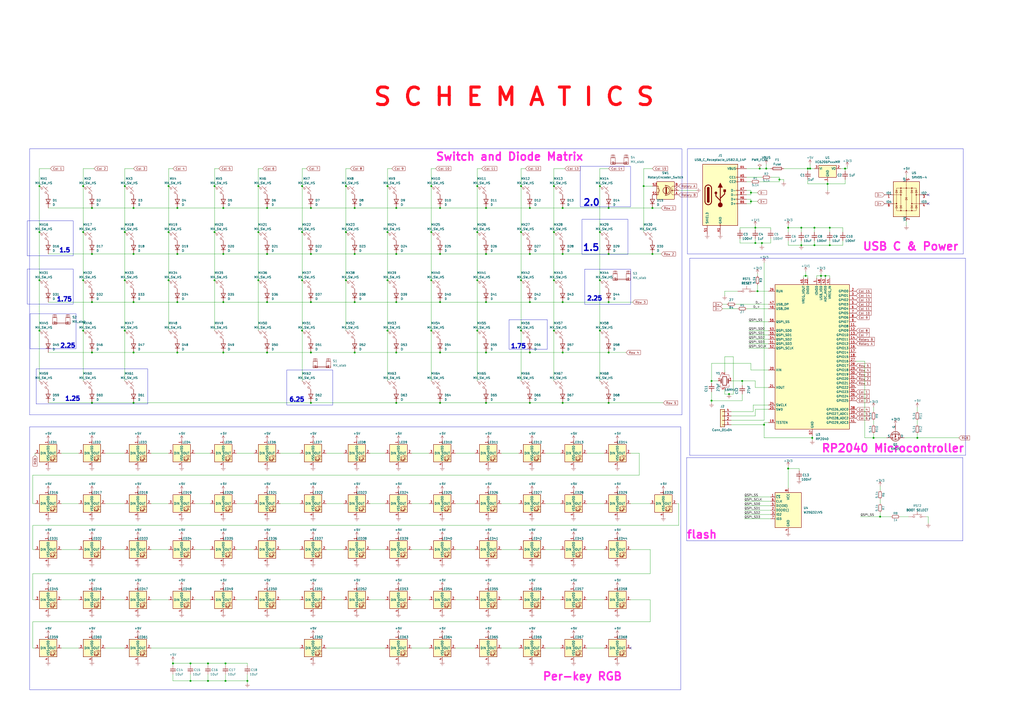
<source format=kicad_sch>
(kicad_sch (version 20231120) (generator "eeschema") (generator_version "8.0")
  (paper "A2")
  (lib_symbols
    (symbol "Connector:USB_C_Receptacle_USB2.0_14P" (pin_names (offset 1.016))
      (property "Reference" "J" (at 0 22.225 0))
      (property "Value" "USB_C_Receptacle_USB2.0_14P" (at 0 19.685 0))
      (symbol "USB_C_Receptacle_USB2.0_14P_1_1"
        (pin passive line (at 0 -22.86 90) (length 5.08) (name "GND") (number "A1"))
        (pin passive line (at 0 -22.86 90) (length 5.08) hide (name "GND") (number "A12"))
        (pin passive line (at 15.24 15.24 180) (length 5.08) (name "VBUS") (number "A4"))
        (pin bidirectional line (at 15.24 10.16 180) (length 5.08) (name "CC1") (number "A5"))
        (pin bidirectional line (at 15.24 -2.54 180) (length 5.08) (name "D+") (number "A6"))
        (pin bidirectional line (at 15.24 2.54 180) (length 5.08) (name "D-") (number "A7"))
        (pin passive line (at 15.24 15.24 180) (length 5.08) hide (name "VBUS") (number "A9"))
        (pin passive line (at 0 -22.86 90) (length 5.08) hide (name "GND") (number "B1"))
        (pin passive line (at 0 -22.86 90) (length 5.08) hide (name "GND") (number "B12"))
        (pin passive line (at 15.24 15.24 180) (length 5.08) hide (name "VBUS") (number "B4"))
        (pin bidirectional line (at 15.24 7.62 180) (length 5.08) (name "CC2") (number "B5"))
        (pin bidirectional line (at 15.24 -5.08 180) (length 5.08) (name "D+") (number "B6"))
        (pin bidirectional line (at 15.24 0 180) (length 5.08) (name "D-") (number "B7"))
        (pin passive line (at 15.24 15.24 180) (length 5.08) hide (name "VBUS") (number "B9"))
        (pin passive line (at -7.62 -22.86 90) (length 5.08) (name "SHIELD") (number "S1"))
      )
    )
    (symbol "Connector_Generic:Conn_01x04" (pin_names (offset 1.016) hide)
      (property "Reference" "J" (at 0 5.08 0))
      (property "Value" "Conn_01x04" (at 0 -7.62 0))
      (symbol "Conn_01x04_1_1"
        (pin passive line (at -5.08 2.54 0) (length 3.81) (name "Pin_1") (number "1"))
        (pin passive line (at -5.08 0 0) (length 3.81) (name "Pin_2") (number "2"))
        (pin passive line (at -5.08 -2.54 0) (length 3.81) (name "Pin_3") (number "3"))
        (pin passive line (at -5.08 -5.08 0) (length 3.81) (name "Pin_4") (number "4"))
      )
    )
    (symbol "Device:C_Small" (pin_numbers hide) (pin_names (offset 0.254) hide)
      (property "Reference" "C" (at 0.254 1.778 0))
      (property "Value" "C_Small" (at 0.254 -2.032 0))
      (symbol "C_Small_1_1"
        (pin passive line (at 0 2.54 270) (length 2.032) (name "~") (number "1"))
        (pin passive line (at 0 -2.54 90) (length 2.032) (name "~") (number "2"))
      )
    )
    (symbol "Device:Crystal_GND24" (pin_names (offset 1.016) hide)
      (property "Reference" "Y" (at 3.175 5.08 0))
      (property "Value" "Crystal_GND24" (at 3.175 3.175 0))
      (symbol "Crystal_GND24_1_1"
        (pin passive line (at -3.81 0 0) (length 1.27) (name "1") (number "1"))
        (pin passive line (at 0 5.08 270) (length 1.27) (name "2") (number "2"))
        (pin passive line (at 3.81 0 180) (length 1.27) (name "3") (number "3"))
        (pin passive line (at 0 -5.08 90) (length 1.27) (name "4") (number "4"))
      )
    )
    (symbol "Device:D" (pin_numbers hide) (pin_names (offset 1.016) hide)
      (property "Reference" "D" (at 0 2.54 0))
      (property "Value" "D" (at 0 -2.54 0))
      (symbol "D_1_1"
        (pin passive line (at -3.81 0 0) (length 2.54) (name "K") (number "1"))
        (pin passive line (at 3.81 0 180) (length 2.54) (name "A") (number "2"))
      )
    )
    (symbol "Device:Fuse" (pin_numbers hide) (pin_names (offset 0))
      (property "Reference" "F" (at 2.032 0 90))
      (property "Value" "Fuse" (at -1.905 0 90))
      (symbol "Fuse_1_1"
        (pin passive line (at 0 3.81 270) (length 1.27) (name "~") (number "1"))
        (pin passive line (at 0 -3.81 90) (length 1.27) (name "~") (number "2"))
      )
    )
    (symbol "Device:R_Small" (pin_numbers hide) (pin_names (offset 0.254) hide)
      (property "Reference" "R" (at 0.762 0.508 0))
      (property "Value" "R_Small" (at 0.762 -1.016 0))
      (symbol "R_Small_1_1"
        (pin passive line (at 0 2.54 270) (length 0.762) (name "~") (number "1"))
        (pin passive line (at 0 -2.54 90) (length 0.762) (name "~") (number "2"))
      )
    )
    (symbol "Device:RotaryEncoder_Switch" (pin_names (offset 0.254) hide)
      (property "Reference" "SW" (at 0 6.604 0))
      (property "Value" "RotaryEncoder_Switch" (at 0 -6.604 0))
      (symbol "RotaryEncoder_Switch_1_1"
        (pin passive line (at -7.62 2.54 0) (length 2.54) (name "A") (number "A"))
        (pin passive line (at -7.62 -2.54 0) (length 2.54) (name "B") (number "B"))
        (pin passive line (at -7.62 0 0) (length 2.54) (name "C") (number "C"))
        (pin passive line (at 7.62 2.54 180) (length 2.54) (name "S1") (number "S1"))
        (pin passive line (at 7.62 -2.54 180) (length 2.54) (name "S2") (number "S2"))
      )
    )
    (symbol "MCU_RaspberryPi:RP2040"
      (property "Reference" "U" (at 17.78 45.72 0))
      (property "Value" "RP2040" (at 17.78 43.18 0))
      (symbol "RP2040_1_1"
        (pin power_in line (at 2.54 45.72 270) (length 3.81) (name "IOVDD") (number "1"))
        (pin passive line (at 2.54 45.72 270) (length 3.81) hide (name "IOVDD") (number "10"))
        (pin bidirectional line (at 25.4 17.78 180) (length 3.81) (name "GPIO8") (number "11"))
        (pin bidirectional line (at 25.4 15.24 180) (length 3.81) (name "GPIO9") (number "12"))
        (pin bidirectional line (at 25.4 12.7 180) (length 3.81) (name "GPIO10") (number "13"))
        (pin bidirectional line (at 25.4 10.16 180) (length 3.81) (name "GPIO11") (number "14"))
        (pin bidirectional line (at 25.4 7.62 180) (length 3.81) (name "GPIO12") (number "15"))
        (pin bidirectional line (at 25.4 5.08 180) (length 3.81) (name "GPIO13") (number "16"))
        (pin bidirectional line (at 25.4 2.54 180) (length 3.81) (name "GPIO14") (number "17"))
        (pin bidirectional line (at 25.4 0 180) (length 3.81) (name "GPIO15") (number "18"))
        (pin input line (at -25.4 -38.1 0) (length 3.81) (name "TESTEN") (number "19"))
        (pin bidirectional line (at 25.4 38.1 180) (length 3.81) (name "GPIO0") (number "2"))
        (pin input line (at -25.4 -7.62 0) (length 3.81) (name "XIN") (number "20"))
        (pin passive line (at -25.4 -17.78 0) (length 3.81) (name "XOUT") (number "21"))
        (pin passive line (at 2.54 45.72 270) (length 3.81) hide (name "IOVDD") (number "22"))
        (pin power_in line (at -2.54 45.72 270) (length 3.81) (name "DVDD") (number "23"))
        (pin input line (at -25.4 -27.94 0) (length 3.81) (name "SWCLK") (number "24"))
        (pin bidirectional line (at -25.4 -30.48 0) (length 3.81) (name "SWD") (number "25"))
        (pin input line (at -25.4 38.1 0) (length 3.81) (name "RUN") (number "26"))
        (pin bidirectional line (at 25.4 -2.54 180) (length 3.81) (name "GPIO16") (number "27"))
        (pin bidirectional line (at 25.4 -5.08 180) (length 3.81) (name "GPIO17") (number "28"))
        (pin bidirectional line (at 25.4 -7.62 180) (length 3.81) (name "GPIO18") (number "29"))
        (pin bidirectional line (at 25.4 35.56 180) (length 3.81) (name "GPIO1") (number "3"))
        (pin bidirectional line (at 25.4 -10.16 180) (length 3.81) (name "GPIO19") (number "30"))
        (pin bidirectional line (at 25.4 -12.7 180) (length 3.81) (name "GPIO20") (number "31"))
        (pin bidirectional line (at 25.4 -15.24 180) (length 3.81) (name "GPIO21") (number "32"))
        (pin passive line (at 2.54 45.72 270) (length 3.81) hide (name "IOVDD") (number "33"))
        (pin bidirectional line (at 25.4 -17.78 180) (length 3.81) (name "GPIO22") (number "34"))
        (pin bidirectional line (at 25.4 -20.32 180) (length 3.81) (name "GPIO23") (number "35"))
        (pin bidirectional line (at 25.4 -22.86 180) (length 3.81) (name "GPIO24") (number "36"))
        (pin bidirectional line (at 25.4 -25.4 180) (length 3.81) (name "GPIO25") (number "37"))
        (pin bidirectional line (at 25.4 -30.48 180) (length 3.81) (name "GPIO26_ADC0") (number "38"))
        (pin bidirectional line (at 25.4 -33.02 180) (length 3.81) (name "GPIO27_ADC1") (number "39"))
        (pin bidirectional line (at 25.4 33.02 180) (length 3.81) (name "GPIO2") (number "4"))
        (pin bidirectional line (at 25.4 -35.56 180) (length 3.81) (name "GPIO28_ADC2") (number "40"))
        (pin bidirectional line (at 25.4 -38.1 180) (length 3.81) (name "GPIO29_ADC3") (number "41"))
        (pin passive line (at 2.54 45.72 270) (length 3.81) hide (name "IOVDD") (number "42"))
        (pin power_in line (at 7.62 45.72 270) (length 3.81) (name "ADC_AVDD") (number "43"))
        (pin power_in line (at 10.16 45.72 270) (length 3.81) (name "VREG_IN") (number "44"))
        (pin power_out line (at -5.08 45.72 270) (length 3.81) (name "VREG_VOUT") (number "45"))
        (pin bidirectional line (at -25.4 27.94 0) (length 3.81) (name "USB_DM") (number "46"))
        (pin bidirectional line (at -25.4 30.48 0) (length 3.81) (name "USB_DP") (number "47"))
        (pin power_in line (at 5.08 45.72 270) (length 3.81) (name "USB_VDD") (number "48"))
        (pin passive line (at 2.54 45.72 270) (length 3.81) hide (name "IOVDD") (number "49"))
        (pin bidirectional line (at 25.4 30.48 180) (length 3.81) (name "GPIO3") (number "5"))
        (pin passive line (at -2.54 45.72 270) (length 3.81) hide (name "DVDD") (number "50"))
        (pin bidirectional line (at -25.4 7.62 0) (length 3.81) (name "QSPI_SD3") (number "51"))
        (pin output line (at -25.4 5.08 0) (length 3.81) (name "QSPI_SCLK") (number "52"))
        (pin bidirectional line (at -25.4 15.24 0) (length 3.81) (name "QSPI_SD0") (number "53"))
        (pin bidirectional line (at -25.4 10.16 0) (length 3.81) (name "QSPI_SD2") (number "54"))
        (pin bidirectional line (at -25.4 12.7 0) (length 3.81) (name "QSPI_SD1") (number "55"))
        (pin bidirectional line (at -25.4 20.32 0) (length 3.81) (name "QSPI_SS") (number "56"))
        (pin power_in line (at 0 -45.72 90) (length 3.81) (name "GND") (number "57"))
        (pin bidirectional line (at 25.4 27.94 180) (length 3.81) (name "GPIO4") (number "6"))
        (pin bidirectional line (at 25.4 25.4 180) (length 3.81) (name "GPIO5") (number "7"))
        (pin bidirectional line (at 25.4 22.86 180) (length 3.81) (name "GPIO6") (number "8"))
        (pin bidirectional line (at 25.4 20.32 180) (length 3.81) (name "GPIO7") (number "9"))
      )
    )
    (symbol "Memory_Flash:W25Q128JVS"
      (property "Reference" "U" (at -8.89 8.89 0))
      (property "Value" "W25Q128JVS" (at 7.62 8.89 0))
      (symbol "W25Q128JVS_1_1"
        (pin input line (at -10.16 7.62 0) (length 2.54) (name "~{CS}") (number "1"))
        (pin bidirectional line (at -10.16 0 0) (length 2.54) (name "DO(IO1)") (number "2"))
        (pin bidirectional line (at -10.16 -2.54 0) (length 2.54) (name "IO2") (number "3"))
        (pin power_in line (at 0 -12.7 90) (length 2.54) (name "GND") (number "4"))
        (pin bidirectional line (at -10.16 2.54 0) (length 2.54) (name "DI(IO0)") (number "5"))
        (pin input line (at -10.16 5.08 0) (length 2.54) (name "CLK") (number "6"))
        (pin bidirectional line (at -10.16 -5.08 0) (length 2.54) (name "IO3") (number "7"))
        (pin power_in line (at 0 12.7 270) (length 2.54) (name "VCC") (number "8"))
      )
    )
    (symbol "PCM_marbastlib-mx:MX_SW_HS" (pin_numbers hide) (pin_names (offset 1.016) hide)
      (property "Reference" "MX" (at 3.048 1.016 0))
      (property "Value" "MX_SW_HS" (at 0 -3.81 0))
      (symbol "MX_SW_HS_0_1"
        (pin passive line (at -2.54 2.54 0) (length 0) (name "1") (number "1"))
        (pin passive line (at 2.54 -2.54 180) (length 0) (name "2") (number "2"))
      )
    )
    (symbol "PCM_marbastlib-various:SRV05-4" (pin_names (offset 0))
      (property "Reference" "U" (at -5.08 11.43 0))
      (property "Value" "SRV05-4" (at 2.54 11.43 0))
      (symbol "SRV05-4_1_1"
        (pin passive line (at -12.7 2.54 0) (length 5.08) (name "IO1") (number "1"))
        (pin passive line (at 0 -12.7 90) (length 2.54) (name "VN") (number "2"))
        (pin passive line (at 12.7 2.54 180) (length 5.08) (name "IO2") (number "3"))
        (pin passive line (at 12.7 -2.54 180) (length 5.08) (name "IO3") (number "4"))
        (pin passive line (at 0 12.7 270) (length 2.54) (name "VP") (number "5"))
        (pin passive line (at -12.7 -2.54 0) (length 5.08) (name "IO4") (number "6"))
      )
    )
    (symbol "Regulator_Linear:XC6206PxxxMR" (pin_names (offset 0.254))
      (property "Reference" "U" (at -3.81 3.175 0))
      (property "Value" "XC6206PxxxMR" (at 0 3.175 0))
      (symbol "XC6206PxxxMR_1_1"
        (pin power_in line (at 0 -7.62 90) (length 2.54) (name "GND") (number "1"))
        (pin power_out line (at 7.62 0 180) (length 2.54) (name "VO") (number "2"))
        (pin power_in line (at -7.62 0 0) (length 2.54) (name "VI") (number "3"))
      )
    )
    (symbol "Simulation_SPICE:NMOS" (pin_numbers hide) (pin_names (offset 0))
      (property "Reference" "Q" (at 5.08 1.27 0))
      (property "Value" "NMOS" (at 5.08 -1.27 0))
      (symbol "NMOS_1_1"
        (pin passive line (at 2.54 5.08 270) (length 2.54) (name "D") (number "1"))
        (pin input line (at -5.08 0 0) (length 2.54) (name "G") (number "2"))
        (pin passive line (at 2.54 -5.08 90) (length 2.54) (name "S") (number "3"))
      )
    )
    (symbol "Switch:SW_Push" (pin_numbers hide) (pin_names (offset 1.016) hide)
      (property "Reference" "SW" (at 1.27 2.54 0))
      (property "Value" "SW_Push" (at 0 -1.524 0))
      (symbol "SW_Push_0_1"
        (pin passive line (at -5.08 0 0) (length 2.54) (name "1") (number "1"))
        (pin passive line (at 5.08 0 180) (length 2.54) (name "2") (number "2"))
      )
    )
    (symbol "marbastlib-mx.kicad_sym:MX_SK6812MINI-E"
      (property "Reference" "LED" (at 3.175 6.35 0))
      (property "Value" "MX_SK6812MINI-E" (at 10.16 -6.985 0))
      (symbol "MX_SK6812MINI-E_0_0"
        (text "RGB" (at 2.286 -4.191 0) (effects (font (size 0.762 0.762))))
      )
      (symbol "MX_SK6812MINI-E_1_1"
        (pin power_in line (at 0 7.62 270) (length 2.54) (name "VDD") (number "1"))
        (pin output line (at 7.62 0 180) (length 2.54) (name "DOUT") (number "2"))
        (pin input line (at -7.62 0 0) (length 2.54) (name "DIN") (number "3"))
        (pin power_in line (at 0 -7.62 90) (length 2.54) (name "VSS") (number "4"))
      )
    )
    (symbol "marbastlib-mx.kicad_sym:MX_stab" (pin_names (offset 1.016))
      (property "Reference" "S" (at -5.08 6.35 0))
      (property "Value" "MX_stab" (at -5.08 3.81 0))
    )
    (symbol "power:+1V1" (power) (pin_names (offset 0))
      (property "Value" "+1V1" (at 0 3.556 0))
      (symbol "+1V1_1_1"
        (pin power_in line (at 0 0 90) (length 0) hide (name "+1V1") (number "1"))
      )
    )
    (symbol "power:+3V3" (power) (pin_names (offset 0))
      (property "Value" "+3V3" (at 0 3.556 0))
      (symbol "+3V3_1_1"
        (pin power_in line (at 0 0 90) (length 0) hide (name "+3V3") (number "1"))
      )
    )
    (symbol "power:+5V" (power) (pin_names (offset 0))
      (property "Value" "+5V" (at 0 3.556 0))
      (symbol "+5V_1_1"
        (pin power_in line (at 0 0 90) (length 0) hide (name "+5V") (number "1"))
      )
    )
    (symbol "power:Earth" (power) (pin_names (offset 0))
      (symbol "Earth_1_1"
        (pin power_in line (at 0 0 270) (length 0) hide (name "Earth") (number "1"))
      )
    )
    (symbol "power:PWR_FLAG" (power) (pin_numbers hide) (pin_names (offset 0) hide)
      (property "Value" "PWR_FLAG" (at 0 3.81 0))
      (symbol "PWR_FLAG_0_0"
        (pin power_out line (at 0 0 90) (length 0) (name "~") (number "1"))
      )
    )
    (symbol "power:VBUS" (power) (pin_names (offset 0))
      (property "Value" "VBUS" (at 0 3.81 0))
      (symbol "VBUS_1_1"
        (pin power_in line (at 0 0 90) (length 0) hide (name "VBUS") (number "1"))
      )
    )
  )
  (junction (at 481.33 132.08))
  (junction (at 281.94 147.32))
  (junction (at 441.96 140.97))
  (junction (at 130.81 384.81))
  (junction (at 180.34 233.68))
  (junction (at 478.79 160.02))
  (junction (at 53.34 120.65))
  (junction (at 347.98 134.62))
  (junction (at 48.26 162.56))
  (junction (at 149.86 134.62))
  (junction (at 353.06 233.68))
  (junction (at 250.19 162.56))
  (junction (at 255.27 233.68))
  (junction (at 347.98 107.95))
  (junction (at 149.86 162.56))
  (junction (at 180.34 204.47))
  (junction (at 307.34 120.65))
  (junction (at 321.31 162.56))
  (junction (at 532.13 254))
  (junction (at 22.86 107.95))
  (junction (at 276.86 191.77))
  (junction (at 100.33 384.81))
  (junction (at 154.94 120.65))
  (junction (at 307.34 175.26))
  (junction (at 124.46 134.62))
  (junction (at 255.27 120.65))
  (junction (at 224.79 191.77))
  (junction (at 48.26 134.62))
  (junction (at 307.34 233.68))
  (junction (at 205.74 120.65))
  (junction (at 77.47 233.68))
  (junction (at 143.51 394.97))
  (junction (at 326.39 233.68))
  (junction (at 353.06 175.26))
  (junction (at 476.25 160.02))
  (junction (at 353.06 120.65))
  (junction (at 321.31 191.77))
  (junction (at 422.91 228.6))
  (junction (at 452.12 104.14))
  (junction (at 129.54 175.26))
  (junction (at 200.66 162.56))
  (junction (at 97.79 162.56))
  (junction (at 72.39 107.95))
  (junction (at 175.26 134.62))
  (junction (at 120.65 394.97))
  (junction (at 77.47 120.65))
  (junction (at 281.94 120.65))
  (junction (at 129.54 147.32))
  (junction (at 353.06 204.47))
  (junction (at 472.44 142.24))
  (junction (at 200.66 134.62))
  (junction (at 250.19 134.62))
  (junction (at 154.94 175.26))
  (junction (at 438.15 132.08))
  (junction (at 229.87 120.65))
  (junction (at 120.65 384.81))
  (junction (at 412.75 232.41))
  (junction (at 205.74 147.32))
  (junction (at 378.46 147.32))
  (junction (at 276.86 162.56))
  (junction (at 175.26 162.56))
  (junction (at 110.49 394.97))
  (junction (at 224.79 107.95))
  (junction (at 480.06 106.68))
  (junction (at 97.79 107.95))
  (junction (at 326.39 175.26))
  (junction (at 302.26 134.62))
  (junction (at 22.86 134.62))
  (junction (at 378.46 120.65))
  (junction (at 53.34 204.47))
  (junction (at 124.46 162.56))
  (junction (at 506.73 254))
  (junction (at 102.87 204.47))
  (junction (at 373.38 107.95))
  (junction (at 129.54 204.47))
  (junction (at 22.86 191.77))
  (junction (at 255.27 175.26))
  (junction (at 302.26 162.56))
  (junction (at 481.33 142.24))
  (junction (at 457.2 271.78))
  (junction (at 412.75 220.98))
  (junction (at 130.81 394.97))
  (junction (at 53.34 233.68))
  (junction (at 149.86 107.95))
  (junction (at 467.36 160.02))
  (junction (at 438.15 140.97))
  (junction (at 77.47 204.47))
  (junction (at 276.86 107.95))
  (junction (at 302.26 191.77))
  (junction (at 72.39 134.62))
  (junction (at 281.94 175.26))
  (junction (at 469.9 97.79))
  (junction (at 250.19 107.95))
  (junction (at 321.31 107.95))
  (junction (at 439.42 168.91))
  (junction (at 53.34 175.26))
  (junction (at 435.61 116.84))
  (junction (at 443.23 246.38))
  (junction (at 102.87 120.65))
  (junction (at 154.94 204.47))
  (junction (at 353.06 147.32))
  (junction (at 72.39 162.56))
  (junction (at 510.54 299.72))
  (junction (at 471.17 254))
  (junction (at 110.49 384.81))
  (junction (at 229.87 233.68))
  (junction (at 430.53 220.98))
  (junction (at 229.87 204.47))
  (junction (at 200.66 107.95))
  (junction (at 53.34 147.32))
  (junction (at 472.44 132.08))
  (junction (at 490.22 97.79))
  (junction (at 457.2 132.08))
  (junction (at 97.79 134.62))
  (junction (at 326.39 120.65))
  (junction (at 48.26 191.77))
  (junction (at 464.82 132.08))
  (junction (at 307.34 204.47))
  (junction (at 77.47 147.32))
  (junction (at 77.47 175.26))
  (junction (at 48.26 107.95))
  (junction (at 444.5 97.79))
  (junction (at 229.87 147.32))
  (junction (at 281.94 233.68))
  (junction (at 154.94 147.32))
  (junction (at 464.82 142.24))
  (junction (at 347.98 191.77))
  (junction (at 205.74 204.47))
  (junction (at 180.34 147.32))
  (junction (at 72.39 191.77))
  (junction (at 22.86 162.56))
  (junction (at 326.39 147.32))
  (junction (at 180.34 175.26))
  (junction (at 255.27 147.32))
  (junction (at 102.87 147.32))
  (junction (at 250.19 191.77))
  (junction (at 129.54 120.65))
  (junction (at 229.87 175.26))
  (junction (at 347.98 162.56))
  (junction (at 175.26 107.95))
  (junction (at 180.34 120.65))
  (junction (at 440.69 97.79))
  (junction (at 175.26 191.77))
  (junction (at 224.79 162.56))
  (junction (at 302.26 107.95))
  (junction (at 468.63 97.79))
  (junction (at 326.39 204.47))
  (junction (at 321.31 134.62))
  (junction (at 281.94 204.47))
  (junction (at 435.61 111.76))
  (junction (at 102.87 175.26))
  (junction (at 205.74 175.26))
  (junction (at 124.46 107.95))
  (junction (at 276.86 134.62))
  (junction (at 307.34 147.32))
  (junction (at 224.79 134.62))
  (junction (at 255.27 204.47))
  (no_connect (at 538.48 113.03))
  (no_connect (at 365.76 375.92))
  (no_connect (at 538.48 118.11))
  (wire (pts (xy 457.2 271.78) (xy 457.2 283.21)))
  (wire (pts (xy 476.25 160.02) (xy 476.25 161.29)))
  (wire (pts (xy 468.63 97.79) (xy 469.9 97.79)))
  (wire (pts (xy 365.76 262.89) (xy 370.84 262.89)))
  (wire (pts (xy 412.75 232.41) (xy 412.75 227.33)))
  (wire (pts (xy 120.65 394.97) (xy 130.81 394.97)))
  (wire (pts (xy 100.33 391.16) (xy 100.33 394.97)))
  (wire (pts (xy 340.36 262.89) (xy 350.52 262.89)))
  (wire (pts (xy 113.03 347.98) (xy 121.92 347.98)))
  (wire (pts (xy 434.34 199.39) (xy 445.77 199.39)))
  (wire (pts (xy 326.39 204.47) (xy 353.06 204.47)))
  (wire (pts (xy 224.79 134.62) (xy 224.79 162.56)))
  (wire (pts (xy 60.96 292.1) (xy 72.39 292.1)))
  (wire (pts (xy 120.65 391.16) (xy 120.65 394.97)))
  (wire (pts (xy 435.61 115.57) (xy 435.61 116.84)))
  (wire (pts (xy 425.45 207.01) (xy 420.37 207.01)))
  (wire (pts (xy 445.77 214.63) (xy 435.61 214.63)))
  (wire (pts (xy 53.34 120.65) (xy 77.47 120.65)))
  (wire (pts (xy 19.05 332.74) (xy 19.05 347.98)))
  (wire (pts (xy 200.66 162.56) (xy 200.66 191.77)))
  (wire (pts (xy 420.37 207.01) (xy 420.37 215.9)))
  (wire (pts (xy 143.51 384.81) (xy 130.81 384.81)))
  (wire (pts (xy 436.88 234.95) (xy 436.88 238.76)))
  (wire (pts (xy 252.73 97.79) (xy 250.19 97.79)))
  (wire (pts (xy 53.34 233.68) (xy 77.47 233.68)))
  (wire (pts (xy 420.37 226.06) (xy 420.37 228.6)))
  (wire (pts (xy 200.66 107.95) (xy 200.66 134.62)))
  (wire (pts (xy 53.34 204.47) (xy 77.47 204.47)))
  (wire (pts (xy 255.27 204.47) (xy 281.94 204.47)))
  (wire (pts (xy 468.63 97.79) (xy 468.63 99.06)))
  (wire (pts (xy 149.86 134.62) (xy 149.86 162.56)))
  (wire (pts (xy 87.63 292.1) (xy 97.79 292.1)))
  (wire (pts (xy 377.19 332.74) (xy 19.05 332.74)))
  (wire (pts (xy 340.36 292.1) (xy 350.52 292.1)))
  (polyline (pts (xy 398.78 86.36) (xy 558.8 86.36)))
  (wire (pts (xy 162.56 262.89) (xy 173.99 262.89)))
  (wire (pts (xy 454.66 105.41) (xy 454.66 104.14)))
  (wire (pts (xy 392.43 292.1) (xy 393.7 292.1)))
  (wire (pts (xy 205.74 204.47) (xy 229.87 204.47)))
  (wire (pts (xy 506.73 251.46) (xy 506.73 254)))
  (wire (pts (xy 420.37 228.6) (xy 422.91 228.6)))
  (wire (pts (xy 189.23 347.98) (xy 199.39 347.98)))
  (wire (pts (xy 129.54 175.26) (xy 154.94 175.26)))
  (wire (pts (xy 378.46 147.32) (xy 383.54 147.32)))
  (wire (pts (xy 454.66 104.14) (xy 452.12 104.14)))
  (wire (pts (xy 472.44 142.24) (xy 464.82 142.24)))
  (wire (pts (xy 53.34 175.26) (xy 77.47 175.26)))
  (wire (pts (xy 429.26 140.97) (xy 438.15 140.97)))
  (wire (pts (xy 224.79 97.79) (xy 224.79 107.95)))
  (wire (pts (xy 19.05 347.98) (xy 20.32 347.98)))
  (wire (pts (xy 264.16 347.98) (xy 275.59 347.98)))
  (wire (pts (xy 457.2 130.81) (xy 457.2 132.08)))
  (wire (pts (xy 430.53 220.98) (xy 438.15 220.98)))
  (wire (pts (xy 435.61 116.84) (xy 435.61 118.11)))
  (wire (pts (xy 463.55 271.78) (xy 457.2 271.78)))
  (wire (pts (xy 110.49 384.81) (xy 100.33 384.81)))
  (wire (pts (xy 281.94 175.26) (xy 307.34 175.26)))
  (wire (pts (xy 137.16 318.77) (xy 147.32 318.77)))
  (wire (pts (xy 420.37 168.91) (xy 427.99 168.91)))
  (wire (pts (xy 525.78 130.81) (xy 525.78 128.27)))
  (wire (pts (xy 276.86 191.77) (xy 276.86 220.98)))
  (wire (pts (xy 48.26 162.56) (xy 48.26 191.77)))
  (wire (pts (xy 490.22 104.14) (xy 490.22 106.68)))
  (wire (pts (xy 162.56 292.1) (xy 173.99 292.1)))
  (wire (pts (xy 316.23 292.1) (xy 325.12 292.1)))
  (wire (pts (xy 433.07 113.03) (xy 435.61 113.03)))
  (wire (pts (xy 464.82 142.24) (xy 464.82 139.7)))
  (wire (pts (xy 20.32 264.16) (xy 20.32 262.89)))
  (wire (pts (xy 466.09 160.02) (xy 467.36 160.02)))
  (wire (pts (xy 29.21 97.79) (xy 22.86 97.79)))
  (wire (pts (xy 439.42 168.91) (xy 445.77 168.91)))
  (wire (pts (xy 434.34 191.77) (xy 445.77 191.77)))
  (wire (pts (xy 480.06 106.68) (xy 480.06 110.49)))
  (wire (pts (xy 238.76 292.1) (xy 248.92 292.1)))
  (wire (pts (xy 326.39 233.68) (xy 353.06 233.68)))
  (wire (pts (xy 478.79 160.02) (xy 481.33 160.02)))
  (wire (pts (xy 378.46 120.65) (xy 383.54 120.65)))
  (wire (pts (xy 77.47 204.47) (xy 102.87 204.47)))
  (wire (pts (xy 224.79 162.56) (xy 224.79 191.77)))
  (wire (pts (xy 326.39 147.32) (xy 307.34 147.32)))
  (wire (pts (xy 347.98 134.62) (xy 347.98 162.56)))
  (wire (pts (xy 340.36 318.77) (xy 350.52 318.77)))
  (wire (pts (xy 373.38 97.79) (xy 373.38 107.95)))
  (wire (pts (xy 537.21 299.72) (xy 538.48 299.72)))
  (wire (pts (xy 97.79 107.95) (xy 97.79 134.62)))
  (wire (pts (xy 120.65 384.81) (xy 110.49 384.81)))
  (wire (pts (xy 276.86 107.95) (xy 276.86 134.62)))
  (wire (pts (xy 290.83 375.92) (xy 300.99 375.92)))
  (wire (pts (xy 200.66 97.79) (xy 200.66 107.95)))
  (wire (pts (xy 419.1 179.07) (xy 427.99 179.07)))
  (wire (pts (xy 426.72 176.53) (xy 445.77 176.53)))
  (wire (pts (xy 97.79 162.56) (xy 97.79 191.77)))
  (wire (pts (xy 100.33 394.97) (xy 110.49 394.97)))
  (wire (pts (xy 154.94 204.47) (xy 180.34 204.47)))
  (wire (pts (xy 321.31 134.62) (xy 321.31 162.56)))
  (wire (pts (xy 326.39 120.65) (xy 353.06 120.65)))
  (wire (pts (xy 532.13 236.22) (xy 532.13 238.76)))
  (wire (pts (xy 506.73 243.84) (xy 506.73 246.38)))
  (wire (pts (xy 471.17 254) (xy 471.17 255.27)))
  (wire (pts (xy 290.83 318.77) (xy 300.99 318.77)))
  (wire (pts (xy 72.39 97.79) (xy 72.39 107.95)))
  (wire (pts (xy 431.8 293.37) (xy 447.04 293.37)))
  (wire (pts (xy 143.51 391.16) (xy 143.51 394.97)))
  (wire (pts (xy 472.44 139.7) (xy 472.44 142.24)))
  (wire (pts (xy 227.33 97.79) (xy 224.79 97.79)))
  (wire (pts (xy 525.78 101.6) (xy 525.78 102.87)))
  (wire (pts (xy 281.94 233.68) (xy 307.34 233.68)))
  (wire (pts (xy 347.98 162.56) (xy 347.98 191.77)))
  (wire (pts (xy 110.49 391.16) (xy 110.49 394.97)))
  (wire (pts (xy 189.23 292.1) (xy 199.39 292.1)))
  (wire (pts (xy 200.66 134.62) (xy 200.66 162.56)))
  (wire (pts (xy 27.94 204.47) (xy 53.34 204.47)))
  (wire (pts (xy 102.87 120.65) (xy 129.54 120.65)))
  (wire (pts (xy 424.18 246.38) (xy 443.23 246.38)))
  (wire (pts (xy 72.39 107.95) (xy 72.39 134.62)))
  (wire (pts (xy 481.33 160.02) (xy 481.33 161.29)))
  (wire (pts (xy 129.54 204.47) (xy 154.94 204.47)))
  (wire (pts (xy 393.7 304.8) (xy 19.05 304.8)))
  (wire (pts (xy 130.81 384.81) (xy 120.65 384.81)))
  (wire (pts (xy 316.23 262.89) (xy 325.12 262.89)))
  (wire (pts (xy 510.54 281.94) (xy 510.54 284.48)))
  (wire (pts (xy 180.34 147.32) (xy 205.74 147.32)))
  (wire (pts (xy 302.26 134.62) (xy 302.26 162.56)))
  (wire (pts (xy 321.31 97.79) (xy 321.31 107.95)))
  (wire (pts (xy 19.05 318.77) (xy 20.32 318.77)))
  (wire (pts (xy 438.15 220.98) (xy 438.15 224.79)))
  (wire (pts (xy 466.09 161.29) (xy 466.09 160.02)))
  (wire (pts (xy 113.03 262.89) (xy 121.92 262.89)))
  (wire (pts (xy 378.46 97.79) (xy 373.38 97.79)))
  (wire (pts (xy 250.19 134.62) (xy 250.19 162.56)))
  (wire (pts (xy 468.63 104.14) (xy 468.63 106.68)))
  (wire (pts (xy 340.36 375.92) (xy 350.52 375.92)))
  (wire (pts (xy 307.34 204.47) (xy 326.39 204.47)))
  (wire (pts (xy 124.46 134.62) (xy 124.46 162.56)))
  (wire (pts (xy 377.19 318.77) (xy 377.19 332.74)))
  (wire (pts (xy 443.23 245.11) (xy 443.23 246.38)))
  (wire (pts (xy 433.07 179.07) (xy 445.77 179.07)))
  (wire (pts (xy 175.26 191.77) (xy 175.26 220.98)))
  (wire (pts (xy 347.98 191.77) (xy 347.98 220.98)))
  (wire (pts (xy 238.76 347.98) (xy 248.92 347.98)))
  (wire (pts (xy 429.26 133.35) (xy 429.26 132.08)))
  (wire (pts (xy 491.49 97.79) (xy 491.49 96.52)))
  (wire (pts (xy 476.25 160.02) (xy 478.79 160.02)))
  (wire (pts (xy 175.26 134.62) (xy 175.26 162.56)))
  (wire (pts (xy 438.15 241.3) (xy 424.18 241.3)))
  (wire (pts (xy 224.79 191.77) (xy 224.79 220.98)))
  (wire (pts (xy 439.42 165.1) (xy 439.42 168.91)))
  (wire (pts (xy 137.16 347.98) (xy 147.32 347.98)))
  (wire (pts (xy 443.23 254) (xy 471.17 254)))
  (wire (pts (xy 419.1 176.53) (xy 421.64 176.53)))
  (wire (pts (xy 100.33 384.81) (xy 100.33 386.08)))
  (wire (pts (xy 510.54 299.72) (xy 516.89 299.72)))
  (wire (pts (xy 412.75 220.98) (xy 412.75 210.82)))
  (wire (pts (xy 353.06 147.32) (xy 326.39 147.32)))
  (wire (pts (xy 532.13 254) (xy 556.26 254)))
  (wire (pts (xy 214.63 347.98) (xy 223.52 347.98)))
  (wire (pts (xy 430.53 220.98) (xy 430.53 223.52)))
  (wire (pts (xy 175.26 107.95) (xy 175.26 134.62)))
  (wire (pts (xy 499.11 299.72) (xy 510.54 299.72)))
  (polyline (pts (xy 558.8 86.36) (xy 558.8 147.32)))
  (wire (pts (xy 224.79 107.95) (xy 224.79 134.62)))
  (wire (pts (xy 452.12 104.14) (xy 452.12 102.87)))
  (wire (pts (xy 276.86 134.62) (xy 276.86 162.56)))
  (wire (pts (xy 487.68 97.79) (xy 490.22 97.79)))
  (wire (pts (xy 473.71 161.29) (xy 473.71 160.02)))
  (wire (pts (xy 137.16 292.1) (xy 147.32 292.1)))
  (wire (pts (xy 130.81 394.97) (xy 143.51 394.97)))
  (wire (pts (xy 353.06 204.47) (xy 363.22 204.47)))
  (wire (pts (xy 307.34 120.65) (xy 326.39 120.65)))
  (wire (pts (xy 365.76 292.1) (xy 377.19 292.1)))
  (wire (pts (xy 276.86 162.56) (xy 276.86 191.77)))
  (wire (pts (xy 445.77 234.95) (xy 436.88 234.95)))
  (wire (pts (xy 27.94 147.32) (xy 53.34 147.32)))
  (wire (pts (xy 434.34 186.69) (xy 445.77 186.69)))
  (wire (pts (xy 316.23 318.77) (xy 325.12 318.77)))
  (wire (pts (xy 127 97.79) (xy 124.46 97.79)))
  (wire (pts (xy 35.56 262.89) (xy 45.72 262.89)))
  (wire (pts (xy 467.36 160.02) (xy 468.63 160.02)))
  (polyline (pts (xy 558.8 147.32) (xy 398.78 147.32)))
  (wire (pts (xy 424.18 220.98) (xy 430.53 220.98)))
  (polyline (pts (xy 400.05 264.16) (xy 560.07 264.16)))
  (wire (pts (xy 229.87 175.26) (xy 255.27 175.26)))
  (wire (pts (xy 444.5 97.79) (xy 447.04 97.79)))
  (wire (pts (xy 152.4 97.79) (xy 149.86 97.79)))
  (wire (pts (xy 154.94 120.65) (xy 180.34 120.65)))
  (wire (pts (xy 72.39 134.62) (xy 72.39 162.56)))
  (wire (pts (xy 429.26 132.08) (xy 438.15 132.08)))
  (wire (pts (xy 35.56 347.98) (xy 45.72 347.98)))
  (wire (pts (xy 214.63 318.77) (xy 223.52 318.77)))
  (wire (pts (xy 480.06 105.41) (xy 480.06 106.68)))
  (wire (pts (xy 353.06 147.32) (xy 378.46 147.32)))
  (wire (pts (xy 100.33 383.54) (xy 100.33 384.81)))
  (wire (pts (xy 412.75 220.98) (xy 412.75 222.25)))
  (wire (pts (xy 189.23 375.92) (xy 223.52 375.92)))
  (wire (pts (xy 214.63 292.1) (xy 223.52 292.1)))
  (wire (pts (xy 77.47 120.65) (xy 102.87 120.65)))
  (wire (pts (xy 464.82 132.08) (xy 472.44 132.08)))
  (wire (pts (xy 129.54 147.32) (xy 154.94 147.32)))
  (wire (pts (xy 175.26 162.56) (xy 175.26 191.77)))
  (wire (pts (xy 54.61 97.79) (xy 48.26 97.79)))
  (wire (pts (xy 501.65 209.55) (xy 501.65 254)))
  (wire (pts (xy 214.63 262.89) (xy 223.52 262.89)))
  (polyline (pts (xy 560.07 264.16) (xy 560.07 149.86)))
  (wire (pts (xy 444.5 95.25) (xy 444.5 97.79)))
  (wire (pts (xy 438.15 237.49) (xy 438.15 241.3)))
  (wire (pts (xy 435.61 214.63) (xy 435.61 210.82)))
  (wire (pts (xy 307.34 233.68) (xy 326.39 233.68)))
  (wire (pts (xy 124.46 162.56) (xy 124.46 191.77)))
  (wire (pts (xy 102.87 204.47) (xy 129.54 204.47)))
  (wire (pts (xy 162.56 347.98) (xy 173.99 347.98)))
  (wire (pts (xy 97.79 97.79) (xy 97.79 107.95)))
  (wire (pts (xy 471.17 252.73) (xy 471.17 254)))
  (wire (pts (xy 435.61 116.84) (xy 439.42 116.84)))
  (wire (pts (xy 250.19 97.79) (xy 250.19 107.95)))
  (wire (pts (xy 102.87 175.26) (xy 129.54 175.26)))
  (wire (pts (xy 353.06 97.79) (xy 347.98 97.79)))
  (wire (pts (xy 130.81 391.16) (xy 130.81 394.97)))
  (wire (pts (xy 412.75 220.98) (xy 416.56 220.98)))
  (wire (pts (xy 60.96 375.92) (xy 72.39 375.92)))
  (wire (pts (xy 438.15 138.43) (xy 438.15 140.97)))
  (wire (pts (xy 302.26 162.56) (xy 302.26 191.77)))
  (wire (pts (xy 488.95 132.08) (xy 481.33 132.08)))
  (wire (pts (xy 433.07 102.87) (xy 441.96 102.87)))
  (wire (pts (xy 412.75 233.68) (xy 412.75 232.41)))
  (wire (pts (xy 48.26 191.77) (xy 48.26 220.98)))
  (wire (pts (xy 440.69 105.41) (xy 452.12 105.41)))
  (wire (pts (xy 255.27 147.32) (xy 281.94 147.32)))
  (wire (pts (xy 435.61 111.76) (xy 435.61 110.49)))
  (wire (pts (xy 100.33 97.79) (xy 97.79 97.79)))
  (wire (pts (xy 510.54 289.56) (xy 510.54 292.1)))
  (wire (pts (xy 22.86 134.62) (xy 22.86 162.56)))
  (wire (pts (xy 180.34 204.47) (xy 205.74 204.47)))
  (wire (pts (xy 255.27 120.65) (xy 281.94 120.65)))
  (wire (pts (xy 120.65 384.81) (xy 120.65 386.08)))
  (wire (pts (xy 439.42 168.91) (xy 438.15 168.91)))
  (wire (pts (xy 365.76 318.77) (xy 377.19 318.77)))
  (wire (pts (xy 304.8 97.79) (xy 302.26 97.79)))
  (wire (pts (xy 412.75 210.82) (xy 435.61 210.82)))
  (wire (pts (xy 87.63 375.92) (xy 173.99 375.92)))
  (wire (pts (xy 488.95 134.62) (xy 488.95 132.08)))
  (wire (pts (xy 441.96 140.97) (xy 441.96 142.24)))
  (wire (pts (xy 180.34 233.68) (xy 229.87 233.68)))
  (wire (pts (xy 22.86 107.95) (xy 22.86 134.62)))
  (wire (pts (xy 429.26 138.43) (xy 429.26 140.97)))
  (wire (pts (xy 250.19 107.95) (xy 250.19 134.62)))
  (wire (pts (xy 457.2 134.62) (xy 457.2 132.08)))
  (wire (pts (xy 433.07 115.57) (xy 435.61 115.57)))
  (wire (pts (xy 60.96 318.77) (xy 72.39 318.77)))
  (wire (pts (xy 35.56 375.92) (xy 45.72 375.92)))
  (wire (pts (xy 19.05 360.68) (xy 19.05 375.92)))
  (wire (pts (xy 443.23 245.11) (xy 445.77 245.11)))
  (wire (pts (xy 353.06 175.26) (xy 367.03 175.26)))
  (wire (pts (xy 496.57 209.55) (xy 501.65 209.55)))
  (wire (pts (xy 524.51 254) (xy 532.13 254)))
  (wire (pts (xy 238.76 262.89) (xy 248.92 262.89)))
  (wire (pts (xy 229.87 233.68) (xy 255.27 233.68)))
  (wire (pts (xy 27.94 233.68) (xy 53.34 233.68)))
  (wire (pts (xy 276.86 97.79) (xy 276.86 107.95)))
  (wire (pts (xy 340.36 347.98) (xy 350.52 347.98)))
  (wire (pts (xy 48.26 134.62) (xy 48.26 162.56)))
  (wire (pts (xy 452.12 105.41) (xy 452.12 104.14)))
  (wire (pts (xy 129.54 120.65) (xy 154.94 120.65)))
  (wire (pts (xy 353.06 233.68) (xy 384.81 233.68)))
  (wire (pts (xy 19.05 275.59) (xy 19.05 292.1)))
  (wire (pts (xy 469.9 95.25) (xy 469.9 97.79)))
  (wire (pts (xy 347.98 97.79) (xy 347.98 107.95)))
  (wire (pts (xy 445.77 237.49) (xy 438.15 237.49)))
  (wire (pts (xy 255.27 175.26) (xy 281.94 175.26)))
  (wire (pts (xy 433.07 105.41) (xy 435.61 105.41)))
  (wire (pts (xy 72.39 162.56) (xy 72.39 191.77)))
  (wire (pts (xy 110.49 394.97) (xy 120.65 394.97)))
  (wire (pts (xy 431.8 300.99) (xy 447.04 300.99)))
  (wire (pts (xy 250.19 162.56) (xy 250.19 191.77)))
  (wire (pts (xy 279.4 97.79) (xy 276.86 97.79)))
  (wire (pts (xy 447.04 138.43) (xy 447.04 140.97)))
  (wire (pts (xy 347.98 107.95) (xy 347.98 134.62)))
  (wire (pts (xy 377.19 347.98) (xy 377.19 360.68)))
  (wire (pts (xy 468.63 106.68) (xy 480.06 106.68)))
  (wire (pts (xy 490.22 97.79) (xy 491.49 97.79)))
  (wire (pts (xy 143.51 386.08) (xy 143.51 384.81)))
  (wire (pts (xy 149.86 97.79) (xy 149.86 107.95)))
  (wire (pts (xy 53.34 147.32) (xy 77.47 147.32)))
  (wire (pts (xy 377.19 360.68) (xy 19.05 360.68)))
  (wire (pts (xy 189.23 318.77) (xy 199.39 318.77)))
  (wire (pts (xy 393.7 110.49) (xy 403.86 110.49)))
  (wire (pts (xy 488.95 139.7) (xy 488.95 142.24)))
  (wire (pts (xy 431.8 288.29) (xy 447.04 288.29)))
  (wire (pts (xy 443.23 246.38) (xy 443.23 254)))
  (wire (pts (xy 27.94 175.26) (xy 53.34 175.26)))
  (wire (pts (xy 113.03 292.1) (xy 121.92 292.1)))
  (wire (pts (xy 250.19 191.77) (xy 250.19 220.98)))
  (wire (pts (xy 521.97 299.72) (xy 527.05 299.72)))
  (wire (pts (xy 77.47 175.26) (xy 102.87 175.26)))
  (wire (pts (xy 463.55 273.05) (xy 463.55 271.78)))
  (wire (pts (xy 177.8 97.79) (xy 175.26 97.79)))
  (wire (pts (xy 532.13 243.84) (xy 532.13 246.38)))
  (wire (pts (xy 229.87 120.65) (xy 255.27 120.65)))
  (wire (pts (xy 19.05 292.1) (xy 20.32 292.1)))
  (wire (pts (xy 180.34 120.65) (xy 205.74 120.65)))
  (wire (pts (xy 370.84 262.89) (xy 370.84 275.59)))
  (wire (pts (xy 412.75 232.41) (xy 430.53 232.41)))
  (wire (pts (xy 476.25 158.75) (xy 476.25 160.02)))
  (wire (pts (xy 255.27 233.68) (xy 281.94 233.68)))
  (wire (pts (xy 488.95 142.24) (xy 481.33 142.24)))
  (wire (pts (xy 490.22 99.06) (xy 490.22 97.79)))
  (wire (pts (xy 281.94 120.65) (xy 307.34 120.65)))
  (wire (pts (xy 60.96 262.89) (xy 72.39 262.89)))
  (wire (pts (xy 149.86 162.56) (xy 149.86 191.77)))
  (wire (pts (xy 175.26 97.79) (xy 175.26 107.95)))
  (wire (pts (xy 431.8 298.45) (xy 447.04 298.45)))
  (wire (pts (xy 124.46 97.79) (xy 124.46 107.95)))
  (wire (pts (xy 425.45 207.01) (xy 425.45 228.6)))
  (wire (pts (xy 48.26 107.95) (xy 48.26 134.62)))
  (wire (pts (xy 457.2 270.51) (xy 457.2 271.78)))
  (wire (pts (xy 229.87 147.32) (xy 255.27 147.32)))
  (wire (pts (xy 229.87 204.47) (xy 255.27 204.47)))
  (wire (pts (xy 469.9 97.79) (xy 472.44 97.79)))
  (wire (pts (xy 434.34 196.85) (xy 445.77 196.85)))
  (wire (pts (xy 77.47 97.79) (xy 72.39 97.79)))
  (wire (pts (xy 302.26 107.95) (xy 302.26 134.62)))
  (wire (pts (xy 238.76 318.77) (xy 248.92 318.77)))
  (wire (pts (xy 457.2 132.08) (xy 464.82 132.08)))
  (wire (pts (xy 447.04 140.97) (xy 441.96 140.97)))
  (wire (pts (xy 180.34 175.26) (xy 205.74 175.26)))
  (wire (pts (xy 22.86 162.56) (xy 22.86 191.77)))
  (wire (pts (xy 457.2 139.7) (xy 457.2 142.24)))
  (wire (pts (xy 467.36 157.48) (xy 467.36 160.02)))
  (wire (pts (xy 447.04 290.83) (xy 431.8 290.83)))
  (wire (pts (xy 264.16 318.77) (xy 275.59 318.77)))
  (wire (pts (xy 480.06 106.68) (xy 490.22 106.68)))
  (wire (pts (xy 321.31 162.56) (xy 321.31 191.77)))
  (wire (pts (xy 264.16 292.1) (xy 275.59 292.1)))
  (wire (pts (xy 77.47 147.32) (xy 102.87 147.32)))
  (polyline (pts (xy 398.78 86.36) (xy 398.78 147.32)))
  (wire (pts (xy 35.56 318.77) (xy 45.72 318.77)))
  (wire (pts (xy 35.56 292.1) (xy 45.72 292.1)))
  (wire (pts (xy 434.34 194.31) (xy 445.77 194.31)))
  (wire (pts (xy 154.94 175.26) (xy 180.34 175.26)))
  (wire (pts (xy 433.07 97.79) (xy 440.69 97.79)))
  (wire (pts (xy 468.63 160.02) (xy 468.63 161.29)))
  (wire (pts (xy 452.12 102.87) (xy 447.04 102.87)))
  (wire (pts (xy 19.05 304.8) (xy 19.05 318.77)))
  (wire (pts (xy 472.44 132.08) (xy 472.44 134.62)))
  (wire (pts (xy 370.84 275.59) (xy 19.05 275.59)))
  (wire (pts (xy 373.38 107.95) (xy 378.46 107.95)))
  (wire (pts (xy 393.7 292.1) (xy 393.7 304.8)))
  (wire (pts (xy 321.31 107.95) (xy 321.31 134.62)))
  (wire (pts (xy 478.79 160.02) (xy 478.79 161.29)))
  (wire (pts (xy 110.49 384.81) (xy 110.49 386.08)))
  (wire (pts (xy 457.2 142.24) (xy 464.82 142.24)))
  (wire (pts (xy 27.94 120.65) (xy 53.34 120.65)))
  (wire (pts (xy 48.26 97.79) (xy 48.26 107.95)))
  (wire (pts (xy 353.06 120.65) (xy 378.46 120.65)))
  (wire (pts (xy 143.51 394.97) (xy 143.51 396.24)))
  (wire (pts (xy 438.15 130.81) (xy 438.15 132.08)))
  (wire (pts (xy 435.61 118.11) (xy 433.07 118.11)))
  (wire (pts (xy 102.87 147.32) (xy 129.54 147.32)))
  (wire (pts (xy 205.74 120.65) (xy 229.87 120.65)))
  (wire (pts (xy 434.34 201.93) (xy 445.77 201.93)))
  (wire (pts (xy 430.53 228.6) (xy 430.53 232.41)))
  (wire (pts (xy 22.86 97.79) (xy 22.86 107.95)))
  (wire (pts (xy 72.39 191.77) (xy 72.39 220.98)))
  (wire (pts (xy 481.33 139.7) (xy 481.33 142.24)))
  (wire (pts (xy 22.86 191.77) (xy 22.86 220.98)))
  (wire (pts (xy 435.61 113.03) (xy 435.61 111.76)))
  (wire (pts (xy 481.33 134.62) (xy 481.33 132.08)))
  (wire (pts (xy 326.39 175.26) (xy 353.06 175.26)))
  (wire (pts (xy 290.83 292.1) (xy 300.99 292.1)))
  (wire (pts (xy 154.94 147.32) (xy 180.34 147.32)))
  (wire (pts (xy 438.15 224.79) (xy 445.77 224.79)))
  (wire (pts (xy 302.26 191.77) (xy 302.26 220.98)))
  (wire (pts (xy 316.23 375.92) (xy 325.12 375.92)))
  (wire (pts (xy 130.81 384.81) (xy 130.81 386.08)))
  (wire (pts (xy 454.66 97.79) (xy 468.63 97.79)))
  (wire (pts (xy 149.86 107.95) (xy 149.86 134.62)))
  (wire (pts (xy 538.48 299.72) (xy 538.48 303.53)))
  (wire (pts (xy 435.61 111.76) (xy 439.42 111.76)))
  (wire (pts (xy 290.83 262.89) (xy 300.99 262.89)))
  (wire (pts (xy 205.74 175.26) (xy 229.87 175.26)))
  (wire (pts (xy 435.61 110.49) (xy 433.07 110.49)))
  (wire (pts (xy 321.31 191.77) (xy 321.31 220.98)))
  (wire (pts (xy 302.26 97.79) (xy 302.26 107.95)))
  (wire (pts (xy 443.23 243.84) (xy 424.18 243.84)))
  (wire (pts (xy 60.96 347.98) (xy 72.39 347.98)))
  (wire (pts (xy 124.46 107.95) (xy 124.46 134.62)))
  (wire (pts (xy 281.94 204.47) (xy 307.34 204.47)))
  (wire (pts (xy 447.04 132.08) (xy 447.04 133.35)))
  (wire (pts (xy 307.34 175.26) (xy 326.39 175.26)))
  (wire (pts (xy 440.69 97.79) (xy 444.5 97.79)))
  (wire (pts (xy 137.16 262.89) (xy 147.32 262.89)))
  (polyline (pts (xy 400.05 149.86) (xy 400.05 264.16)))
  (wire (pts (xy 238.76 375.92) (xy 248.92 375.92)))
  (wire (pts (xy 506.73 254) (xy 514.35 254)))
  (wire (pts (xy 420.37 168.91) (xy 420.37 171.45)))
  (wire (pts (xy 481.33 142.24) (xy 472.44 142.24)))
  (wire (pts (xy 373.38 107.95) (xy 373.38 134.62)))
  (wire (pts (xy 481.33 132.08) (xy 472.44 132.08)))
  (wire (pts (xy 532.13 251.46) (xy 532.13 254)))
  (wire (pts (xy 113.03 318.77) (xy 121.92 318.77)))
  (wire (pts (xy 97.79 134.62) (xy 97.79 162.56)))
  (wire (pts (xy 438.15 133.35) (xy 438.15 132.08)))
  (wire (pts (xy 464.82 134.62) (xy 464.82 132.08)))
  (wire (pts (xy 316.23 347.98) (xy 325.12 347.98)))
  (wire (pts (xy 19.05 375.92) (xy 20.32 375.92)))
  (wire (pts (xy 87.63 318.77) (xy 97.79 318.77)))
  (wire (pts (xy 264.16 375.92) (xy 275.59 375.92)))
  (wire (pts (xy 441.96 140.97) (xy 438.15 140.97)))
  (wire (pts (xy 162.56 318.77) (xy 173.99 318.77)))
  (wire (pts (xy 443.23 152.4) (xy 443.23 243.84)))
  (wire (pts (xy 290.83 347.98) (xy 300.99 347.98)))
  (wire (pts (xy 510.54 297.18) (xy 510.54 299.72)))
  (wire (pts (xy 422.91 228.6) (xy 425.45 228.6)))
  (wire (pts (xy 439.42 158.75) (xy 439.42 160.02)))
  (wire (pts (xy 77.47 233.68) (xy 180.34 233.68)))
  (wire (pts (xy 327.66 97.79) (xy 321.31 97.79)))
  (wire (pts (xy 431.8 295.91) (xy 447.04 295.91)))
  (wire (pts (xy 473.71 160.02) (xy 476.25 160.02)))
  (wire (pts (xy 501.65 254) (xy 506.73 254)))
  (wire (pts (xy 281.94 147.32) (xy 307.34 147.32)))
  (wire (pts (xy 436.88 238.76) (xy 424.18 238.76)))
  (wire (pts (xy 203.2 97.79) (xy 200.66 97.79)))
  (wire (pts (xy 189.23 262.89) (xy 199.39 262.89)))
  (wire (pts (xy 438.15 132.08) (xy 447.04 132.08)))
  (wire (pts (xy 506.73 236.22) (xy 506.73 238.76)))
  (wire (pts (xy 205.74 147.32) (xy 229.87 147.32)))
  (wire (pts (xy 365.76 347.98) (xy 377.19 347.98)))
  (polyline (pts (xy 400.05 149.86) (xy 560.07 149.86)))
  (wire (pts (xy 87.63 262.89) (xy 97.79 262.89)))
  (wire (pts (xy 264.16 262.89) (xy 275.59 262.89)))
  (wire (pts (xy 87.63 347.98) (xy 97.79 347.98)))
  (rectangle (start 166.37 214.63) (end 193.04 234.95))
  (rectangle (start 17.4216 181.98) (end 44.0916 202.3))
  (rectangle (start 337.5999 127.2483) (end 364.2699 147.5683))
  (rectangle (start 295.275 185.42) (end 317.5 202.565))
  (rectangle (start 17.145 247.65) (end 394.97 400.05))
  (rectangle (start 339.1457 156.1778) (end 365.8157 176.4978))
  (rectangle (start 20.955 213.995) (end 85.725 234.315))
  (rectangle (start 15.8021 128.096) (end 42.4721 148.416))
  (rectangle (start 15.8021 156.0685) (end 42.4721 176.3885))
  (rectangle (start 336.55 96.52) (end 365.76 120.015))
  (rectangle (start 398.272 265.43) (end 558.546 313.69))
  (rectangle (start 17.145 86.36) (end 395.605 240.665))
  (text "Switch and Diode Matrix" (at 252.476 93.726 0) (effects (font (size 4.6 4.6) (thickness 0.92) (bold yes)) (justify left bottom)))
  (text "1.75" (at 37.338 173.736 0) (effects (font (size 2.54 2.54) (thickness 0.762) (bold yes))))
  (text "2.0" (at 343.154 117.602 0) (effects (font (size 3.81 3.81) (thickness 0.762) (bold yes))))
  (text "S C H E M A T I C S" (at 215.9 62.23 0) (effects (font (size 10.16 10.16) (thickness 1.778) (bold yes)) (justify left bottom)))
  (text "6.25" (at 172.212 231.902 0) (effects (font (size 2.54 2.54) (thickness 0.762) (bold yes))))
  (text "USB C & Power" (at 500.126 145.796 0) (effects (font (size 4.6 4.6) (thickness 0.92) (bold yes)) (justify left bottom)))
  (text "2.25" (at 39.37 200.66 0) (effects (font (size 2.54 2.54) (thickness 0.762) (bold yes))))
  (text "RP2040 Microcontroller" (at 476.25 262.89 0) (effects (font (size 4.6 4.6) (thickness 0.92) (bold yes)) (justify left bottom)))
  (text "flash" (at 398.018 312.928 0) (effects (font (size 4.6 4.6) (thickness 0.92) (bold yes)) (justify left bottom)))
  (text "1.25" (at 42.164 231.394 0) (effects (font (size 2.54 2.54) (thickness 0.762) (bold yes))))
  (text "Per-key RGB" (at 314.452 395.224 0) (effects (font (size 4.6 4.6) (thickness 0.92) (bold yes)) (justify left bottom)))
  (text "1.75" (at 300.736 200.914 0) (effects (font (size 2.54 2.54) (thickness 0.762) (bold yes))))
  (text "1.5\n" (at 37.592 145.288 0) (effects (font (size 2.54 2.54) (thickness 0.762) (bold yes))))
  (text "1.5\n" (at 342.9 143.764 0) (effects (font (size 3.81 3.81) (thickness 0.762) (bold yes))))
  (text "2.25" (at 344.932 173.228 0) (effects (font (size 2.54 2.54) (thickness 0.762) (bold yes))))
  (label "QSPI_SD0" (at 431.8 293.37 0))
  (label "QSPI_SD3" (at 431.8 300.99 0))
  (label "QSPI_SD2" (at 431.8 298.45 0))
  (label "QSPI_SD3" (at 434.34 199.39 0))
  (label "QSPI_SCLK" (at 431.8 290.83 0))
  (label "QSPI_SS" (at 431.8 288.29 0))
  (label "QSPI_SS" (at 499.11 299.72 0))
  (label "QSPI_SD0" (at 434.34 191.77 0))
  (label "QSPI_SS" (at 434.34 186.69 0))
  (label "QSPI_SD1" (at 431.8 295.91 0))
  (label "D_-" (at 438.15 176.53 0))
  (label "QSPI_SD1" (at 434.34 194.31 0))
  (label "D_+" (at 436.88 179.07 0))
  (label "QSPI_SD2" (at 434.34 196.85 0))
  (label "QSPI_SCLK" (at 434.34 201.93 0))
  (global_label "Col 9" (shape input) (at 496.57 184.15 0) (property "Intersheetrefs" "${INTERSHEET_REFS}" (effects (hide yes))))
  (global_label "Col 9" (shape input) (at 227.33 97.79 0) (property "Intersheetrefs" "${INTERSHEET_REFS}" (effects (hide yes))))
  (global_label "Col 13" (shape input) (at 327.66 97.79 0) (property "Intersheetrefs" "${INTERSHEET_REFS}" (effects (hide yes))))
  (global_label "Rotary A" (shape input) (at 393.7 107.95 0) (property "Intersheetrefs" "${INTERSHEET_REFS}" (effects (hide yes))))
  (global_label "Col 4" (shape input) (at 496.57 237.49 0) (property "Intersheetrefs" "${INTERSHEET_REFS}" (effects (hide yes))))
  (global_label "Col 15" (shape input) (at 378.46 97.79 0) (property "Intersheetrefs" "${INTERSHEET_REFS}" (effects (hide yes))))
  (global_label "Row 5" (shape input) (at 496.57 212.09 0) (property "Intersheetrefs" "${INTERSHEET_REFS}" (effects (hide yes))))
  (global_label "Row 3" (shape input) (at 496.57 217.17 0) (property "Intersheetrefs" "${INTERSHEET_REFS}" (effects (hide yes))))
  (global_label "Col 4" (shape input) (at 100.33 97.79 0) (property "Intersheetrefs" "${INTERSHEET_REFS}" (effects (hide yes))))
  (global_label "RGB" (shape input) (at 556.26 254 0) (property "Intersheetrefs" "${INTERSHEET_REFS}" (effects (hide yes))))
  (global_label "D-" (shape input) (at 419.1 179.07 180) (property "Intersheetrefs" "${INTERSHEET_REFS}" (effects (hide yes))))
  (global_label "Col 6" (shape input) (at 152.4 97.79 0) (property "Intersheetrefs" "${INTERSHEET_REFS}" (effects (hide yes))))
  (global_label "Rotary B" (shape input) (at 393.7 113.03 0) (property "Intersheetrefs" "${INTERSHEET_REFS}" (effects (hide yes))))
  (global_label "Col 6" (shape input) (at 496.57 242.57 0) (property "Intersheetrefs" "${INTERSHEET_REFS}" (effects (hide yes))))
  (global_label "Col 14" (shape input) (at 353.06 97.79 0) (property "Intersheetrefs" "${INTERSHEET_REFS}" (effects (hide yes))))
  (global_label "Col 7" (shape input) (at 496.57 194.31 0) (property "Intersheetrefs" "${INTERSHEET_REFS}" (effects (hide yes))))
  (global_label "D-" (shape input) (at 439.42 111.76 0) (property "Intersheetrefs" "${INTERSHEET_REFS}" (effects (hide yes))))
  (global_label "Row 4" (shape input) (at 496.57 214.63 0) (property "Intersheetrefs" "${INTERSHEET_REFS}" (effects (hide yes))))
  (global_label "Col 8" (shape input) (at 203.2 97.79 0) (property "Intersheetrefs" "${INTERSHEET_REFS}" (effects (hide yes))))
  (global_label "Row 2" (shape input) (at 383.54 147.32 0) (property "Intersheetrefs" "${INTERSHEET_REFS}" (effects (hide yes))))
  (global_label "Col 1" (shape input) (at 496.57 227.33 0) (property "Intersheetrefs" "${INTERSHEET_REFS}" (effects (hide yes))))
  (global_label "Col 2" (shape input) (at 54.61 97.79 0) (property "Intersheetrefs" "${INTERSHEET_REFS}" (effects (hide yes))))
  (global_label "Col 12" (shape input) (at 304.8 97.79 0) (property "Intersheetrefs" "${INTERSHEET_REFS}" (effects (hide yes))))
  (global_label "Row 5" (shape input) (at 384.81 233.68 0) (property "Intersheetrefs" "${INTERSHEET_REFS}" (effects (hide yes))))
  (global_label "D+" (shape input) (at 419.1 176.53 180) (property "Intersheetrefs" "${INTERSHEET_REFS}" (effects (hide yes))))
  (global_label "Col 11" (shape input) (at 279.4 97.79 0) (property "Intersheetrefs" "${INTERSHEET_REFS}" (effects (hide yes))))
  (global_label "D+" (shape input) (at 439.42 116.84 0) (property "Intersheetrefs" "${INTERSHEET_REFS}" (effects (hide yes))))
  (global_label "Col 5" (shape input) (at 127 97.79 0) (property "Intersheetrefs" "${INTERSHEET_REFS}" (effects (hide yes))))
  (global_label "Col 2" (shape input) (at 496.57 229.87 0) (property "Intersheetrefs" "${INTERSHEET_REFS}" (effects (hide yes))))
  (global_label "Col 3" (shape input) (at 496.57 232.41 0) (property "Intersheetrefs" "${INTERSHEET_REFS}" (effects (hide yes))))
  (global_label "Rotary A" (shape input) (at 496.57 199.39 0) (property "Intersheetrefs" "${INTERSHEET_REFS}" (effects (hide yes))))
  (global_label "Col 5" (shape input) (at 496.57 240.03 0) (property "Intersheetrefs" "${INTERSHEET_REFS}" (effects (hide yes))))
  (global_label "Col 7" (shape input) (at 177.8 97.79 0) (property "Intersheetrefs" "${INTERSHEET_REFS}" (effects (hide yes))))
  (global_label "Col 15" (shape input) (at 496.57 168.91 0) (property "Intersheetrefs" "${INTERSHEET_REFS}" (effects (hide yes))))
  (global_label "Col 13" (shape input) (at 496.57 173.99 0) (property "Intersheetrefs" "${INTERSHEET_REFS}" (effects (hide yes))))
  (global_label "Col 1" (shape input) (at 29.21 97.79 0) (property "Intersheetrefs" "${INTERSHEET_REFS}" (effects (hide yes))))
  (global_label "Rotary B" (shape input) (at 496.57 196.85 0) (property "Intersheetrefs" "${INTERSHEET_REFS}" (effects (hide yes))))
  (global_label "Col 10" (shape input) (at 252.73 97.79 0) (property "Intersheetrefs" "${INTERSHEET_REFS}" (effects (hide yes))))
  (global_label "Col 3" (shape input) (at 77.47 97.79 0) (property "Intersheetrefs" "${INTERSHEET_REFS}" (effects (hide yes))))
  (global_label "Row 1" (shape input) (at 383.54 120.65 0) (property "Intersheetrefs" "${INTERSHEET_REFS}" (effects (hide yes))))
  (global_label "Row 1" (shape input) (at 496.57 222.25 0) (property "Intersheetrefs" "${INTERSHEET_REFS}" (effects (hide yes))))
  (global_label "Col 14" (shape input) (at 496.57 171.45 0) (property "Intersheetrefs" "${INTERSHEET_REFS}" (effects (hide yes))))
  (global_label "Col 11" (shape input) (at 496.57 179.07 0) (property "Intersheetrefs" "${INTERSHEET_REFS}" (effects (hide yes))))
  (global_label "Row 3" (shape input) (at 367.03 175.26 0) (property "Intersheetrefs" "${INTERSHEET_REFS}" (effects (hide yes))))
  (global_label "D+" (shape input) (at 513.08 118.11 180) (property "Intersheetrefs" "${INTERSHEET_REFS}" (effects (hide yes))))
  (global_label "D-" (shape input) (at 513.08 113.03 180) (property "Intersheetrefs" "${INTERSHEET_REFS}" (effects (hide yes))))
  (global_label "Col 12" (shape input) (at 496.57 176.53 0) (property "Intersheetrefs" "${INTERSHEET_REFS}" (effects (hide yes))))
  (global_label "Col 10" (shape input) (at 496.57 181.61 0) (property "Intersheetrefs" "${INTERSHEET_REFS}" (effects (hide yes))))
  (global_label "RGB" (shape input) (at 20.32 264.16 270) (property "Intersheetrefs" "${INTERSHEET_REFS}" (effects (hide yes))))
  (global_label "Col 8" (shape input) (at 496.57 191.77 0) (property "Intersheetrefs" "${INTERSHEET_REFS}" (effects (hide yes))))
  (global_label "Row 4" (shape input) (at 363.22 204.47 0) (property "Intersheetrefs" "${INTERSHEET_REFS}" (effects (hide yes))))
  (global_label "Row 2" (shape input) (at 496.57 219.71 0) (property "Intersheetrefs" "${INTERSHEET_REFS}" (effects (hide yes))))
  (symbol (lib_id "Connector_Generic:Conn_01x04") (at 419.1 243.84 180) (unit 1)
    (property "Reference" "J2" (at 419.1 235.712 0))
    (property "Value" "Conn_01x04" (at 418.846 249.428 0))
    (property "Footprint" "Connector_PinHeader_2.00mm:PinHeader_1x04_P2.00mm_Vertical" (effects (hide yes)))
    (property "JLCPCB part#" "DNP" (effects (hide yes)))
  )
  (symbol (lib_id "Device:C_Small") (at 429.26 135.89 0) (unit 1)
    (property "Reference" "C3" (at 431.165 135.89 0) (effects (justify left)))
    (property "Value" "100nF" (at 430.53 138.43 0) (effects (justify left)))
    (property "Footprint" "Capacitor_SMD:C_0402_1005Metric_Pad0.74x0.62mm_HandSolder" (effects (hide yes)))
    (property "JLCPCB part#" "C1525" (effects (hide yes)))
    (property "Comment" " 16V 100nF X7R ±10% 0402 Multilayer Ceramic Capacitors MLCC - SMD/SMT ROHS" (effects (hide yes)))
  )
  (symbol (lib_id "power:Earth") (at 53.34 299.72 0) (unit 1)
    (property "Reference" "#PWR073" (effects (hide yes)))
    (property "Value" "Earth" (effects (hide yes)))
  )
  (symbol (lib_id "Device:D") (at 129.54 171.45 90) (unit 1)
    (property "Reference" "D35" (at 132.08 170.815 90) (effects (justify right)))
    (property "Value" "D" (at 132.08 173.355 90) (effects (justify right)))
    (property "Footprint" "Diode_SMD:D_SOD-123" (effects (hide yes)))
    (property "Sim.Device" "D" (effects (hide yes)))
    (property "Sim.Pins" "1=K 2=A" (effects (hide yes)))
    (property "JLC" "C33221" (effects (hide yes)))
    (property "JLCPCB part#" "C33221" (effects (hide yes)))
  )
  (symbol (lib_id "marbastlib-mx.kicad_sym:MX_SK6812MINI-E") (at 80.01 262.89 0) (unit 1)
    (property "Reference" "LED3" (at 82.804 256.54 0))
    (property "Value" "MX_SK6812MINI-E" (effects (hide yes)))
    (property "Footprint" "PCM_marbastlib-mx:LED_MX_6028R" (effects (hide yes)))
    (property "Description" "Reverse mount adressable LED (WS2812 protocol)" (effects (hide yes)))
    (property "JLCPCB part#" "C5149201" (effects (hide yes)))
  )
  (symbol (lib_id "marbastlib-mx.kicad_sym:MX_SK6812MINI-E") (at 129.54 292.1 0) (unit 1)
    (property "Reference" "LED20" (at 132.334 285.75 0))
    (property "Value" "MX_SK6812MINI-E" (effects (hide yes)))
    (property "Footprint" "PCM_marbastlib-mx:LED_MX_6028R" (effects (hide yes)))
    (property "Description" "Reverse mount adressable LED (WS2812 protocol)" (effects (hide yes)))
    (property "JLCPCB part#" "C5149201" (effects (hide yes)))
  )
  (symbol (lib_id "PCM_marbastlib-mx:MX_SW_HS") (at 177.8 165.1 0) (unit 1)
    (property "Reference" "MX37" (at 177.8 158.242 0))
    (property "Value" "MX_SW_HS" (at 177.8 160.782 0))
    (property "Footprint" "PCM_marbastlib-mx:SW_MX_HS_CPG151101S11_1u" (effects (hide yes)))
    (property "JLC" "C5184526" (effects (hide yes)))
    (property "JLCPCB part#" "C5184526" (effects (hide yes)))
  )
  (symbol (lib_id "PCM_marbastlib-mx:MX_SW_HS") (at 252.73 110.49 0) (unit 1)
    (property "Reference" "MX10" (at 252.73 103.632 0))
    (property "Value" "MX_SW_HS" (at 252.73 106.172 0))
    (property "Footprint" "PCM_marbastlib-mx:SW_MX_HS_CPG151101S11_1u" (effects (hide yes)))
    (property "JLC" "C5184526" (effects (hide yes)))
    (property "JLCPCB part#" "C5184526" (effects (hide yes)))
  )
  (symbol (lib_id "power:+3V3") (at 457.2 130.81 0) (unit 1)
    (property "Reference" "#PWR08" (effects (hide yes)))
    (property "Value" "+3V3" (at 457.2 127.635 0))
  )
  (symbol (lib_id "Device:D") (at 378.46 143.51 90) (unit 1)
    (property "Reference" "D30" (at 381 142.875 90) (effects (justify right)))
    (property "Value" "D" (at 381 145.415 90) (effects (justify right)))
    (property "Footprint" "Diode_SMD:D_SOD-123" (effects (hide yes)))
    (property "Sim.Device" "D" (effects (hide yes)))
    (property "Sim.Pins" "1=K 2=A" (effects (hide yes)))
    (property "JLC" "C33221" (effects (hide yes)))
    (property "JLCPCB part#" "C33221" (effects (hide yes)))
  )
  (symbol (lib_id "PCM_marbastlib-mx:MX_SW_HS") (at 323.85 223.52 0) (unit 1)
    (property "Reference" "MX67" (at 323.85 216.662 0))
    (property "Value" "MX_SW_HS" (at 323.85 219.202 0))
    (property "Footprint" "PCM_marbastlib-mx:SW_MX_HS_CPG151101S11_1u" (effects (hide yes)))
    (property "JLC" "C5184526" (effects (hide yes)))
    (property "JLCPCB part#" "C5184526" (effects (hide yes)))
  )
  (symbol (lib_id "PCM_marbastlib-mx:MX_SW_HS") (at 323.85 194.31 0) (unit 1)
    (property "Reference" "MX57" (at 323.85 187.452 0))
    (property "Value" "MX_SW_HS" (at 323.85 189.992 0))
    (property "Footprint" "PCM_marbastlib-mx:SW_MX_HS_CPG151101S11_1u" (effects (hide yes)))
    (property "JLC" "C5184526" (effects (hide yes)))
    (property "JLCPCB part#" "C5184526" (effects (hide yes)))
  )
  (symbol (lib_id "PCM_marbastlib-mx:MX_SW_HS") (at 152.4 165.1 0) (unit 1)
    (property "Reference" "MX36" (at 152.4 158.242 0))
    (property "Value" "MX_SW_HS" (at 152.4 160.782 0))
    (property "Footprint" "PCM_marbastlib-mx:SW_MX_HS_CPG151101S11_1u" (effects (hide yes)))
    (property "JLC" "C5184526" (effects (hide yes)))
    (property "JLCPCB part#" "C5184526" (effects (hide yes)))
  )
  (symbol (lib_id "PCM_marbastlib-mx:MX_SW_HS") (at 74.93 223.52 0) (unit 1)
    (property "Reference" "MX61" (at 74.93 216.662 0))
    (property "Value" "MX_SW_HS" (at 74.93 219.202 0))
    (property "Footprint" "marbastlib-mx.pretty:SW_MX_HS_CPG151101S11_1.25u" (effects (hide yes)))
    (property "JLC" "C5184526" (effects (hide yes)))
    (property "JLCPCB part#" "C5184526" (effects (hide yes)))
  )
  (symbol (lib_id "Device:R_Small") (at 506.73 248.92 0) (unit 1)
    (property "Reference" "R10" (at 508.635 248.92 90))
    (property "Value" "5.1k" (at 504.825 248.92 90))
    (property "Footprint" "Resistor_SMD:R_0402_1005Metric_Pad0.72x0.64mm_HandSolder" (effects (hide yes)))
    (property "JLCPCB part#" "C105872" (effects (hide yes)))
    (property "Comment" " 62.5mW Thick Film Resistors ±100ppm/℃ ±1% 5.1kΩ 0402 Chip Resistor - Surface Mount ROHS" (effects (hide yes)))
  )
  (symbol (lib_id "PCM_marbastlib-mx:MX_SW_HS") (at 25.4 137.16 0) (unit 1)
    (property "Reference" "MX16" (at 25.4 130.302 0))
    (property "Value" "MX_SW_HS" (at 25.4 132.842 0))
    (property "Footprint" "marbastlib-mx.pretty:SW_MX_HS_CPG151101S11_1.5u" (effects (hide yes)))
    (property "JLC" "C5184526" (effects (hide yes)))
    (property "JLCPCB part#" "C5184526" (effects (hide yes)))
  )
  (symbol (lib_id "PCM_marbastlib-mx:MX_SW_HS") (at 375.92 137.16 0) (unit 1)
    (property "Reference" "MX30" (at 375.92 130.302 0))
    (property "Value" "MX_SW_HS" (at 375.92 132.842 0))
    (property "Footprint" "PCM_marbastlib-mx:SW_MX_HS_CPG151101S11_1u" (effects (hide yes)))
    (property "JLC" "C5184526" (effects (hide yes)))
    (property "JLCPCB part#" "C5184526" (effects (hide yes)))
  )
  (symbol (lib_id "power:+5V") (at 469.9 95.25 0) (unit 1)
    (property "Reference" "#PWR02" (effects (hide yes)))
    (property "Value" "+5V" (at 469.9 91.44 0))
  )
  (symbol (lib_id "PCM_marbastlib-mx:MX_SW_HS") (at 252.73 223.52 0) (unit 1)
    (property "Reference" "MX64" (at 252.73 216.662 0))
    (property "Value" "MX_SW_HS" (at 252.73 219.202 0))
    (property "Footprint" "PCM_marbastlib-mx:SW_MX_HS_CPG151101S11_1u" (effects (hide yes)))
    (property "JLC" "C5184526" (effects (hide yes)))
    (property "JLCPCB part#" "C5184526" (effects (hide yes)))
  )
  (symbol (lib_id "power:+5V") (at 154.94 340.36 0) (unit 1)
    (property "Reference" "#PWR0122" (effects (hide yes)))
    (property "Value" "+5V" (at 154.94 336.55 0))
  )
  (symbol (lib_id "power:Earth") (at 154.94 270.51 0) (unit 1)
    (property "Reference" "#PWR038" (effects (hide yes)))
    (property "Value" "Earth" (effects (hide yes)))
  )
  (symbol (lib_id "PCM_marbastlib-mx:MX_SW_HS") (at 304.8 137.16 0) (unit 1)
    (property "Reference" "MX27" (at 304.8 130.302 0))
    (property "Value" "MX_SW_HS" (at 304.8 132.842 0))
    (property "Footprint" "PCM_marbastlib-mx:SW_MX_HS_CPG151101S11_1u" (effects (hide yes)))
    (property "JLC" "C5184526" (effects (hide yes)))
    (property "JLCPCB part#" "C5184526" (effects (hide yes)))
  )
  (symbol (lib_id "power:Earth") (at 80.01 270.51 0) (unit 1)
    (property "Reference" "#PWR032" (effects (hide yes)))
    (property "Value" "Earth" (effects (hide yes)))
  )
  (symbol (lib_id "power:+5V") (at 256.54 340.36 0) (unit 1)
    (property "Reference" "#PWR0126" (effects (hide yes)))
    (property "Value" "+5V" (at 256.54 336.55 0))
  )
  (symbol (lib_id "power:Earth") (at 80.01 326.39 0) (unit 1)
    (property "Reference" "#PWR0104" (effects (hide yes)))
    (property "Value" "Earth" (effects (hide yes)))
  )
  (symbol (lib_id "PCM_marbastlib-mx:MX_SW_HS") (at 279.4 223.52 0) (unit 1)
    (property "Reference" "MX65" (at 279.4 216.662 0))
    (property "Value" "MX_SW_HS" (at 279.4 219.202 0))
    (property "Footprint" "PCM_marbastlib-mx:SW_MX_HS_CPG151101S11_1u" (effects (hide yes)))
    (property "JLC" "C5184526" (effects (hide yes)))
    (property "JLCPCB part#" "C5184526" (effects (hide yes)))
  )
  (symbol (lib_id "PCM_marbastlib-mx:MX_SW_HS") (at 304.8 165.1 0) (unit 1)
    (property "Reference" "MX42" (at 304.8 158.242 0))
    (property "Value" "MX_SW_HS" (at 304.8 160.782 0))
    (property "Footprint" "PCM_marbastlib-mx:SW_MX_HS_CPG151101S11_1u" (effects (hide yes)))
    (property "JLC" "C5184526" (effects (hide yes)))
    (property "JLCPCB part#" "C5184526" (effects (hide yes)))
  )
  (symbol (lib_id "power:Earth") (at 256.54 326.39 0) (unit 1)
    (property "Reference" "#PWR0111" (effects (hide yes)))
    (property "Value" "Earth" (effects (hide yes)))
  )
  (symbol (lib_id "PCM_marbastlib-mx:MX_SW_HS") (at 350.52 194.31 0) (unit 1)
    (property "Reference" "MX58" (at 350.52 187.452 0))
    (property "Value" "MX_SW_HS" (at 350.52 189.992 0))
    (property "Footprint" "PCM_marbastlib-mx:SW_MX_HS_CPG151101S11_1u" (effects (hide yes)))
    (property "JLC" "C5184526" (effects (hide yes)))
    (property "JLCPCB part#" "C5184526" (effects (hide yes)))
  )
  (symbol (lib_id "power:Earth") (at 53.34 383.54 0) (unit 1)
    (property "Reference" "#PWR0163" (effects (hide yes)))
    (property "Value" "Earth" (effects (hide yes)))
  )
  (symbol (lib_id "Device:R_Small") (at 430.53 179.07 90) (unit 1)
    (property "Reference" "R5" (at 430.53 177.165 90))
    (property "Value" "27" (at 430.53 180.975 90))
    (property "Footprint" "Resistor_SMD:R_0402_1005Metric_Pad0.72x0.64mm_HandSolder" (effects (hide yes)))
    (property "JLCPCB part#" "C138021" (effects (hide yes)))
    (property "Comment" " 62.5mW Thick Film Resistors ±100ppm/℃ ±1% 5.1kΩ 0402 Chip Resistor - Surface Mount ROHS" (effects (hide yes)))
  )
  (symbol (lib_id "marbastlib-mx.kicad_sym:MX_SK6812MINI-E") (at 256.54 375.92 0) (unit 1)
    (property "Reference" "LED64" (at 259.334 369.57 0))
    (property "Value" "MX_SK6812MINI-E" (effects (hide yes)))
    (property "Footprint" "PCM_marbastlib-mx:LED_MX_6028R" (effects (hide yes)))
    (property "Description" "Reverse mount adressable LED (WS2812 protocol)" (effects (hide yes)))
    (property "JLCPCB part#" "C5149201" (effects (hide yes)))
  )
  (symbol (lib_id "Device:R_Small") (at 506.73 241.3 0) (unit 1)
    (property "Reference" "R9" (at 508.635 241.3 90))
    (property "Value" "5.1k" (at 504.825 241.3 90))
    (property "Footprint" "Resistor_SMD:R_0402_1005Metric_Pad0.72x0.64mm_HandSolder" (effects (hide yes)))
    (property "JLCPCB part#" "C105872" (effects (hide yes)))
    (property "Comment" " 62.5mW Thick Film Resistors ±100ppm/℃ ±1% 5.1kΩ 0402 Chip Resistor - Surface Mount ROHS" (effects (hide yes)))
  )
  (symbol (lib_id "Device:D") (at 53.34 200.66 90) (unit 1)
    (property "Reference" "D46" (at 55.88 200.025 90) (effects (justify right)))
    (property "Value" "D" (at 55.88 202.565 90) (effects (justify right)))
    (property "Footprint" "Diode_SMD:D_SOD-123" (effects (hide yes)))
    (property "Sim.Device" "D" (effects (hide yes)))
    (property "Sim.Pins" "1=K 2=A" (effects (hide yes)))
    (property "JLC" "C33221" (effects (hide yes)))
    (property "JLCPCB part#" "C33221" (effects (hide yes)))
  )
  (symbol (lib_id "marbastlib-mx.kicad_sym:MX_stab") (at 186.69 210.82 0) (unit 1)
    (property "Reference" "S1" (at 193.04 209.4229 0) (effects (justify left)))
    (property "Value" "MX_stab" (at 193.04 211.9629 0) (effects (justify left)))
    (property "Footprint" "PCM_marbastlib-mx:STAB_MX_P_6.25u" (effects (hide yes)))
    (property "Description" "Cherry MX-style stabilizer" (effects (hide yes)))
    (property "JLCPCB part#" "DNP" (effects (hide yes)))
  )
  (symbol (lib_id "PCM_marbastlib-mx:MX_SW_HS") (at 279.4 110.49 0) (unit 1)
    (property "Reference" "MX11" (at 279.4 103.632 0))
    (property "Value" "MX_SW_HS" (at 279.4 106.172 0))
    (property "Footprint" "PCM_marbastlib-mx:SW_MX_HS_CPG151101S11_1u" (effects (hide yes)))
    (property "JLC" "C5184526" (effects (hide yes)))
    (property "JLCPCB part#" "C5184526" (effects (hide yes)))
  )
  (symbol (lib_id "marbastlib-mx.kicad_sym:MX_SK6812MINI-E") (at 308.61 318.77 0) (unit 1)
    (property "Reference" "LED42" (at 311.404 312.42 0))
    (property "Value" "MX_SK6812MINI-E" (effects (hide yes)))
    (property "Footprint" "PCM_marbastlib-mx:LED_MX_6028R" (effects (hide yes)))
    (property "Description" "Reverse mount adressable LED (WS2812 protocol)" (effects (hide yes)))
    (property "JLCPCB part#" "C5149201" (effects (hide yes)))
  )
  (symbol (lib_id "power:+5V") (at 129.54 311.15 0) (unit 1)
    (property "Reference" "#PWR091" (effects (hide yes)))
    (property "Value" "+5V" (at 129.54 307.34 0))
  )
  (symbol (lib_id "Device:C_Small") (at 430.53 226.06 180) (unit 1)
    (property "Reference" "C12" (at 427.355 224.79 90) (effects (justify left)))
    (property "Value" "27pF" (at 434.34 223.52 90) (effects (justify left)))
    (property "Footprint" "Capacitor_SMD:C_0402_1005Metric_Pad0.74x0.62mm_HandSolder" (effects (hide yes)))
    (property "JLCPCB part#" "C1557" (effects (hide yes)))
    (property "Comment" "50V 22pF C0G ±5% 0402 Multilayer Ceramic Capacitors MLCC - SMD/SMT ROHS" (effects (hide yes)))
  )
  (symbol (lib_id "power:+5V") (at 154.94 284.48 0) (unit 1)
    (property "Reference" "#PWR062" (effects (hide yes)))
    (property "Value" "+5V" (at 154.94 280.67 0))
  )
  (symbol (lib_id "PCM_marbastlib-mx:MX_SW_HS") (at 74.93 194.31 0) (unit 1)
    (property "Reference" "MX47" (at 74.93 187.452 0))
    (property "Value" "MX_SW_HS" (at 74.93 189.992 0))
    (property "Footprint" "PCM_marbastlib-mx:SW_MX_HS_CPG151101S11_1u" (effects (hide yes)))
    (property "JLC" "C5184526" (effects (hide yes)))
    (property "JLCPCB part#" "C5184526" (effects (hide yes)))
  )
  (symbol (lib_id "power:+5V") (at 231.14 368.3 0) (unit 1)
    (property "Reference" "#PWR0155" (effects (hide yes)))
    (property "Value" "+5V" (at 231.14 364.49 0))
  )
  (symbol (lib_id "marbastlib-mx.kicad_sym:MX_SK6812MINI-E") (at 53.34 292.1 0) (unit 1)
    (property "Reference" "LED17" (at 56.134 285.75 0))
    (property "Value" "MX_SK6812MINI-E" (effects (hide yes)))
    (property "Footprint" "PCM_marbastlib-mx:LED_MX_6028R" (effects (hide yes)))
    (property "Description" "Reverse mount adressable LED (WS2812 protocol)" (effects (hide yes)))
    (property "JLCPCB part#" "C5149201" (effects (hide yes)))
  )
  (symbol (lib_id "Connector:USB_C_Receptacle_USB2.0_14P") (at 417.83 113.03 0) (unit 1)
    (property "Reference" "J1" (at 417.83 90.17 0))
    (property "Value" "USB_C_Receptacle_USB2.0_14P" (at 417.83 92.71 0))
    (property "Footprint" "Connector_USB:USB_C_Receptacle_HRO_TYPE-C-31-M-12" (effects (hide yes)))
    (property "Datasheet" "https://www.usb.org/sites/default/files/documents/usb_type-c.zip" (effects (hide yes)))
    (property "Description" "USB 2.0-only 14P Type-C Receptacle connector" (effects (hide yes)))
    (property "JLCPCB part#" "C165948" (effects (hide yes)))
  )
  (symbol (lib_id "power:+5V") (at 154.94 311.15 0) (unit 1)
    (property "Reference" "#PWR092" (effects (hide yes)))
    (property "Value" "+5V" (at 154.94 307.34 0))
  )
  (symbol (lib_id "power:+5V") (at 256.54 255.27 0) (unit 1)
    (property "Reference" "#PWR045" (effects (hide yes)))
    (property "Value" "+5V" (at 256.54 251.46 0))
  )
  (symbol (lib_id "power:Earth") (at 181.61 299.72 0) (unit 1)
    (property "Reference" "#PWR078" (effects (hide yes)))
    (property "Value" "Earth" (effects (hide yes)))
  )
  (symbol (lib_id "Device:R_Small") (at 510.54 294.64 0) (unit 1)
    (property "Reference" "R7" (at 512.445 294.64 90))
    (property "Value" "5.1k" (at 508.635 294.64 90))
    (property "Footprint" "Resistor_SMD:R_0402_1005Metric_Pad0.72x0.64mm_HandSolder" (effects (hide yes)))
    (property "JLCPCB part#" "C105872" (effects (hide yes)))
    (property "Comment" " 62.5mW Thick Film Resistors ±100ppm/℃ ±1% 5.1kΩ 0402 Chip Resistor - Surface Mount ROHS" (effects (hide yes)))
  )
  (symbol (lib_id "power:Earth") (at 154.94 355.6 0) (unit 1)
    (property "Reference" "#PWR0137" (effects (hide yes)))
    (property "Value" "Earth" (effects (hide yes)))
  )
  (symbol (lib_id "marbastlib-mx.kicad_sym:MX_SK6812MINI-E") (at 283.21 318.77 0) (unit 1)
    (property "Reference" "LED41" (at 286.004 312.42 0))
    (property "Value" "MX_SK6812MINI-E" (effects (hide yes)))
    (property "Footprint" "PCM_marbastlib-mx:LED_MX_6028R" (effects (hide yes)))
    (property "Description" "Reverse mount adressable LED (WS2812 protocol)" (effects (hide yes)))
    (property "JLCPCB part#" "C5149201" (effects (hide yes)))
  )
  (symbol (lib_id "PCM_marbastlib-mx:MX_SW_HS") (at 323.85 137.16 0) (unit 1)
    (property "Reference" "MX28" (at 323.85 130.302 0))
    (property "Value" "MX_SW_HS" (at 323.85 132.842 0))
    (property "Footprint" "PCM_marbastlib-mx:SW_MX_HS_CPG151101S11_1u" (effects (hide yes)))
    (property "JLC" "C5184526" (effects (hide yes)))
    (property "JLCPCB part#" "C5184526" (effects (hide yes)))
  )
  (symbol (lib_id "Device:C_Small") (at 488.95 137.16 0) (unit 1)
    (property "Reference" "C10" (at 490.855 137.16 0) (effects (justify left)))
    (property "Value" "100nF" (at 490.22 139.7 0) (effects (justify left)))
    (property "Footprint" "Capacitor_SMD:C_0402_1005Metric_Pad0.74x0.62mm_HandSolder" (effects (hide yes)))
    (property "JLCPCB part#" "C1525" (effects (hide yes)))
    (property "Comment" " 16V 100nF X7R ±10% 0402 Multilayer Ceramic Capacitors MLCC - SMD/SMT ROHS" (effects (hide yes)))
  )
  (symbol (lib_id "power:Earth") (at 207.01 270.51 0) (unit 1)
    (property "Reference" "#PWR042" (effects (hide yes)))
    (property "Value" "Earth" (effects (hide yes)))
  )
  (symbol (lib_id "Device:D") (at 27.94 143.51 90) (unit 1)
    (property "Reference" "D16" (at 30.48 142.875 90) (effects (justify right)))
    (property "Value" "D" (at 30.48 145.415 90) (effects (justify right)))
    (property "Footprint" "Diode_SMD:D_SOD-123" (effects (hide yes)))
    (property "Sim.Device" "D" (effects (hide yes)))
    (property "Sim.Pins" "1=K 2=A" (effects (hide yes)))
    (property "JLC" "C33221" (effects (hide yes)))
    (property "JLCPCB part#" "C33221" (effects (hide yes)))
  )
  (symbol (lib_id "power:+5V") (at 283.21 284.48 0) (unit 1)
    (property "Reference" "#PWR067" (effects (hide yes)))
    (property "Value" "+5V" (at 283.21 280.67 0))
  )
  (symbol (lib_id "Device:D") (at 27.94 116.84 90) (unit 1)
    (property "Reference" "D1" (at 30.48 116.205 90) (effects (justify right)))
    (property "Value" "D" (at 30.48 118.745 90) (effects (justify right)))
    (property "Footprint" "Diode_SMD:D_SOD-123" (effects (hide yes)))
    (property "Sim.Device" "D" (effects (hide yes)))
    (property "Sim.Pins" "1=K 2=A" (effects (hide yes)))
    (property "JLC" "C33221" (effects (hide yes)))
    (property "JLCPCB part#" "C33221" (effects (hide yes)))
  )
  (symbol (lib_id "power:+5V") (at 231.14 284.48 0) (unit 1)
    (property "Reference" "#PWR065" (effects (hide yes)))
    (property "Value" "+5V" (at 231.14 280.67 0))
  )
  (symbol (lib_id "power:+5V") (at 129.54 284.48 0) (unit 1)
    (property "Reference" "#PWR061" (effects (hide yes)))
    (property "Value" "+5V" (at 129.54 280.67 0))
  )
  (symbol (lib_id "marbastlib-mx.kicad_sym:MX_SK6812MINI-E") (at 154.94 347.98 0) (unit 1)
    (property "Reference" "LED50" (at 157.734 341.63 0))
    (property "Value" "MX_SK6812MINI-E" (effects (hide yes)))
    (property "Footprint" "PCM_marbastlib-mx:LED_MX_6028R" (effects (hide yes)))
    (property "Description" "Reverse mount adressable LED (WS2812 protocol)" (effects (hide yes)))
    (property "JLCPCB part#" "C5149201" (effects (hide yes)))
  )
  (symbol (lib_id "power:Earth") (at 464.82 142.24 0) (unit 1)
    (property "Reference" "#PWR012" (effects (hide yes)))
    (property "Value" "Earth" (effects (hide yes)))
  )
  (symbol (lib_id "marbastlib-mx.kicad_sym:MX_stab") (at 359.41 92.71 0) (unit 1)
    (property "Reference" "S4" (at 365.76 91.3129 0) (effects (justify left)))
    (property "Value" "MX_stab" (at 365.76 93.8529 0) (effects (justify left)))
    (property "Footprint" "PCM_marbastlib-mx:STAB_MX_P_2u" (effects (hide yes)))
    (property "Description" "Cherry MX-style stabilizer" (effects (hide yes)))
    (property "JLCPCB part#" "DNP" (effects (hide yes)))
  )
  (symbol (lib_id "PCM_marbastlib-mx:MX_SW_HS") (at 323.85 165.1 0) (unit 1)
    (property "Reference" "MX43" (at 323.85 158.242 0))
    (property "Value" "MX_SW_HS" (at 323.85 160.782 0))
    (property "Footprint" "PCM_marbastlib-mx:SW_MX_HS_CPG151101S11_1u" (effects (hide yes)))
    (property "JLC" "C5184526" (effects (hide yes)))
    (property "JLCPCB part#" "C5184526" (effects (hide yes)))
  )
  (symbol (lib_id "PCM_marbastlib-mx:MX_SW_HS") (at 279.4 194.31 0) (unit 1)
    (property "Reference" "MX55" (at 279.4 187.452 0))
    (property "Value" "MX_SW_HS" (at 279.4 189.992 0))
    (property "Footprint" "PCM_marbastlib-mx:SW_MX_HS_CPG151101S11_1u" (effects (hide yes)))
    (property "JLC" "C5184526" (effects (hide yes)))
    (property "JLCPCB part#" "C5184526" (effects (hide yes)))
  )
  (symbol (lib_id "PCM_marbastlib-mx:MX_SW_HS") (at 203.2 165.1 0) (unit 1)
    (property "Reference" "MX38" (at 203.2 158.242 0))
    (property "Value" "MX_SW_HS" (at 203.2 160.782 0))
    (property "Footprint" "PCM_marbastlib-mx:SW_MX_HS_CPG151101S11_1u" (effects (hide yes)))
    (property "JLC" "C5184526" (effects (hide yes)))
    (property "JLCPCB part#" "C5184526" (effects (hide yes)))
  )
  (symbol (lib_id "power:+3V3") (at 506.73 236.22 0) (unit 1)
    (property "Reference" "#PWR0116" (effects (hide yes)))
    (property "Value" "+3V3" (at 506.73 233.045 0))
  )
  (symbol (lib_id "marbastlib-mx.kicad_sym:MX_SK6812MINI-E") (at 129.54 318.77 0) (unit 1)
    (property "Reference" "LED35" (at 132.334 312.42 0))
    (property "Value" "MX_SK6812MINI-E" (effects (hide yes)))
    (property "Footprint" "PCM_marbastlib-mx:LED_MX_6028R" (effects (hide yes)))
    (property "Description" "Reverse mount adressable LED (WS2812 protocol)" (effects (hide yes)))
    (property "JLCPCB part#" "C5149201" (effects (hide yes)))
  )
  (symbol (lib_id "Device:D") (at 102.87 116.84 90) (unit 1)
    (property "Reference" "D4" (at 105.41 116.205 90) (effects (justify right)))
    (property "Value" "D" (at 105.41 118.745 90) (effects (justify right)))
    (property "Footprint" "Diode_SMD:D_SOD-123" (effects (hide yes)))
    (property "Sim.Device" "D" (effects (hide yes)))
    (property "Sim.Pins" "1=K 2=A" (effects (hide yes)))
    (property "JLC" "C33221" (effects (hide yes)))
    (property "JLCPCB part#" "C33221" (effects (hide yes)))
  )
  (symbol (lib_id "Device:D") (at 27.94 171.45 90) (unit 1)
    (property "Reference" "D31" (at 30.48 170.815 90) (effects (justify right)))
    (property "Value" "D" (at 30.48 173.355 90) (effects (justify right)))
    (property "Footprint" "Diode_SMD:D_SOD-123" (effects (hide yes)))
    (property "Sim.Device" "D" (effects (hide yes)))
    (property "Sim.Pins" "1=K 2=A" (effects (hide yes)))
    (property "JLC" "C33221" (effects (hide yes)))
    (property "JLCPCB part#" "C33221" (effects (hide yes)))
  )
  (symbol (lib_id "Device:D") (at 180.34 116.84 90) (unit 1)
    (property "Reference" "D7" (at 182.88 116.205 90) (effects (justify right)))
    (property "Value" "D" (at 182.88 118.745 90) (effects (justify right)))
    (property "Footprint" "Diode_SMD:D_SOD-123" (effects (hide yes)))
    (property "Sim.Device" "D" (effects (hide yes)))
    (property "Sim.Pins" "1=K 2=A" (effects (hide yes)))
    (property "JLC" "C33221" (effects (hide yes)))
    (property "JLCPCB part#" "C33221" (effects (hide yes)))
  )
  (symbol (lib_id "PCM_marbastlib-mx:MX_SW_HS") (at 50.8 110.49 0) (unit 1)
    (property "Reference" "MX2" (at 50.8 103.632 0))
    (property "Value" "MX_SW_HS" (at 50.8 106.172 0))
    (property "Footprint" "PCM_marbastlib-mx:SW_MX_HS_CPG151101S11_1u" (effects (hide yes)))
    (property "JLC" "C5184526" (effects (hide yes)))
    (property "JLCPCB part#" "C5184526" (effects (hide yes)))
  )
  (symbol (lib_id "PCM_marbastlib-mx:MX_SW_HS") (at 227.33 110.49 0) (unit 1)
    (property "Reference" "MX9" (at 227.33 103.632 0))
    (property "Value" "MX_SW_HS" (at 227.33 106.172 0))
    (property "Footprint" "PCM_marbastlib-mx:SW_MX_HS_CPG151101S11_1u" (effects (hide yes)))
    (property "JLC" "C5184526" (effects (hide yes)))
    (property "JLCPCB part#" "C5184526" (effects (hide yes)))
  )
  (symbol (lib_id "power:Earth") (at 308.61 326.39 0) (unit 1)
    (property "Reference" "#PWR0113" (effects (hide yes)))
    (property "Value" "Earth" (effects (hide yes)))
  )
  (symbol (lib_id "power:+5V") (at 231.14 255.27 0) (unit 1)
    (property "Reference" "#PWR043" (effects (hide yes)))
    (property "Value" "+5V" (at 231.14 251.46 0))
  )
  (symbol (lib_id "power:Earth") (at 308.61 299.72 0) (unit 1)
    (property "Reference" "#PWR083" (effects (hide yes)))
    (property "Value" "Earth" (effects (hide yes)))
  )
  (symbol (lib_id "power:Earth") (at 27.94 383.54 0) (unit 1)
    (property "Reference" "#PWR0162" (effects (hide yes)))
    (property "Value" "Earth" (effects (hide yes)))
  )
  (symbol (lib_id "Device:C_Small") (at 472.44 137.16 0) (unit 1)
    (property "Reference" "C8" (at 474.345 137.16 0) (effects (justify left)))
    (property "Value" "100nF" (at 473.71 139.7 0) (effects (justify left)))
    (property "Footprint" "Capacitor_SMD:C_0402_1005Metric_Pad0.74x0.62mm_HandSolder" (effects (hide yes)))
    (property "JLCPCB part#" "C1525" (effects (hide yes)))
    (property "Comment" " 16V 100nF X7R ±10% 0402 Multilayer Ceramic Capacitors MLCC - SMD/SMT ROHS" (effects (hide yes)))
  )
  (symbol (lib_id "marbastlib-mx.kicad_sym:MX_SK6812MINI-E") (at 80.01 375.92 0) (unit 1)
    (property "Reference" "LED61" (at 82.804 369.57 0))
    (property "Value" "MX_SK6812MINI-E" (effects (hide yes)))
    (property "Footprint" "PCM_marbastlib-mx:LED_MX_6028R" (effects (hide yes)))
    (property "Description" "Reverse mount adressable LED (WS2812 protocol)" (effects (hide yes)))
    (property "JLCPCB part#" "C5149201" (effects (hide yes)))
  )
  (symbol (lib_id "Device:D") (at 205.74 200.66 90) (unit 1)
    (property "Reference" "D52" (at 208.28 200.025 90) (effects (justify right)))
    (property "Value" "D" (at 208.28 202.565 90) (effects (justify right)))
    (property "Footprint" "Diode_SMD:D_SOD-123" (effects (hide yes)))
    (property "Sim.Device" "D" (effects (hide yes)))
    (property "Sim.Pins" "1=K 2=A" (effects (hide yes)))
    (property "JLC" "C33221" (effects (hide yes)))
    (property "JLCPCB part#" "C33221" (effects (hide yes)))
  )
  (symbol (lib_id "Device:C_Small") (at 457.2 137.16 0) (unit 1)
    (property "Reference" "C6" (at 459.105 137.16 0) (effects (justify left)))
    (property "Value" "1uF" (at 458.47 139.7 0) (effects (justify left)))
    (property "Footprint" "Capacitor_SMD:C_0402_1005Metric_Pad0.74x0.62mm_HandSolder" (effects (hide yes)))
    (property "JLCPCB part#" " C52923" (effects (hide yes)))
    (property "Comment" "25V 1uF X5R ±10% 0402 Multilayer Ceramic Capacitors MLCC - SMD/SMT ROHS" (effects (hide yes)))
  )
  (symbol (lib_id "power:+5V") (at 332.74 311.15 0) (unit 1)
    (property "Reference" "#PWR099" (effects (hide yes)))
    (property "Value" "+5V" (at 332.74 307.34 0))
  )
  (symbol (lib_id "Switch:SW_Push") (at 532.13 299.72 0) (unit 1)
    (property "Reference" "RST2" (at 532.13 293.37 0))
    (property "Value" "BOOT SELECT" (at 532.13 295.91 0) (effects (font (bold yes))))
    (property "Footprint" "Button_Switch_SMD:SW_SPST_SKQG_WithStem" (effects (hide yes)))
    (property "JLC" "C5140332" (effects (hide yes)))
    (property "JLCPCB part#" "C5140332" (effects (hide yes)))
  )
  (symbol (lib_id "marbastlib-mx.kicad_sym:MX_SK6812MINI-E") (at 358.14 347.98 0) (unit 1)
    (property "Reference" "LED58" (at 360.934 341.63 0))
    (property "Value" "MX_SK6812MINI-E" (effects (hide yes)))
    (property "Footprint" "PCM_marbastlib-mx:LED_MX_6028R" (effects (hide yes)))
    (property "Description" "Reverse mount adressable LED (WS2812 protocol)" (effects (hide yes)))
    (property "JLCPCB part#" "C5149201" (effects (hide yes)))
  )
  (symbol (lib_id "marbastlib-mx.kicad_sym:MX_SK6812MINI-E") (at 105.41 347.98 0) (unit 1)
    (property "Reference" "LED48" (at 108.204 341.63 0))
    (property "Value" "MX_SK6812MINI-E" (effects (hide yes)))
    (property "Footprint" "PCM_marbastlib-mx:LED_MX_6028R" (effects (hide yes)))
    (property "Description" "Reverse mount adressable LED (WS2812 protocol)" (effects (hide yes)))
    (property "JLCPCB part#" "C5149201" (effects (hide yes)))
  )
  (symbol (lib_id "power:+5V") (at 80.01 368.3 0) (unit 1)
    (property "Reference" "#PWR0149" (effects (hide yes)))
    (property "Value" "+5V" (at 80.01 364.49 0))
  )
  (symbol (lib_id "power:Earth") (at 181.61 355.6 0) (unit 1)
    (property "Reference" "#PWR0138" (effects (hide yes)))
    (property "Value" "Earth" (effects (hide yes)))
  )
  (symbol (lib_id "power:+5V") (at 283.21 340.36 0) (unit 1)
    (property "Reference" "#PWR0127" (effects (hide yes)))
    (property "Value" "+5V" (at 283.21 336.55 0))
  )
  (symbol (lib_id "Device:D") (at 255.27 200.66 90) (unit 1)
    (property "Reference" "D54" (at 257.81 200.025 90) (effects (justify right)))
    (property "Value" "D" (at 257.81 202.565 90) (effects (justify right)))
    (property "Footprint" "Diode_SMD:D_SOD-123" (effects (hide yes)))
    (property "Sim.Device" "D" (effects (hide yes)))
    (property "Sim.Pins" "1=K 2=A" (effects (hide yes)))
    (property "JLC" "C33221" (effects (hide yes)))
    (property "JLCPCB part#" "C33221" (effects (hide yes)))
  )
  (symbol (lib_id "PCM_marbastlib-mx:MX_SW_HS") (at 152.4 110.49 0) (unit 1)
    (property "Reference" "MX6" (at 152.4 103.632 0))
    (property "Value" "MX_SW_HS" (at 152.4 106.172 0))
    (property "Footprint" "PCM_marbastlib-mx:SW_MX_HS_CPG151101S11_1u" (effects (hide yes)))
    (property "JLC" "C5184526" (effects (hide yes)))
    (property "JLCPCB part#" "C5184526" (effects (hide yes)))
  )
  (symbol (lib_id "power:+5V") (at 105.41 284.48 0) (unit 1)
    (property "Reference" "#PWR060" (effects (hide yes)))
    (property "Value" "+5V" (at 105.41 280.67 0))
  )
  (symbol (lib_id "power:Earth") (at 53.34 355.6 0) (unit 1)
    (property "Reference" "#PWR0133" (effects (hide yes)))
    (property "Value" "Earth" (effects (hide yes)))
  )
  (symbol (lib_id "marbastlib-mx.kicad_sym:MX_SK6812MINI-E") (at 181.61 318.77 0) (unit 1)
    (property "Reference" "LED37" (at 184.404 312.42 0))
    (property "Value" "MX_SK6812MINI-E" (effects (hide yes)))
    (property "Footprint" "PCM_marbastlib-mx:LED_MX_6028R" (effects (hide yes)))
    (property "Description" "Reverse mount adressable LED (WS2812 protocol)" (effects (hide yes)))
    (property "JLCPCB part#" "C5149201" (effects (hide yes)))
  )
  (symbol (lib_id "power:Earth") (at 283.21 299.72 0) (unit 1)
    (property "Reference" "#PWR082" (effects (hide yes)))
    (property "Value" "Earth" (effects (hide yes)))
  )
  (symbol (lib_id "Device:D") (at 307.34 116.84 90) (unit 1)
    (property "Reference" "D12" (at 309.88 116.205 90) (effects (justify right)))
    (property "Value" "D" (at 309.88 118.745 90) (effects (justify right)))
    (property "Footprint" "Diode_SMD:D_SOD-123" (effects (hide yes)))
    (property "Sim.Device" "D" (effects (hide yes)))
    (property "Sim.Pins" "1=K 2=A" (effects (hide yes)))
    (property "JLC" "C33221" (effects (hide yes)))
    (property "JLCPCB part#" "C33221" (effects (hide yes)))
  )
  (symbol (lib_id "Device:D") (at 180.34 143.51 90) (unit 1)
    (property "Reference" "D22" (at 182.88 142.875 90) (effects (justify right)))
    (property "Value" "D" (at 182.88 145.415 90) (effects (justify right)))
    (property "Footprint" "Diode_SMD:D_SOD-123" (effects (hide yes)))
    (property "Sim.Device" "D" (effects (hide yes)))
    (property "Sim.Pins" "1=K 2=A" (effects (hide yes)))
    (property "JLC" "C33221" (effects (hide yes)))
    (property "JLCPCB part#" "C33221" (effects (hide yes)))
  )
  (symbol (lib_id "Device:D") (at 154.94 143.51 90) (unit 1)
    (property "Reference" "D21" (at 157.48 142.875 90) (effects (justify right)))
    (property "Value" "D" (at 157.48 145.415 90) (effects (justify right)))
    (property "Footprint" "Diode_SMD:D_SOD-123" (effects (hide yes)))
    (property "Sim.Device" "D" (effects (hide yes)))
    (property "Sim.Pins" "1=K 2=A" (effects (hide yes)))
    (property "JLC" "C33221" (effects (hide yes)))
    (property "JLCPCB part#" "C33221" (effects (hide yes)))
  )
  (symbol (lib_id "marbastlib-mx.kicad_sym:MX_SK6812MINI-E") (at 27.94 347.98 0) (unit 1)
    (property "Reference" "LED45" (at 30.734 341.63 0))
    (property "Value" "MX_SK6812MINI-E" (effects (hide yes)))
    (property "Footprint" "PCM_marbastlib-mx:LED_MX_6028R" (effects (hide yes)))
    (property "Description" "Reverse mount adressable LED (WS2812 protocol)" (effects (hide yes)))
    (property "JLCPCB part#" "C5149201" (effects (hide yes)))
  )
  (symbol (lib_id "marbastlib-mx.kicad_sym:MX_SK6812MINI-E") (at 384.81 292.1 0) (unit 1)
    (property "Reference" "LED30" (at 387.604 285.75 0))
    (property "Value" "MX_SK6812MINI-E" (effects (hide yes)))
    (property "Footprint" "PCM_marbastlib-mx:LED_MX_6028R" (effects (hide yes)))
    (property "Description" "Reverse mount adressable LED (WS2812 protocol)" (effects (hide yes)))
    (property "JLCPCB part#" "C5149201" (effects (hide yes)))
  )
  (symbol (lib_id "PCM_marbastlib-mx:MX_SW_HS") (at 25.4 110.49 0) (unit 1)
    (property "Reference" "MX1" (at 25.4 103.632 0))
    (property "Value" "MX_SW_HS" (at 25.4 106.172 0))
    (property "Footprint" "PCM_marbastlib-mx:SW_MX_HS_CPG151101S11_1u" (effects (hide yes)))
    (property "JLC" "C5184526" (effects (hide yes)))
    (property "JLCPCB part#" "C5184526" (effects (hide yes)))
  )
  (symbol (lib_id "power:+3V3") (at 457.2 270.51 0) (unit 1)
    (property "Reference" "#PWR022" (effects (hide yes)))
    (property "Value" "+3V3" (at 457.2 267.335 0))
  )
  (symbol (lib_id "PCM_marbastlib-mx:MX_SW_HS") (at 100.33 165.1 0) (unit 1)
    (property "Reference" "MX34" (at 100.33 158.242 0))
    (property "Value" "MX_SW_HS" (at 100.33 160.782 0))
    (property "Footprint" "PCM_marbastlib-mx:SW_MX_HS_CPG151101S11_1u" (effects (hide yes)))
    (property "JLC" "C5184526" (effects (hide yes)))
    (property "JLCPCB part#" "C5184526" (effects (hide yes)))
  )
  (symbol (lib_id "power:Earth") (at 129.54 326.39 0) (unit 1)
    (property "Reference" "#PWR0106" (effects (hide yes)))
    (property "Value" "Earth" (effects (hide yes)))
  )
  (symbol (lib_id "power:Earth") (at 27.94 299.72 0) (unit 1)
    (property "Reference" "#PWR072" (effects (hide yes)))
    (property "Value" "Earth" (effects (hide yes)))
  )
  (symbol (lib_id "Device:D") (at 255.27 143.51 90) (unit 1)
    (property "Reference" "D25" (at 257.81 142.875 90) (effects (justify right)))
    (property "Value" "D" (at 257.81 145.415 90) (effects (justify right)))
    (property "Footprint" "Diode_SMD:D_SOD-123" (effects (hide yes)))
    (property "Sim.Device" "D" (effects (hide yes)))
    (property "Sim.Pins" "1=K 2=A" (effects (hide yes)))
    (property "JLC" "C33221" (effects (hide yes)))
    (property "JLCPCB part#" "C33221" (effects (hide yes)))
  )
  (symbol (lib_id "power:Earth") (at 412.75 233.68 0) (unit 1)
    (property "Reference" "#PWR019" (effects (hide yes)))
    (property "Value" "Earth" (effects (hide yes)))
  )
  (symbol (lib_id "marbastlib-mx.kicad_sym:MX_stab") (at 35.56 185.42 0) (unit 1)
    (property "Reference" "S2" (at 41.91 184.0229 0) (effects (justify left)))
    (property "Value" "MX_stab" (at 41.91 186.5629 0) (effects (justify left)))
    (property "Footprint" "PCM_marbastlib-mx:STAB_MX_P_2.25u" (effects (hide yes)))
    (property "Description" "Cherry MX-style stabilizer" (effects (hide yes)))
    (property "JLCPCB part#" "DNP" (effects (hide yes)))
  )
  (symbol (lib_id "power:Earth") (at 308.61 355.6 0) (unit 1)
    (property "Reference" "#PWR0143" (effects (hide yes)))
    (property "Value" "Earth" (effects (hide yes)))
  )
  (symbol (lib_id "power:Earth") (at 231.14 270.51 0) (unit 1)
    (property "Reference" "#PWR044" (effects (hide yes)))
    (property "Value" "Earth" (effects (hide yes)))
  )
  (symbol (lib_id "power:Earth") (at 181.61 326.39 0) (unit 1)
    (property "Reference" "#PWR0108" (effects (hide yes)))
    (property "Value" "Earth" (effects (hide yes)))
  )
  (symbol (lib_id "power:+5V") (at 27.94 284.48 0) (unit 1)
    (property "Reference" "#PWR057" (effects (hide yes)))
    (property "Value" "+5V" (at 27.94 280.67 0))
  )
  (symbol (lib_id "Device:D") (at 129.54 116.84 90) (unit 1)
    (property "Reference" "D5" (at 132.08 116.205 90) (effects (justify right)))
    (property "Value" "D" (at 132.08 118.745 90) (effects (justify right)))
    (property "Footprint" "Diode_SMD:D_SOD-123" (effects (hide yes)))
    (property "Sim.Device" "D" (effects (hide yes)))
    (property "Sim.Pins" "1=K 2=A" (effects (hide yes)))
    (property "JLC" "C33221" (effects (hide yes)))
    (property "JLCPCB part#" "C33221" (effects (hide yes)))
  )
  (symbol (lib_id "Device:C_Small") (at 447.04 135.89 0) (unit 1)
    (property "Reference" "C5" (at 448.945 135.89 0) (effects (justify left)))
    (property "Value" "100nF" (at 448.31 138.43 0) (effects (justify left)))
    (property "Footprint" "Capacitor_SMD:C_0402_1005Metric_Pad0.74x0.62mm_HandSolder" (effects (hide yes)))
    (property "JLCPCB part#" "C1525" (effects (hide yes)))
    (property "Comment" " 16V 100nF X7R ±10% 0402 Multilayer Ceramic Capacitors MLCC - SMD/SMT ROHS" (effects (hide yes)))
  )
  (symbol (lib_id "power:+5V") (at 332.74 368.3 0) (unit 1)
    (property "Reference" "#PWR0159" (effects (hide yes)))
    (property "Value" "+5V" (at 332.74 364.49 0))
  )
  (symbol (lib_id "Device:D") (at 180.34 171.45 90) (unit 1)
    (property "Reference" "D37" (at 182.88 170.815 90) (effects (justify right)))
    (property "Value" "D" (at 182.88 173.355 90) (effects (justify right)))
    (property "Footprint" "Diode_SMD:D_SOD-123" (effects (hide yes)))
    (property "Sim.Device" "D" (effects (hide yes)))
    (property "Sim.Pins" "1=K 2=A" (effects (hide yes)))
    (property "JLC" "C33221" (effects (hide yes)))
    (property "JLCPCB part#" "C33221" (effects (hide yes)))
  )
  (symbol (lib_id "Device:D") (at 53.34 116.84 90) (unit 1)
    (property "Reference" "D2" (at 55.88 116.205 90) (effects (justify right)))
    (property "Value" "D" (at 55.88 118.745 90) (effects (justify right)))
    (property "Footprint" "Diode_SMD:D_SOD-123" (effects (hide yes)))
    (property "Sim.Device" "D" (effects (hide yes)))
    (property "Sim.Pins" "1=K 2=A" (effects (hide yes)))
    (property "JLC" "C33221" (effects (hide yes)))
    (property "JLCPCB part#" "C33221" (effects (hide yes)))
  )
  (symbol (lib_id "PCM_marbastlib-mx:MX_SW_HS") (at 74.93 110.49 0) (unit 1)
    (property "Reference" "MX3" (at 74.93 103.632 0))
    (property "Value" "MX_SW_HS" (at 74.93 106.172 0))
    (property "Footprint" "PCM_marbastlib-mx:SW_MX_HS_CPG151101S11_1u" (effects (hide yes)))
    (property "JLC" "C5184526" (effects (hide yes)))
    (property "JLCPCB part#" "C5184526" (effects (hide yes)))
  )
  (symbol (lib_id "power:+1V1") (at 467.36 157.48 0) (unit 1)
    (property "Reference" "#PWR014" (effects (hide yes)))
    (property "Value" "+1V1" (at 467.36 154.305 0))
  )
  (symbol (lib_id "Device:D") (at 281.94 171.45 90) (unit 1)
    (property "Reference" "D41" (at 284.48 170.815 90) (effects (justify right)))
    (property "Value" "D" (at 284.48 173.355 90) (effects (justify right)))
    (property "Footprint" "Diode_SMD:D_SOD-123" (effects (hide yes)))
    (property "Sim.Device" "D" (effects (hide yes)))
    (property "Sim.Pins" "1=K 2=A" (effects (hide yes)))
    (property "JLC" "C33221" (effects (hide yes)))
    (property "JLCPCB part#" "C33221" (effects (hide yes)))
  )
  (symbol (lib_id "Device:R_Small") (at 444.5 102.87 90) (unit 1)
    (property "Reference" "R2" (at 444.5 100.965 90))
    (property "Value" "5.1k" (at 444.5 104.775 90))
    (property "Footprint" "Resistor_SMD:R_0402_1005Metric_Pad0.72x0.64mm_HandSolder" (effects (hide yes)))
    (property "JLCPCB part#" "C105872" (effects (hide yes)))
    (property "Comment" " 62.5mW Thick Film Resistors ±100ppm/℃ ±1% 5.1kΩ 0402 Chip Resistor - Surface Mount ROHS" (effects (hide yes)))
  )
  (symbol (lib_id "power:+5V") (at 105.41 255.27 0) (unit 1)
    (property "Reference" "#PWR033" (effects (hide yes)))
    (property "Value" "+5V" (at 105.41 251.46 0))
  )
  (symbol (lib_id "power:Earth") (at 129.54 355.6 0) (unit 1)
    (property "Reference" "#PWR0136" (effects (hide yes)))
    (property "Value" "Earth" (effects (hide yes)))
  )
  (symbol (lib_id "power:+5V") (at 384.81 284.48 0) (unit 1)
    (property "Reference" "#PWR071" (effects (hide yes)))
    (property "Value" "+5V" (at 384.81 280.67 0))
  )
  (symbol (lib_id "power:Earth") (at 463.55 278.13 0) (unit 1)
    (property "Reference" "#PWR023" (effects (hide yes)))
    (property "Value" "Earth" (effects (hide yes)))
  )
  (symbol (lib_id "Device:D") (at 326.39 171.45 90) (unit 1)
    (property "Reference" "D43" (at 328.93 170.815 90) (effects (justify right)))
    (property "Value" "D" (at 328.93 173.355 90) (effects (justify right)))
    (property "Footprint" "Diode_SMD:D_SOD-123" (effects (hide yes)))
    (property "Sim.Device" "D" (effects (hide yes)))
    (property "Sim.Pins" "1=K 2=A" (effects (hide yes)))
    (property "JLC" "C33221" (effects (hide yes)))
    (property "JLCPCB part#" "C33221" (effects (hide yes)))
  )
  (symbol (lib_id "power:Earth") (at 231.14 326.39 0) (unit 1)
    (property "Reference" "#PWR0110" (effects (hide yes)))
    (property "Value" "Earth" (effects (hide yes)))
  )
  (symbol (lib_id "power:+5V") (at 332.74 284.48 0) (unit 1)
    (property "Reference" "#PWR069" (effects (hide yes)))
    (property "Value" "+5V" (at 332.74 280.67 0))
  )
  (symbol (lib_id "Device:Fuse") (at 450.85 97.79 90) (unit 1)
    (property "Reference" "F1" (at 450.85 92.71 90))
    (property "Value" "Fuse" (at 450.85 95.25 90))
    (property "Footprint" "Fuse:Fuse_0805_2012Metric" (effects (hide yes)))
    (property "JLCPCB part#" " C3035895" (effects (hide yes)))
    (property "Comment" " 6V 500mA 100mA 1A 0805 Resettable Fuses ROHS" (effects (hide yes)))
  )
  (symbol (lib_id "power:Earth") (at 471.17 255.27 0) (unit 1)
    (property "Reference" "#PWR021" (effects (hide yes)))
    (property "Value" "Earth" (effects (hide yes)))
  )
  (symbol (lib_id "power:+3V3") (at 443.23 152.4 0) (unit 1)
    (property "Reference" "#PWR013" (effects (hide yes)))
    (property "Value" "+3V3" (at 443.23 149.225 0))
  )
  (symbol (lib_id "PCM_marbastlib-mx:MX_SW_HS") (at 100.33 137.16 0) (unit 1)
    (property "Reference" "MX19" (at 100.33 130.302 0))
    (property "Value" "MX_SW_HS" (at 100.33 132.842 0))
    (property "Footprint" "PCM_marbastlib-mx:SW_MX_HS_CPG151101S11_1u" (effects (hide yes)))
    (property "JLC" "C5184526" (effects (hide yes)))
    (property "JLCPCB part#" "C5184526" (effects (hide yes)))
  )
  (symbol (lib_id "power:+5V") (at 53.34 311.15 0) (unit 1)
    (property "Reference" "#PWR088" (effects (hide yes)))
    (property "Value" "+5V" (at 53.34 307.34 0))
  )
  (symbol (lib_id "PCM_marbastlib-mx:MX_SW_HS") (at 252.73 194.31 0) (unit 1)
    (property "Reference" "MX54" (at 252.73 187.452 0))
    (property "Value" "MX_SW_HS" (at 252.73 189.992 0))
    (property "Footprint" "PCM_marbastlib-mx:SW_MX_HS_CPG151101S11_1u" (effects (hide yes)))
    (property "JLC" "C5184526" (effects (hide yes)))
    (property "JLCPCB part#" "C5184526" (effects (hide yes)))
  )
  (symbol (lib_id "Device:R_Small") (at 510.54 287.02 0) (unit 1)
    (property "Reference" "R6" (at 512.445 287.02 90))
    (property "Value" "5.1k" (at 508.635 287.02 90))
    (property "Footprint" "Resistor_SMD:R_0402_1005Metric_Pad0.72x0.64mm_HandSolder" (effects (hide yes)))
    (property "JLCPCB part#" "C105872" (effects (hide yes)))
    (property "Comment" " 62.5mW Thick Film Resistors ±100ppm/℃ ±1% 5.1kΩ 0402 Chip Resistor - Surface Mount ROHS" (effects (hide yes)))
  )
  (symbol (lib_id "power:Earth") (at 283.21 355.6 0) (unit 1)
    (property "Reference" "#PWR0142" (effects (hide yes)))
    (property "Value" "Earth" (effects (hide yes)))
  )
  (symbol (lib_id "Device:D") (at 353.06 200.66 90) (unit 1)
    (property "Reference" "D58" (at 355.6 200.025 90) (effects (justify right)))
    (property "Value" "D" (at 355.6 202.565 90) (effects (justify right)))
    (property "Footprint" "Diode_SMD:D_SOD-123" (effects (hide yes)))
    (property "Sim.Device" "D" (effects (hide yes)))
    (property "Sim.Pins" "1=K 2=A" (effects (hide yes)))
    (property "JLC" "C33221" (effects (hide yes)))
    (property "JLCPCB part#" "C33221" (effects (hide yes)))
  )
  (symbol (lib_id "power:Earth") (at 358.14 270.51 0) (unit 1)
    (property "Reference" "#PWR054" (effects (hide yes)))
    (property "Value" "Earth" (effects (hide yes)))
  )
  (symbol (lib_id "power:+5V") (at 53.34 284.48 0) (unit 1)
    (property "Reference" "#PWR058" (effects (hide yes)))
    (property "Value" "+5V" (at 53.34 280.67 0))
  )
  (symbol (lib_id "power:+3V3") (at 439.42 158.75 0) (unit 1)
    (property "Reference" "#PWR015" (effects (hide yes)))
    (property "Value" "+3V3" (at 439.42 155.575 0))
  )
  (symbol (lib_id "Simulation_SPICE:NMOS") (at 519.43 251.46 270) (unit 1)
    (property "Reference" "Q1" (at 519.43 257.81 90))
    (property "Value" "NMOS" (at 519.43 260.35 90))
    (property "Footprint" "Package_TO_SOT_SMD:SOT-23" (effects (hide yes)))
    (property "Datasheet" "https://ngspice.sourceforge.io/docs/ngspice-html-manual/manual.xhtml#cha_MOSFETs" (effects (hide yes)))
    (property "Description" "N-MOSFET transistor, drain/source/gate" (effects (hide yes)))
    (property "Sim.Device" "NMOS" (effects (hide yes)))
    (property "Sim.Type" "VDMOS" (effects (hide yes)))
    (property "Sim.Pins" "1=D 2=G 3=S" (effects (hide yes)))
    (property "JLCPCB part#" "C22446827" (effects (hide yes)))
  )
  (symbol (lib_id "power:+5V") (at 332.74 340.36 0) (unit 1)
    (property "Reference" "#PWR0129" (effects (hide yes)))
    (property "Value" "+5V" (at 332.74 336.55 0))
  )
  (symbol (lib_id "marbastlib-mx.kicad_sym:MX_SK6812MINI-E") (at 358.14 375.92 0) (unit 1)
    (property "Reference" "LED68" (at 360.934 369.57 0))
    (property "Value" "MX_SK6812MINI-E" (effects (hide yes)))
    (property "Footprint" "PCM_marbastlib-mx:LED_MX_6028R" (effects (hide yes)))
    (property "Description" "Reverse mount adressable LED (WS2812 protocol)" (effects (hide yes)))
    (property "JLCPCB part#" "C5149201" (effects (hide yes)))
  )
  (symbol (lib_id "Device:D") (at 102.87 143.51 90) (unit 1)
    (property "Reference" "D19" (at 105.41 142.875 90) (effects (justify right)))
    (property "Value" "D" (at 105.41 145.415 90) (effects (justify right)))
    (property "Footprint" "Diode_SMD:D_SOD-123" (effects (hide yes)))
    (property "Sim.Device" "D" (effects (hide yes)))
    (property "Sim.Pins" "1=K 2=A" (effects (hide yes)))
    (property "JLC" "C33221" (effects (hide yes)))
    (property "JLCPCB part#" "C33221" (effects (hide yes)))
  )
  (symbol (lib_id "marbastlib-mx.kicad_sym:MX_SK6812MINI-E") (at 332.74 292.1 0) (unit 1)
    (property "Reference" "LED28" (at 335.534 285.75 0))
    (property "Value" "MX_SK6812MINI-E" (effects (hide yes)))
    (property "Footprint" "PCM_marbastlib-mx:LED_MX_6028R" (effects (hide yes)))
    (property "Description" "Reverse mount adressable LED (WS2812 protocol)" (effects (hide yes)))
    (property "JLCPCB part#" "C5149201" (effects (hide yes)))
  )
  (symbol (lib_id "PCM_marbastlib-mx:MX_SW_HS") (at 127 194.31 0) (unit 1)
    (property "Reference" "MX49" (at 127 187.452 0))
    (property "Value" "MX_SW_HS" (at 127 189.992 0))
    (property "Footprint" "PCM_marbastlib-mx:SW_MX_HS_CPG151101S11_1u" (effects (hide yes)))
    (property "JLC" "C5184526" (effects (hide yes)))
    (property "JLCPCB part#" "C5184526" (effects (hide yes)))
  )
  (symbol (lib_id "power:+5V") (at 53.34 368.3 0) (unit 1)
    (property "Reference" "#PWR0148" (effects (hide yes)))
    (property "Value" "+5V" (at 53.34 364.49 0))
  )
  (symbol (lib_id "marbastlib-mx.kicad_sym:MX_SK6812MINI-E") (at 283.21 375.92 0) (unit 1)
    (property "Reference" "LED65" (at 286.004 369.57 0))
    (property "Value" "MX_SK6812MINI-E" (effects (hide yes)))
    (property "Footprint" "PCM_marbastlib-mx:LED_MX_6028R" (effects (hide yes)))
    (property "Description" "Reverse mount adressable LED (WS2812 protocol)" (effects (hide yes)))
    (property "JLCPCB part#" "C5149201" (effects (hide yes)))
  )
  (symbol (lib_id "Device:D") (at 154.94 171.45 90) (unit 1)
    (property "Reference" "D36" (at 157.48 170.815 90) (effects (justify right)))
    (property "Value" "D" (at 157.48 173.355 90) (effects (justify right)))
    (property "Footprint" "Diode_SMD:D_SOD-123" (effects (hide yes)))
    (property "Sim.Device" "D" (effects (hide yes)))
    (property "Sim.Pins" "1=K 2=A" (effects (hide yes)))
    (property "JLC" "C33221" (effects (hide yes)))
    (property "JLCPCB part#" "C33221" (effects (hide yes)))
  )
  (symbol (lib_id "PCM_marbastlib-mx:MX_SW_HS") (at 50.8 165.1 0) (unit 1)
    (property "Reference" "MX32" (at 50.8 158.242 0))
    (property "Value" "MX_SW_HS" (at 50.8 160.782 0))
    (property "Footprint" "PCM_marbastlib-mx:SW_MX_HS_CPG151101S11_1u" (effects (hide yes)))
    (property "JLC" "C5184526" (effects (hide yes)))
    (property "JLCPCB part#" "C5184526" (effects (hide yes)))
  )
  (symbol (lib_id "marbastlib-mx.kicad_sym:MX_SK6812MINI-E") (at 207.01 347.98 0) (unit 1)
    (property "Reference" "LED52" (at 209.804 341.63 0))
    (property "Value" "MX_SK6812MINI-E" (effects (hide yes)))
    (property "Footprint" "PCM_marbastlib-mx:LED_MX_6028R" (effects (hide yes)))
    (property "Description" "Reverse mount adressable LED (WS2812 protocol)" (effects (hide yes)))
    (property "JLCPCB part#" "C5149201" (effects (hide yes)))
  )
  (symbol (lib_id "power:+5V") (at 207.01 255.27 0) (unit 1)
    (property "Reference" "#PWR041" (effects (hide yes)))
    (property "Value" "+5V" (at 207.01 251.46 0))
  )
  (symbol (lib_id "marbastlib-mx.kicad_sym:MX_SK6812MINI-E") (at 283.21 347.98 0) (unit 1)
    (property "Reference" "LED55" (at 286.004 341.63 0))
    (property "Value" "MX_SK6812MINI-E" (effects (hide yes)))
    (property "Footprint" "PCM_marbastlib-mx:LED_MX_6028R" (effects (hide yes)))
    (property "Description" "Reverse mount adressable LED (WS2812 protocol)" (effects (hide yes)))
    (property "JLCPCB part#" "C5149201" (effects (hide yes)))
  )
  (symbol (lib_id "Device:D") (at 229.87 229.87 90) (unit 1)
    (property "Reference" "D63" (at 232.41 229.235 90) (effects (justify right)))
    (property "Value" "D" (at 232.41 231.775 90) (effects (justify right)))
    (property "Footprint" "Diode_SMD:D_SOD-123" (effects (hide yes)))
    (property "Sim.Device" "D" (effects (hide yes)))
    (property "Sim.Pins" "1=K 2=A" (effects (hide yes)))
    (property "JLC" "C33221" (effects (hide yes)))
    (property "JLCPCB part#" "C33221" (effects (hide yes)))
  )
  (symbol (lib_id "power:Earth") (at 308.61 383.54 0) (unit 1)
    (property "Reference" "#PWR0173" (effects (hide yes)))
    (property "Value" "Earth" (effects (hide yes)))
  )
  (symbol (lib_id "Device:D") (at 281.94 143.51 90) (unit 1)
    (property "Reference" "D26" (at 284.48 142.875 90) (effects (justify right)))
    (property "Value" "D" (at 284.48 145.415 90) (effects (justify right)))
    (property "Footprint" "Diode_SMD:D_SOD-123" (effects (hide yes)))
    (property "Sim.Device" "D" (effects (hide yes)))
    (property "Sim.Pins" "1=K 2=A" (effects (hide yes)))
    (property "JLC" "C33221" (effects (hide yes)))
    (property "JLCPCB part#" "C33221" (effects (hide yes)))
  )
  (symbol (lib_id "PCM_marbastlib-mx:MX_SW_HS") (at 50.8 194.31 0) (unit 1)
    (property "Reference" "MX46" (at 50.8 187.452 0))
    (property "Value" "MX_SW_HS" (at 50.8 189.992 0))
    (property "Footprint" "PCM_marbastlib-mx:SW_MX_HS_CPG151101S11_1u" (effects (hide yes)))
    (property "JLC" "C5184526" (effects (hide yes)))
    (property "JLCPCB part#" "C5184526" (effects (hide yes)))
  )
  (symbol (lib_id "power:Earth") (at 53.34 326.39 0) (unit 1)
    (property "Reference" "#PWR0103" (effects (hide yes)))
    (property "Value" "Earth" (effects (hide yes)))
  )
  (symbol (lib_id "marbastlib-mx.kicad_sym:MX_SK6812MINI-E") (at 207.01 292.1 0) (unit 1)
    (property "Reference" "LED23" (at 209.804 285.75 0))
    (property "Value" "MX_SK6812MINI-E" (effects (hide yes)))
    (property "Footprint" "PCM_marbastlib-mx:LED_MX_6028R" (effects (hide yes)))
    (property "Description" "Reverse mount adressable LED (WS2812 protocol)" (effects (hide yes)))
    (property "JLCPCB part#" "C5149201" (effects (hide yes)))
  )
  (symbol (lib_id "Device:D") (at 102.87 171.45 90) (unit 1)
    (property "Reference" "D34" (at 105.41 170.815 90) (effects (justify right)))
    (property "Value" "D" (at 105.41 173.355 90) (effects (justify right)))
    (property "Footprint" "Diode_SMD:D_SOD-123" (effects (hide yes)))
    (property "Sim.Device" "D" (effects (hide yes)))
    (property "Sim.Pins" "1=K 2=A" (effects (hide yes)))
    (property "JLC" "C33221" (effects (hide yes)))
    (property "JLCPCB part#" "C33221" (effects (hide yes)))
  )
  (symbol (lib_id "marbastlib-mx.kicad_sym:MX_SK6812MINI-E") (at 308.61 347.98 0) (unit 1)
    (property "Reference" "LED56" (at 311.404 341.63 0))
    (property "Value" "MX_SK6812MINI-E" (effects (hide yes)))
    (property "Footprint" "PCM_marbastlib-mx:LED_MX_6028R" (effects (hide yes)))
    (property "Description" "Reverse mount adressable LED (WS2812 protocol)" (effects (hide yes)))
    (property "JLCPCB part#" "C5149201" (effects (hide yes)))
  )
  (symbol (lib_id "marbastlib-mx.kicad_sym:MX_SK6812MINI-E") (at 53.34 347.98 0) (unit 1)
    (property "Reference" "LED46" (at 56.134 341.63 0))
    (property "Value" "MX_SK6812MINI-E" (effects (hide yes)))
    (property "Footprint" "PCM_marbastlib-mx:LED_MX_6028R" (effects (hide yes)))
    (property "Description" "Reverse mount adressable LED (WS2812 protocol)" (effects (hide yes)))
    (property "JLCPCB part#" "C5149201" (effects (hide yes)))
  )
  (symbol (lib_id "Device:D") (at 205.74 143.51 90) (unit 1)
    (property "Reference" "D23" (at 208.28 142.875 90) (effects (justify right)))
    (property "Value" "D" (at 208.28 145.415 90) (effects (justify right)))
    (property "Footprint" "Diode_SMD:D_SOD-123" (effects (hide yes)))
    (property "Sim.Device" "D" (effects (hide yes)))
    (property "Sim.Pins" "1=K 2=A" (effects (hide yes)))
    (property "JLC" "C33221" (effects (hide yes)))
    (property "JLCPCB part#" "C33221" (effects (hide yes)))
  )
  (symbol (lib_id "power:+5V") (at 27.94 255.27 0) (unit 1)
    (property "Reference" "#PWR027" (effects (hide yes)))
    (property "Value" "+5V" (at 27.94 251.46 0))
  )
  (symbol (lib_id "PCM_marbastlib-mx:MX_SW_HS") (at 74.93 137.16 0) (unit 1)
    (property "Reference" "MX18" (at 74.93 130.302 0))
    (property "Value" "MX_SW_HS" (at 74.93 132.842 0))
    (property "Footprint" "PCM_marbastlib-mx:SW_MX_HS_CPG151101S11_1u" (effects (hide yes)))
    (property "JLC" "C5184526" (effects (hide yes)))
    (property "JLCPCB part#" "C5184526" (effects (hide yes)))
  )
  (symbol (lib_id "Device:D") (at 326.39 200.66 90) (unit 1)
    (property "Reference" "D57" (at 328.93 200.025 90) (effects (justify right)))
    (property "Value" "D" (at 328.93 202.565 90) (effects (justify right)))
    (property "Footprint" "Diode_SMD:D_SOD-123" (effects (hide yes)))
    (property "Sim.Device" "D" (effects (hide yes)))
    (property "Sim.Pins" "1=K 2=A" (effects (hide yes)))
    (property "JLC" "C33221" (effects (hide yes)))
    (property "JLCPCB part#" "C33221" (effects (hide yes)))
  )
  (symbol (lib_id "PCM_marbastlib-mx:MX_SW_HS") (at 25.4 194.31 0) (unit 1)
    (property "Reference" "MX45" (at 25.4 187.452 0))
    (property "Value" "MX_SW_HS" (at 25.4 189.992 0))
    (property "Footprint" "PCM_marbastlib-mx:SW_MX_HS_CPG151101S11_1u" (effects (hide yes)))
    (property "JLC" "C5184526" (effects (hide yes)))
    (property "JLCPCB part#" "C5184526" (effects (hide yes)))
  )
  (symbol (lib_id "power:+5V") (at 181.61 255.27 0) (unit 1)
    (property "Reference" "#PWR039" (effects (hide yes)))
    (property "Value" "+5V" (at 181.61 251.46 0))
  )
  (symbol (lib_id "power:Earth") (at 332.74 270.51 0) (unit 1)
    (property "Reference" "#PWR052" (effects (hide yes)))
    (property "Value" "Earth" (effects (hide yes)))
  )
  (symbol (lib_id "power:Earth") (at 332.74 326.39 0) (unit 1)
    (property "Reference" "#PWR0114" (effects (hide yes)))
    (property "Value" "Earth" (effects (hide yes)))
  )
  (symbol (lib_id "power:Earth") (at 105.41 299.72 0) (unit 1)
    (property "Reference" "#PWR075" (effects (hide yes)))
    (property "Value" "Earth" (effects (hide yes)))
  )
  (symbol (lib_id "marbastlib-mx.kicad_sym:MX_SK6812MINI-E") (at 231.14 347.98 0) (unit 1)
    (property "Reference" "LED53" (at 233.934 341.63 0))
    (property "Value" "MX_SK6812MINI-E" (effects (hide yes)))
    (property "Footprint" "PCM_marbastlib-mx:LED_MX_6028R" (effects (hide yes)))
    (property "Description" "Reverse mount adressable LED (WS2812 protocol)" (effects (hide yes)))
    (property "JLCPCB part#" "C5149201" (effects (hide yes)))
  )
  (symbol (lib_id "power:+5V") (at 80.01 340.36 0) (unit 1)
    (property "Reference" "#PWR0119" (effects (hide yes)))
    (property "Value" "+5V" (at 80.01 336.55 0))
  )
  (symbol (lib_id "power:Earth") (at 207.01 299.72 0) (unit 1)
    (property "Reference" "#PWR079" (effects (hide yes)))
    (property "Value" "Earth" (effects (hide yes)))
  )
  (symbol (lib_id "Device:RotaryEncoder_Switch") (at 386.08 110.49 180) (unit 1)
    (property "Reference" "SW1" (at 386.08 100.33 0))
    (property "Value" "RotaryEncoder_Switch" (at 386.08 102.87 0))
    (property "Footprint" "marbastlib-various.pretty:ROT_Alps_EC11E-Switch" (effects (hide yes)))
    (property "Description" "Rotary encoder, dual channel, incremental quadrate outputs, with switch" (effects (hide yes)))
    (property "JLCPCB part#" "C202365" (effects (hide yes)))
  )
  (symbol (lib_id "Device:R_Small") (at 438.15 105.41 90) (unit 1)
    (property "Reference" "R1" (at 438.15 103.505 90))
    (property "Value" "5.1k" (at 438.15 107.315 90))
    (property "Footprint" "Resistor_SMD:R_0402_1005Metric_Pad0.72x0.64mm_HandSolder" (effects (hide yes)))
    (property "JLCPCB part#" "C105872" (effects (hide yes)))
    (property "Comment" " 62.5mW Thick Film Resistors ±100ppm/℃ ±1% 5.1kΩ 0402 Chip Resistor - Surface Mount ROHS" (effects (hide yes)))
  )
  (symbol (lib_id "marbastlib-mx.kicad_sym:MX_SK6812MINI-E") (at 231.14 292.1 0) (unit 1)
    (property "Reference" "LED24" (at 233.934 285.75 0))
    (property "Value" "MX_SK6812MINI-E" (effects (hide yes)))
    (property "Footprint" "PCM_marbastlib-mx:LED_MX_6028R" (effects (hide yes)))
    (property "Description" "Reverse mount adressable LED (WS2812 protocol)" (effects (hide yes)))
    (property "JLCPCB part#" "C5149201" (effects (hide yes)))
  )
  (symbol (lib_id "power:Earth") (at 207.01 326.39 0) (unit 1)
    (property "Reference" "#PWR0109" (effects (hide yes)))
    (property "Value" "Earth" (effects (hide yes)))
  )
  (symbol (lib_id "PCM_marbastlib-mx:MX_SW_HS") (at 350.52 137.16 0) (unit 1)
    (property "Reference" "MX29" (at 350.52 130.302 0))
    (property "Value" "MX_SW_HS" (at 350.52 132.842 0))
    (property "Footprint" "marbastlib-mx.pretty:SW_MX_HS_CPG151101S11_1.5u" (effects (hide yes)))
    (property "JLC" "C5184526" (effects (hide yes)))
    (property "JLCPCB part#" "C5184526" (effects (hide yes)))
  )
  (symbol (lib_id "PCM_marbastlib-mx:MX_SW_HS") (at 227.33 165.1 0) (unit 1)
    (property "Reference" "MX39" (at 227.33 158.242 0))
    (property "Value" "MX_SW_HS" (at 227.33 160.782 0))
    (property "Footprint" "PCM_marbastlib-mx:SW_MX_HS_CPG151101S11_1u" (effects (hide yes)))
    (property "JLC" "C5184526" (effects (hide yes)))
    (property "JLCPCB part#" "C5184526" (effects (hide yes)))
  )
  (symbol (lib_id "power:Earth") (at 384.81 299.72 0) (unit 1)
    (property "Reference" "#PWR086" (effects (hide yes)))
    (property "Value" "Earth" (effects (hide yes)))
  )
  (symbol (lib_id "power:Earth") (at 358.14 326.39 0) (unit 1)
    (property "Reference" "#PWR0115" (effects (hide yes)))
    (property "Value" "Earth" (effects (hide yes)))
  )
  (symbol (lib_id "power:Earth") (at 207.01 355.6 0) (unit 1)
    (property "Reference" "#PWR0139" (effects (hide yes)))
    (property "Value" "Earth" (effects (hide yes)))
  )
  (symbol (lib_id "marbastlib-mx.kicad_sym:MX_SK6812MINI-E") (at 27.94 292.1 0) (unit 1)
    (property "Reference" "LED16" (at 30.734 285.75 0))
    (property "Value" "MX_SK6812MINI-E" (effects (hide yes)))
    (property "Footprint" "PCM_marbastlib-mx:LED_MX_6028R" (effects (hide yes)))
    (property "Description" "Reverse mount adressable LED (WS2812 protocol)" (effects (hide yes)))
    (property "JLCPCB part#" "C5149201" (effects (hide yes)))
  )
  (symbol (lib_id "power:Earth") (at 80.01 355.6 0) (unit 1)
    (property "Reference" "#PWR0134" (effects (hide yes)))
    (property "Value" "Earth" (effects (hide yes)))
  )
  (symbol (lib_id "PCM_marbastlib-mx:MX_SW_HS") (at 203.2 110.49 0) (unit 1)
    (property "Reference" "MX8" (at 203.2 103.632 0))
    (property "Value" "MX_SW_HS" (at 203.2 106.172 0))
    (property "Footprint" "PCM_marbastlib-mx:SW_MX_HS_CPG151101S11_1u" (effects (hide yes)))
    (property "JLC" "C5184526" (effects (hide yes)))
    (property "JLCPCB part#" "C5184526" (effects (hide yes)))
  )
  (symbol (lib_id "MCU_RaspberryPi:RP2040") (at 471.17 207.01 0) (unit 1)
    (property "Reference" "U3" (at 473.1259 252.095 0) (effects (justify left)))
    (property "Value" "RP2040" (at 473.1259 254.635 0) (effects (justify left)))
    (property "Footprint" "Package_DFN_QFN:QFN-56-1EP_7x7mm_P0.4mm_EP3.2x3.2mm" (effects (hide yes)))
    (property "Datasheet" "https://datasheets.raspberrypi.com/rp2040/rp2040-datasheet.pdf" (effects (hide yes)))
    (property "JLCPCB part#" "C2040" (effects (hide yes)))
    (property "Comment" "264KB 30 ARM-MSeries 133MHz LQFN-56(7x7) Microcontroller Units (MCUs/MPUs/SOCs) ROHS" (effects (hide yes)))
  )
  (symbol (lib_id "Device:D") (at 53.34 143.51 90) (unit 1)
    (property "Reference" "D17" (at 55.88 142.875 90) (effects (justify right)))
    (property "Value" "D" (at 55.88 145.415 90) (effects (justify right)))
    (property "Footprint" "Diode_SMD:D_SOD-123" (effects (hide yes)))
    (property "Sim.Device" "D" (effects (hide yes)))
    (property "Sim.Pins" "1=K 2=A" (effects (hide yes)))
    (property "JLC" "C33221" (effects (hide yes)))
    (property "JLCPCB part#" "C33221" (effects (hide yes)))
  )
  (symbol (lib_id "power:Earth") (at 181.61 383.54 0) (unit 1)
    (property "Reference" "#PWR0168" (effects (hide yes)))
    (property "Value" "Earth" (effects (hide yes)))
  )
  (symbol (lib_id "Switch:SW_Push") (at 433.07 168.91 0) (unit 1)
    (property "Reference" "RST1" (at 433.07 161.798 0))
    (property "Value" "RESET" (at 433.07 164.338 0) (effects (font (bold yes))))
    (property "Footprint" "Button_Switch_SMD:SW_SPST_SKQG_WithStem" (effects (hide yes)))
    (property "JLCPCB part#" "C5140332" (effects (hide yes)))
  )
  (symbol (lib_id "power:Earth") (at 410.21 135.89 0) (unit 1)
    (property "Reference" "#PWR055" (effects (hide yes)))
    (property "Value" "Earth" (effects (hide yes)))
  )
  (symbol (lib_id "power:Earth") (at 105.41 355.6 0) (unit 1)
    (property "Reference" "#PWR0135" (effects (hide yes)))
    (property "Value" "Earth" (effects (hide yes)))
  )
  (symbol (lib_id "Device:R_Small") (at 532.13 241.3 0) (unit 1)
    (property "Reference" "R11" (at 534.035 241.3 90))
    (property "Value" "5.1k" (at 530.225 241.3 90))
    (property "Footprint" "Resistor_SMD:R_0402_1005Metric_Pad0.72x0.64mm_HandSolder" (effects (hide yes)))
    (property "JLCPCB part#" "C105872" (effects (hide yes)))
    (property "Comment" " 62.5mW Thick Film Resistors ±100ppm/℃ ±1% 5.1kΩ 0402 Chip Resistor - Surface Mount ROHS" (effects (hide yes)))
  )
  (symbol (lib_id "marbastlib-mx.kicad_sym:MX_SK6812MINI-E") (at 231.14 375.92 0) (unit 1)
    (property "Reference" "LED63" (at 233.934 369.57 0))
    (property "Value" "MX_SK6812MINI-E" (effects (hide yes)))
    (property "Footprint" "PCM_marbastlib-mx:LED_MX_6028R" (effects (hide yes)))
    (property "Description" "Reverse mount adressable LED (WS2812 protocol)" (effects (hide yes)))
    (property "JLCPCB part#" "C5149201" (effects (hide yes)))
  )
  (symbol (lib_id "PCM_marbastlib-mx:MX_SW_HS") (at 177.8 137.16 0) (unit 1)
    (property "Reference" "MX22" (at 177.8 130.302 0))
    (property "Value" "MX_SW_HS" (at 177.8 132.842 0))
    (property "Footprint" "PCM_marbastlib-mx:SW_MX_HS_CPG151101S11_1u" (effects (hide yes)))
    (property "JLC" "C5184526" (effects (hide yes)))
    (property "JLCPCB part#" "C5184526" (effects (hide yes)))
  )
  (symbol (lib_id "power:+5V") (at 256.54 284.48 0) (unit 1)
    (property "Reference" "#PWR066" (effects (hide yes)))
    (property "Value" "+5V" (at 256.54 280.67 0))
  )
  (symbol (lib_id "power:+5V") (at 332.74 255.27 0) (unit 1)
    (property "Reference" "#PWR051" (effects (hide yes)))
    (property "Value" "+5V" (at 332.74 251.46 0))
  )
  (symbol (lib_id "power:+5V") (at 80.01 311.15 0) (unit 1)
    (property "Reference" "#PWR089" (effects (hide yes)))
    (property "Value" "+5V" (at 80.01 307.34 0))
  )
  (symbol (lib_id "Device:D") (at 229.87 116.84 90) (unit 1)
    (property "Reference" "D9" (at 232.41 116.205 90) (effects (justify right)))
    (property "Value" "D" (at 232.41 118.745 90) (effects (justify right)))
    (property "Footprint" "Diode_SMD:D_SOD-123" (effects (hide yes)))
    (property "Sim.Device" "D" (effects (hide yes)))
    (property "Sim.Pins" "1=K 2=A" (effects (hide yes)))
    (property "JLC" "C33221" (effects (hide yes)))
    (property "JLCPCB part#" "C33221" (effects (hide yes)))
  )
  (symbol (lib_id "power:PWR_FLAG") (at 440.69 97.79 0) (unit 1)
    (property "Reference" "#FLG01" (effects (hide yes)))
    (property "Value" "PWR_FLAG" (at 440.69 92.71 0))
    (property "Description" "Special symbol for telling ERC where power comes from" (effects (hide yes)))
  )
  (symbol (lib_id "Device:D") (at 255.27 116.84 90) (unit 1)
    (property "Reference" "D10" (at 257.81 116.205 90) (effects (justify right)))
    (property "Value" "D" (at 257.81 118.745 90) (effects (justify right)))
    (property "Footprint" "Diode_SMD:D_SOD-123" (effects (hide yes)))
    (property "Sim.Device" "D" (effects (hide yes)))
    (property "Sim.Pins" "1=K 2=A" (effects (hide yes)))
    (property "JLC" "C33221" (effects (hide yes)))
    (property "JLCPCB part#" "C33221" (effects (hide yes)))
  )
  (symbol (lib_id "power:Earth") (at 420.37 171.45 0) (unit 1)
    (property "Reference" "#PWR017" (effects (hide yes)))
    (property "Value" "Earth" (effects (hide yes)))
  )
  (symbol (lib_id "power:Earth") (at 525.78 130.81 0) (unit 1)
    (property "Reference" "#PWR0101" (effects (hide yes)))
    (property "Value" "Earth" (effects (hide yes)))
  )
  (symbol (lib_id "power:Earth") (at 105.41 326.39 0) (unit 1)
    (property "Reference" "#PWR0105" (effects (hide yes)))
    (property "Value" "Earth" (effects (hide yes)))
  )
  (symbol (lib_id "power:VBUS") (at 444.5 95.25 0) (unit 1)
    (property "Reference" "#PWR01" (effects (hide yes)))
    (property "Value" "VBUS" (at 444.5 91.44 0))
  )
  (symbol (lib_id "power:+5V") (at 100.33 383.54 0) (unit 1)
    (property "Reference" "#PWR09" (effects (hide yes)))
    (property "Value" "+5V" (at 100.33 379.73 0))
  )
  (symbol (lib_id "PCM_marbastlib-mx:MX_SW_HS") (at 100.33 110.49 0) (unit 1)
    (property "Reference" "MX4" (at 100.33 103.632 0))
    (property "Value" "MX_SW_HS" (at 100.33 106.172 0))
    (property "Footprint" "PCM_marbastlib-mx:SW_MX_HS_CPG151101S11_1u" (effects (hide yes)))
    (property "JLC" "C5184526" (effects (hide yes)))
    (property "JLCPCB part#" "C5184526" (effects (hide yes)))
  )
  (symbol (lib_id "PCM_marbastlib-mx:MX_SW_HS") (at 304.8 194.31 0) (unit 1)
    (property "Reference" "MX56" (at 304.8 187.452 0))
    (property "Value" "MX_SW_HS" (at 304.8 189.992 0))
    (property "Footprint" "marbastlib-mx.pretty:SW_MX_HS_CPG151101S11_1.75u" (effects (hide yes)))
    (property "JLC" "C5184526" (effects (hide yes)))
    (property "JLCPCB part#" "C5184526" (effects (hide yes)))
  )
  (symbol (lib_id "power:+5V") (at 181.61 311.15 0) (unit 1)
    (property "Reference" "#PWR093" (effects (hide yes)))
    (property "Value" "+5V" (at 181.61 307.34 0))
  )
  (symbol (lib_id "Regulator_Linear:XC6206PxxxMR") (at 480.06 97.79 0) (unit 1)
    (property "Reference" "U1" (at 480.06 91.44 0))
    (property "Value" "XC6206PxxxMR" (at 480.06 93.98 0))
    (property "Footprint" "Package_TO_SOT_SMD:SOT-23-3" (effects (hide yes)))
    (property "Datasheet" "https://www.torexsemi.com/file/xc6206/XC6206.pdf" (effects (hide yes)))
    (property "JLCPCB part#" "C47374" (effects (hide yes)))
    (property "Comment" "150mA Fixed 3.3V~3.3V Positive 20V SOT-23-3L Linear Voltage Regulators (LDO) ROHS" (effects (hide yes)))
  )
  (symbol (lib_id "power:Earth") (at 129.54 299.72 0) (unit 1)
    (property "Reference" "#PWR076" (effects (hide yes)))
    (property "Value" "Earth" (effects (hide yes)))
  )
  (symbol (lib_id "PCM_marbastlib-mx:MX_SW_HS") (at 227.33 137.16 0) (unit 1)
    (property "Reference" "MX24" (at 227.33 130.302 0))
    (property "Value" "MX_SW_HS" (at 227.33 132.842 0))
    (property "Footprint" "PCM_marbastlib-mx:SW_MX_HS_CPG151101S11_1u" (effects (hide yes)))
    (property "JLC" "C5184526" (effects (hide yes)))
    (property "JLCPCB part#" "C5184526" (effects (hide yes)))
  )
  (symbol (lib_id "Device:D") (at 307.34 229.87 90) (unit 1)
    (property "Reference" "D66" (at 309.88 229.235 90) (effects (justify right)))
    (property "Value" "D" (at 309.88 231.775 90) (effects (justify right)))
    (property "Footprint" "Diode_SMD:D_SOD-123" (effects (hide yes)))
    (property "Sim.Device" "D" (effects (hide yes)))
    (property "Sim.Pins" "1=K 2=A" (effects (hide yes)))
    (property "JLC" "C33221" (effects (hide yes)))
    (property "JLCPCB part#" "C33221" (effects (hide yes)))
  )
  (symbol (lib_id "Device:D") (at 255.27 171.45 90) (unit 1)
    (property "Reference" "D40" (at 257.81 170.815 90) (effects (justify right)))
    (property "Value" "D" (at 257.81 173.355 90) (effects (justify right)))
    (property "Footprint" "Diode_SMD:D_SOD-123" (effects (hide yes)))
    (property "Sim.Device" "D" (effects (hide yes)))
    (property "Sim.Pins" "1=K 2=A" (effects (hide yes)))
    (property "JLC" "C33221" (effects (hide yes)))
    (property "JLCPCB part#" "C33221" (effects (hide yes)))
  )
  (symbol (lib_id "PCM_marbastlib-mx:MX_SW_HS") (at 152.4 137.16 0) (unit 1)
    (property "Reference" "MX21" (at 152.4 130.302 0))
    (property "Value" "MX_SW_HS" (at 152.4 132.842 0))
    (property "Footprint" "PCM_marbastlib-mx:SW_MX_HS_CPG151101S11_1u" (effects (hide yes)))
    (property "JLC" "C5184526" (effects (hide yes)))
    (property "JLCPCB part#" "C5184526" (effects (hide yes)))
  )
  (symbol (lib_id "PCM_marbastlib-mx:MX_SW_HS") (at 127 110.49 0) (unit 1)
    (property "Reference" "MX5" (at 127 103.632 0))
    (property "Value" "MX_SW_HS" (at 127 106.172 0))
    (property "Footprint" "PCM_marbastlib-mx:SW_MX_HS_CPG151101S11_1u" (effects (hide yes)))
    (property "JLC" "C5184526" (effects (hide yes)))
    (property "JLCPCB part#" "C5184526" (effects (hide yes)))
  )
  (symbol (lib_id "power:+5V") (at 308.61 340.36 0) (unit 1)
    (property "Reference" "#PWR0128" (effects (hide yes)))
    (property "Value" "+5V" (at 308.61 336.55 0))
  )
  (symbol (lib_id "marbastlib-mx.kicad_sym:MX_SK6812MINI-E") (at 181.61 292.1 0) (unit 1)
    (property "Reference" "LED22" (at 184.404 285.75 0))
    (property "Value" "MX_SK6812MINI-E" (effects (hide yes)))
    (property "Footprint" "PCM_marbastlib-mx:LED_MX_6028R" (effects (hide yes)))
    (property "Description" "Reverse mount adressable LED (WS2812 protocol)" (effects (hide yes)))
    (property "JLCPCB part#" "C5149201" (effects (hide yes)))
  )
  (symbol (lib_id "power:+5V") (at 27.94 368.3 0) (unit 1)
    (property "Reference" "#PWR0147" (effects (hide yes)))
    (property "Value" "+5V" (at 27.94 364.49 0))
  )
  (symbol (lib_id "marbastlib-mx.kicad_sym:MX_SK6812MINI-E") (at 256.54 262.89 0) (unit 1)
    (property "Reference" "LED10" (at 259.334 256.54 0))
    (property "Value" "MX_SK6812MINI-E" (effects (hide yes)))
    (property "Footprint" "PCM_marbastlib-mx:LED_MX_6028R" (effects (hide yes)))
    (property "Description" "Reverse mount adressable LED (WS2812 protocol)" (effects (hide yes)))
    (property "JLCPCB part#" "C5149201" (effects (hide yes)))
  )
  (symbol (lib_id "power:Earth") (at 480.06 110.49 0) (unit 1)
    (property "Reference" "#PWR06" (effects (hide yes)))
    (property "Value" "Earth" (effects (hide yes)))
  )
  (symbol (lib_id "power:+5V") (at 231.14 311.15 0) (unit 1)
    (property "Reference" "#PWR095" (effects (hide yes)))
    (property "Value" "+5V" (at 231.14 307.34 0))
  )
  (symbol (lib_id "marbastlib-mx.kicad_sym:MX_SK6812MINI-E") (at 358.14 262.89 0) (unit 1)
    (property "Reference" "LED14" (at 360.934 256.54 0))
    (property "Value" "MX_SK6812MINI-E" (effects (hide yes)))
    (property "Footprint" "PCM_marbastlib-mx:LED_MX_6028R" (effects (hide yes)))
    (property "Description" "Reverse mount adressable LED (WS2812 protocol)" (effects (hide yes)))
    (property "JLCPCB part#" "C5149201" (effects (hide yes)))
  )
  (symbol (lib_id "power:Earth") (at 283.21 326.39 0) (unit 1)
    (property "Reference" "#PWR0112" (effects (hide yes)))
    (property "Value" "Earth" (effects (hide yes)))
  )
  (symbol (lib_id "power:+5V") (at 231.14 340.36 0) (unit 1)
    (property "Reference" "#PWR0125" (effects (hide yes)))
    (property "Value" "+5V" (at 231.14 336.55 0))
  )
  (symbol (lib_id "marbastlib-mx.kicad_sym:MX_SK6812MINI-E") (at 129.54 262.89 0) (unit 1)
    (property "Reference" "LED5" (at 132.334 256.54 0))
    (property "Value" "MX_SK6812MINI-E" (effects (hide yes)))
    (property "Footprint" "PCM_marbastlib-mx:LED_MX_6028R" (effects (hide yes)))
    (property "Description" "Reverse mount adressable LED (WS2812 protocol)" (effects (hide yes)))
    (property "JLCPCB part#" "C5149201" (effects (hide yes)))
  )
  (symbol (lib_id "power:+5V") (at 27.94 311.15 0) (unit 1)
    (property "Reference" "#PWR087" (effects (hide yes)))
    (property "Value" "+5V" (at 27.94 307.34 0))
  )
  (symbol (lib_id "Device:R_Small") (at 424.18 176.53 90) (unit 1)
    (property "Reference" "R4" (at 424.18 178.435 90))
    (property "Value" "27" (at 424.18 173.99 90))
    (property "Footprint" "Resistor_SMD:R_0402_1005Metric_Pad0.72x0.64mm_HandSolder" (effects (hide yes)))
    (property "JLCPCB part#" "C138021" (effects (hide yes)))
    (property "Comment" " 62.5mW Thick Film Resistors ±100ppm/℃ ±1% 5.1kΩ 0402 Chip Resistor - Surface Mount ROHS" (effects (hide yes)))
  )
  (symbol (lib_id "power:+5V") (at 27.94 340.36 0) (unit 1)
    (property "Reference" "#PWR0117" (effects (hide yes)))
    (property "Value" "+5V" (at 27.94 336.55 0))
  )
  (symbol (lib_id "marbastlib-mx.kicad_sym:MX_SK6812MINI-E") (at 105.41 262.89 0) (unit 1)
    (property "Reference" "LED4" (at 108.204 256.54 0))
    (property "Value" "MX_SK6812MINI-E" (effects (hide yes)))
    (property "Footprint" "PCM_marbastlib-mx:LED_MX_6028R" (effects (hide yes)))
    (property "Description" "Reverse mount adressable LED (WS2812 protocol)" (effects (hide yes)))
    (property "JLCPCB part#" "C5149201" (effects (hide yes)))
  )
  (symbol (lib_id "power:+3V3") (at 510.54 281.94 0) (unit 1)
    (property "Reference" "#PWR024" (effects (hide yes)))
    (property "Value" "+3V3" (at 510.54 278.765 0))
  )
  (symbol (lib_id "power:Earth") (at 256.54 355.6 0) (unit 1)
    (property "Reference" "#PWR0141" (effects (hide yes)))
    (property "Value" "Earth" (effects (hide yes)))
  )
  (symbol (lib_id "power:+5V") (at 207.01 340.36 0) (unit 1)
    (property "Reference" "#PWR0124" (effects (hide yes)))
    (property "Value" "+5V" (at 207.01 336.55 0))
  )
  (symbol (lib_id "power:+5V") (at 105.41 311.15 0) (unit 1)
    (property "Reference" "#PWR090" (effects (hide yes)))
    (property "Value" "+5V" (at 105.41 307.34 0))
  )
  (symbol (lib_id "marbastlib-mx.kicad_sym:MX_stab") (at 360.68 160.02 0) (unit 1)
    (property "Reference" "S3" (at 367.03 158.6229 0) (effects (justify left)))
    (property "Value" "MX_stab" (at 367.03 161.1629 0) (effects (justify left)))
    (property "Footprint" "PCM_marbastlib-mx:STAB_MX_P_2.25u" (effects (hide yes)))
    (property "Description" "Cherry MX-style stabilizer" (effects (hide yes)))
    (property "JLCPCB part#" "DNP" (effects (hide yes)))
  )
  (symbol (lib_id "PCM_marbastlib-mx:MX_SW_HS") (at 203.2 137.16 0) (unit 1)
    (property "Reference" "MX23" (at 203.2 130.302 0))
    (property "Value" "MX_SW_HS" (at 203.2 132.842 0))
    (property "Footprint" "PCM_marbastlib-mx:SW_MX_HS_CPG151101S11_1u" (effects (hide yes)))
    (property "JLC" "C5184526" (effects (hide yes)))
    (property "JLCPCB part#" "C5184526" (effects (hide yes)))
  )
  (symbol (lib_id "power:+5V") (at 129.54 255.27 0) (unit 1)
    (property "Reference" "#PWR035" (effects (hide yes)))
    (property "Value" "+5V" (at 129.54 251.46 0))
  )
  (symbol (lib_id "power:+3V3") (at 519.43 246.38 0) (unit 1)
    (property "Reference" "#PWR0131" (effects (hide yes)))
    (property "Value" "+3V3" (at 519.43 243.205 0))
  )
  (symbol (lib_id "power:+5V") (at 181.61 284.48 0) (unit 1)
    (property "Reference" "#PWR063" (effects (hide yes)))
    (property "Value" "+5V" (at 181.61 280.67 0))
  )
  (symbol (lib_id "Device:D") (at 326.39 116.84 90) (unit 1)
    (property "Reference" "D13" (at 328.93 116.205 90) (effects (justify right)))
    (property "Value" "D" (at 328.93 118.745 90) (effects (justify right)))
    (property "Footprint" "Diode_SMD:D_SOD-123" (effects (hide yes)))
    (property "Sim.Device" "D" (effects (hide yes)))
    (property "Sim.Pins" "1=K 2=A" (effects (hide yes)))
    (property "JLC" "C33221" (effects (hide yes)))
    (property "JLCPCB part#" "C33221" (effects (hide yes)))
  )
  (symbol (lib_id "power:Earth") (at 231.14 299.72 0) (unit 1)
    (property "Reference" "#PWR080" (effects (hide yes)))
    (property "Value" "Earth" (effects (hide yes)))
  )
  (symbol (lib_id "PCM_marbastlib-mx:MX_SW_HS") (at 127 137.16 0) (unit 1)
    (property "Reference" "MX20" (at 127 130.302 0))
    (property "Value" "MX_SW_HS" (at 127 132.842 0))
    (property "Footprint" "PCM_marbastlib-mx:SW_MX_HS_CPG151101S11_1u" (effects (hide yes)))
    (property "JLC" "C5184526" (effects (hide yes)))
    (property "JLCPCB part#" "C5184526" (effects (hide yes)))
  )
  (symbol (lib_id "marbastlib-mx.kicad_sym:MX_SK6812MINI-E") (at 181.61 375.92 0) (unit 1)
    (property "Reference" "LED62" (at 184.404 369.57 0))
    (property "Value" "MX_SK6812MINI-E" (effects (hide yes)))
    (property "Footprint" "PCM_marbastlib-mx:LED_MX_6028R" (effects (hide yes)))
    (property "Description" "Reverse mount adressable LED (WS2812 protocol)" (effects (hide yes)))
    (property "JLCPCB part#" "C5149201" (effects (hide yes)))
  )
  (symbol (lib_id "marbastlib-mx.kicad_sym:MX_SK6812MINI-E") (at 332.74 375.92 0) (unit 1)
    (property "Reference" "LED67" (at 335.534 369.57 0))
    (property "Value" "MX_SK6812MINI-E" (effects (hide yes)))
    (property "Footprint" "PCM_marbastlib-mx:LED_MX_6028R" (effects (hide yes)))
    (property "Description" "Reverse mount adressable LED (WS2812 protocol)" (effects (hide yes)))
    (property "JLCPCB part#" "C5149201" (effects (hide yes)))
  )
  (symbol (lib_id "Device:C_Small") (at 438.15 135.89 0) (unit 1)
    (property "Reference" "C4" (at 440.055 135.89 0) (effects (justify left)))
    (property "Value" "1uF" (at 439.42 138.43 0) (effects (justify left)))
    (property "Footprint" "Capacitor_SMD:C_0402_1005Metric_Pad0.74x0.62mm_HandSolder" (effects (hide yes)))
    (property "JLCPCB part#" " C52923" (effects (hide yes)))
    (property "Comment" "25V 1uF X5R ±10% 0402 Multilayer Ceramic Capacitors MLCC - SMD/SMT ROHS" (effects (hide yes)))
  )
  (symbol (lib_id "Device:Crystal_GND24") (at 420.37 220.98 0) (unit 1)
    (property "Reference" "Y1" (at 416.56 216.535 0))
    (property "Value" "16MHz" (at 423.545 226.06 0))
    (property "Footprint" "Crystal:Crystal_SMD_3225-4Pin_3.2x2.5mm" (effects (hide yes)))
    (property "JLCPCB part#" " C9002 " (effects (hide yes)))
    (property "Comment" " 8MHz 12pF ±10ppm SMD3225-4P Crystals ROHS" (effects (hide yes)))
  )
  (symbol (lib_id "PCM_marbastlib-mx:MX_SW_HS") (at 304.8 110.49 0) (unit 1)
    (property "Reference" "MX12" (at 304.8 103.632 0))
    (property "Value" "MX_SW_HS" (at 304.8 106.172 0))
    (property "Footprint" "PCM_marbastlib-mx:SW_MX_HS_CPG151101S11_1u" (effects (hide yes)))
    (property "JLC" "C5184526" (effects (hide yes)))
    (property "JLCPCB part#" "C5184526" (effects (hide yes)))
  )
  (symbol (lib_id "marbastlib-mx.kicad_sym:MX_SK6812MINI-E") (at 332.74 347.98 0) (unit 1)
    (property "Reference" "LED57" (at 335.534 341.63 0))
    (property "Value" "MX_SK6812MINI-E" (effects (hide yes)))
    (property "Footprint" "PCM_marbastlib-mx:LED_MX_6028R" (effects (hide yes)))
    (property "Description" "Reverse mount adressable LED (WS2812 protocol)" (effects (hide yes)))
    (property "JLCPCB part#" "C5149201" (effects (hide yes)))
  )
  (symbol (lib_id "marbastlib-mx.kicad_sym:MX_SK6812MINI-E") (at 283.21 262.89 0) (unit 1)
    (property "Reference" "LED11" (at 286.004 256.54 0))
    (property "Value" "MX_SK6812MINI-E" (effects (hide yes)))
    (property "Footprint" "PCM_marbastlib-mx:LED_MX_6028R" (effects (hide yes)))
    (property "Description" "Reverse mount adressable LED (WS2812 protocol)" (effects (hide yes)))
    (property "JLCPCB part#" "C5149201" (effects (hide yes)))
  )
  (symbol (lib_id "Device:R_Small") (at 439.42 162.56 0) (unit 1)
    (property "Reference" "R3" (at 441.325 162.56 90))
    (property "Value" "5.1k" (at 437.515 162.56 90))
    (property "Footprint" "Resistor_SMD:R_0402_1005Metric_Pad0.72x0.64mm_HandSolder" (effects (hide yes)))
    (property "JLCPCB part#" "C105872" (effects (hide yes)))
    (property "Comment" " 62.5mW Thick Film Resistors ±100ppm/℃ ±1% 5.1kΩ 0402 Chip Resistor - Surface Mount ROHS" (effects (hide yes)))
  )
  (symbol (lib_id "Device:D") (at 77.47 200.66 90) (unit 1)
    (property "Reference" "D47" (at 80.01 200.025 90) (effects (justify right)))
    (property "Value" "D" (at 80.01 202.565 90) (effects (justify right)))
    (property "Footprint" "Diode_SMD:D_SOD-123" (effects (hide yes)))
    (property "Sim.Device" "D" (effects (hide yes)))
    (property "Sim.Pins" "1=K 2=A" (effects (hide yes)))
    (property "JLC" "C33221" (effects (hide yes)))
    (property "JLCPCB part#" "C33221" (effects (hide yes)))
  )
  (symbol (lib_id "power:Earth") (at 403.86 110.49 90) (unit 1)
    (property "Reference" "#PWR010" (effects (hide yes)))
    (property "Value" "Earth" (effects (hide yes)))
  )
  (symbol (lib_id "power:+5V") (at 129.54 340.36 0) (unit 1)
    (property "Reference" "#PWR0121" (effects (hide yes)))
    (property "Value" "+5V" (at 129.54 336.55 0))
  )
  (symbol (lib_id "Device:D") (at 77.47 143.51 90) (unit 1)
    (property "Reference" "D18" (at 80.01 142.875 90) (effects (justify right)))
    (property "Value" "D" (at 80.01 145.415 90) (effects (justify right)))
    (property "Footprint" "Diode_SMD:D_SOD-123" (effects (hide yes)))
    (property "Sim.Device" "D" (effects (hide yes)))
    (property "Sim.Pins" "1=K 2=A" (effects (hide yes)))
    (property "JLC" "C33221" (effects (hide yes)))
    (property "JLCPCB part#" "C33221" (effects (hide yes)))
  )
  (symbol (lib_id "Device:D") (at 353.06 143.51 90) (unit 1)
    (property "Reference" "D29" (at 355.6 142.875 90) (effects (justify right)))
    (property "Value" "D" (at 355.6 145.415 90) (effects (justify right)))
    (property "Footprint" "Diode_SMD:D_SOD-123" (effects (hide yes)))
    (property "Sim.Device" "D" (effects (hide yes)))
    (property "Sim.Pins" "1=K 2=A" (effects (hide yes)))
    (property "JLC" "C33221" (effects (hide yes)))
    (property "JLCPCB part#" "C33221" (effects (hide yes)))
  )
  (symbol (lib_id "power:+5V") (at 80.01 255.27 0) (unit 1)
    (property "Reference" "#PWR031" (effects (hide yes)))
    (property "Value" "+5V" (at 80.01 251.46 0))
  )
  (symbol (lib_id "Device:D") (at 129.54 200.66 90) (unit 1)
    (property "Reference" "D49" (at 132.08 200.025 90) (effects (justify right)))
    (property "Value" "D" (at 132.08 202.565 90) (effects (justify right)))
    (property "Footprint" "Diode_SMD:D_SOD-123" (effects (hide yes)))
    (property "Sim.Device" "D" (effects (hide yes)))
    (property "Sim.Pins" "1=K 2=A" (effects (hide yes)))
    (property "JLC" "C33221" (effects (hide yes)))
    (property "JLCPCB part#" "C33221" (effects (hide yes)))
  )
  (symbol (lib_id "power:+5V") (at 308.61 255.27 0) (unit 1)
    (property "Reference" "#PWR049" (effects (hide yes)))
    (property "Value" "+5V" (at 308.61 251.46 0))
  )
  (symbol (lib_id "Device:D") (at 180.34 229.87 90) (unit 1)
    (property "Reference" "D62" (at 182.88 229.235 90) (effects (justify right)))
    (property "Value" "D" (at 182.88 231.775 90) (effects (justify right)))
    (property "Footprint" "Diode_SMD:D_SOD-123" (effects (hide yes)))
    (property "Sim.Device" "D" (effects (hide yes)))
    (property "Sim.Pins" "1=K 2=A" (effects (hide yes)))
    (property "JLC" "C33221" (effects (hide yes)))
    (property "JLCPCB part#" "C33221" (effects (hide yes)))
  )
  (symbol (lib_id "marbastlib-mx.kicad_sym:MX_SK6812MINI-E") (at 358.14 318.77 0) (unit 1)
    (property "Reference" "LED44" (at 360.934 312.42 0))
    (property "Value" "MX_SK6812MINI-E" (effects (hide yes)))
    (property "Footprint" "PCM_marbastlib-mx:LED_MX_6028R" (effects (hide yes)))
    (property "Description" "Reverse mount adressable LED (WS2812 protocol)" (effects (hide yes)))
    (property "JLCPCB part#" "C5149201" (effects (hide yes)))
  )
  (symbol (lib_id "power:+5V") (at 308.61 284.48 0) (unit 1)
    (property "Reference" "#PWR068" (effects (hide yes)))
    (property "Value" "+5V" (at 308.61 280.67 0))
  )
  (symbol (lib_id "power:+5V") (at 53.34 340.36 0) (unit 1)
    (property "Reference" "#PWR0118" (effects (hide yes)))
    (property "Value" "+5V" (at 53.34 336.55 0))
  )
  (symbol (lib_id "marbastlib-mx.kicad_sym:MX_SK6812MINI-E") (at 53.34 318.77 0) (unit 1)
    (property "Reference" "LED32" (at 56.134 312.42 0))
    (property "Value" "MX_SK6812MINI-E" (effects (hide yes)))
    (property "Footprint" "PCM_marbastlib-mx:LED_MX_6028R" (effects (hide yes)))
    (property "Description" "Reverse mount adressable LED (WS2812 protocol)" (effects (hide yes)))
    (property "JLCPCB part#" "C5149201" (effects (hide yes)))
  )
  (symbol (lib_id "marbastlib-mx.kicad_sym:MX_SK6812MINI-E") (at 27.94 262.89 0) (unit 1)
    (property "Reference" "LED1" (at 30.734 256.54 0))
    (property "Value" "MX_SK6812MINI-E" (effects (hide yes)))
    (property "Footprint" "PCM_marbastlib-mx:LED_MX_6028R" (effects (hide yes)))
    (property "Description" "Reverse mount adressable LED (WS2812 protocol)" (effects (hide yes)))
    (property "JLCPCB part#" "C5149201" (effects (hide yes)))
  )
  (symbol (lib_id "Device:D") (at 255.27 229.87 90) (unit 1)
    (property "Reference" "D64" (at 257.81 229.235 90) (effects (justify right)))
    (property "Value" "D" (at 257.81 231.775 90) (effects (justify right)))
    (property "Footprint" "Diode_SMD:D_SOD-123" (effects (hide yes)))
    (property "Sim.Device" "D" (effects (hide yes)))
    (property "Sim.Pins" "1=K 2=A" (effects (hide yes)))
    (property "JLC" "C33221" (effects (hide yes)))
    (property "JLCPCB part#" "C33221" (effects (hide yes)))
  )
  (symbol (lib_id "power:+5V") (at 308.61 368.3 0) (unit 1)
    (property "Reference" "#PWR0158" (effects (hide yes)))
    (property "Value" "+5V" (at 308.61 364.49 0))
  )
  (symbol (lib_id "PCM_marbastlib-mx:MX_SW_HS") (at 177.8 194.31 0) (unit 1)
    (property "Reference" "MX51" (at 177.8 187.452 0))
    (property "Value" "MX_SW_HS" (at 177.8 189.992 0))
    (property "Footprint" "PCM_marbastlib-mx:SW_MX_HS_CPG151101S11_1u" (effects (hide yes)))
    (property "JLC" "C5184526" (effects (hide yes)))
    (property "JLCPCB part#" "C5184526" (effects (hide yes)))
  )
  (symbol (lib_id "PCM_marbastlib-mx:MX_SW_HS") (at 279.4 137.16 0) (unit 1)
    (property "Reference" "MX26" (at 279.4 130.302 0))
    (property "Value" "MX_SW_HS" (at 279.4 132.842 0))
    (property "Footprint" "PCM_marbastlib-mx:SW_MX_HS_CPG151101S11_1u" (effects (hide yes)))
    (property "JLC" "C5184526" (effects (hide yes)))
    (property "JLCPCB part#" "C5184526" (effects (hide yes)))
  )
  (symbol (lib_id "power:+5V") (at 154.94 255.27 0) (unit 1)
    (property "Reference" "#PWR037" (effects (hide yes)))
    (property "Value" "+5V" (at 154.94 251.46 0))
  )
  (symbol (lib_id "power:Earth") (at 283.21 270.51 0) (unit 1)
    (property "Reference" "#PWR048" (effects (hide yes)))
    (property "Value" "Earth" (effects (hide yes)))
  )
  (symbol (lib_id "power:+5V") (at 256.54 368.3 0) (unit 1)
    (property "Reference" "#PWR0156" (effects (hide yes)))
    (property "Value" "+5V" (at 256.54 364.49 0))
  )
  (symbol (lib_id "Device:D") (at 229.87 200.66 90) (unit 1)
    (property "Reference" "D53" (at 232.41 200.025 90) (effects (justify right)))
    (property "Value" "D" (at 232.41 202.565 90) (effects (justify right)))
    (property "Footprint" "Diode_SMD:D_SOD-123" (effects (hide yes)))
    (property "Sim.Device" "D" (effects (hide yes)))
    (property "Sim.Pins" "1=K 2=A" (effects (hide yes)))
    (property "JLC" "C33221" (effects (hide yes)))
    (property "JLCPCB part#" "C33221" (effects (hide yes)))
  )
  (symbol (lib_id "power:Earth") (at 358.14 299.72 0) (unit 1)
    (property "Reference" "#PWR085" (effects (hide yes)))
    (property "Value" "Earth" (effects (hide yes)))
  )
  (symbol (lib_id "marbastlib-mx.kicad_sym:MX_SK6812MINI-E") (at 105.41 318.77 0) (unit 1)
    (property "Reference" "LED34" (at 108.204 312.42 0))
    (property "Value" "MX_SK6812MINI-E" (effects (hide yes)))
    (property "Footprint" "PCM_marbastlib-mx:LED_MX_6028R" (effects (hide yes)))
    (property "Description" "Reverse mount adressable LED (WS2812 protocol)" (effects (hide yes)))
    (property "JLCPCB part#" "C5149201" (effects (hide yes)))
  )
  (symbol (lib_id "marbastlib-mx.kicad_sym:MX_SK6812MINI-E") (at 27.94 375.92 0) (unit 1)
    (property "Reference" "LED59" (at 30.734 369.57 0))
    (property "Value" "MX_SK6812MINI-E" (effects (hide yes)))
    (property "Footprint" "PCM_marbastlib-mx:LED_MX_6028R" (effects (hide yes)))
    (property "Description" "Reverse mount adressable LED (WS2812 protocol)" (effects (hide yes)))
    (property "JLCPCB part#" "C5149201" (effects (hide yes)))
  )
  (symbol (lib_id "Device:D") (at 281.94 200.66 90) (unit 1)
    (property "Reference" "D55" (at 284.48 200.025 90) (effects (justify right)))
    (property "Value" "D" (at 284.48 202.565 90) (effects (justify right)))
    (property "Footprint" "Diode_SMD:D_SOD-123" (effects (hide yes)))
    (property "Sim.Device" "D" (effects (hide yes)))
    (property "Sim.Pins" "1=K 2=A" (effects (hide yes)))
    (property "JLC" "C33221" (effects (hide yes)))
    (property "JLCPCB part#" "C33221" (effects (hide yes)))
  )
  (symbol (lib_id "Device:D") (at 154.94 116.84 90) (unit 1)
    (property "Reference" "D6" (at 157.48 116.205 90) (effects (justify right)))
    (property "Value" "D" (at 157.48 118.745 90) (effects (justify right)))
    (property "Footprint" "Diode_SMD:D_SOD-123" (effects (hide yes)))
    (property "Sim.Device" "D" (effects (hide yes)))
    (property "Sim.Pins" "1=K 2=A" (effects (hide yes)))
    (property "JLC" "C33221" (effects (hide yes)))
    (property "JLCPCB part#" "C33221" (effects (hide yes)))
  )
  (symbol (lib_id "marbastlib-mx.kicad_sym:MX_SK6812MINI-E") (at 181.61 347.98 0) (unit 1)
    (property "Reference" "LED51" (at 184.404 341.63 0))
    (property "Value" "MX_SK6812MINI-E" (effects (hide yes)))
    (property "Footprint" "PCM_marbastlib-mx:LED_MX_6028R" (effects (hide yes)))
    (property "Description" "Reverse mount adressable LED (WS2812 protocol)" (effects (hide yes)))
    (property "JLCPCB part#" "C5149201" (effects (hide yes)))
  )
  (symbol (lib_id "power:+5V") (at 532.13 236.22 0) (unit 1)
    (property "Reference" "#PWR0146" (effects (hide yes)))
    (property "Value" "+5V" (at 532.13 232.41 0))
  )
  (symbol (lib_id "PCM_marbastlib-mx:MX_SW_HS") (at 323.85 110.49 0) (unit 1)
    (property "Reference" "MX13" (at 323.85 103.632 0))
    (property "Value" "MX_SW_HS" (at 323.85 106.172 0))
    (property "Footprint" "PCM_marbastlib-mx:SW_MX_HS_CPG151101S11_1u" (effects (hide yes)))
    (property "JLC" "C5184526" (effects (hide yes)))
    (property "JLCPCB part#" "C5184526" (effects (hide yes)))
  )
  (symbol (lib_id "power:+5V") (at 256.54 311.15 0) (unit 1)
    (property "Reference" "#PWR096" (effects (hide yes)))
    (property "Value" "+5V" (at 256.54 307.34 0))
  )
  (symbol (lib_id "power:Earth") (at 80.01 383.54 0) (unit 1)
    (property "Reference" "#PWR0164" (effects (hide yes)))
    (property "Value" "Earth" (effects (hide yes)))
  )
  (symbol (lib_id "power:Earth") (at 538.48 303.53 0) (unit 1)
    (property "Reference" "#PWR025" (effects (hide yes)))
    (property "Value" "Earth" (effects (hide yes)))
  )
  (symbol (lib_id "PCM_marbastlib-mx:MX_SW_HS") (at 350.52 223.52 0) (unit 1)
    (property "Reference" "MX68" (at 350.52 216.662 0))
    (property "Value" "MX_SW_HS" (at 350.52 219.202 0))
    (property "Footprint" "PCM_marbastlib-mx:SW_MX_HS_CPG151101S11_1u" (effects (hide yes)))
    (property "JLC" "C5184526" (effects (hide yes)))
    (property "JLCPCB part#" "C5184526" (effects (hide yes)))
  )
  (symbol (lib_id "power:Earth") (at 358.14 355.6 0) (unit 1)
    (property "Reference" "#PWR0145" (effects (hide yes)))
    (property "Value" "Earth" (effects (hide yes)))
  )
  (symbol (lib_id "PCM_marbastlib-mx:MX_SW_HS") (at 227.33 194.31 0) (unit 1)
    (property "Reference" "MX53" (at 227.33 187.452 0))
    (property "Value" "MX_SW_HS" (at 227.33 189.992 0))
    (property "Footprint" "PCM_marbastlib-mx:SW_MX_HS_CPG151101S11_1u" (effects (hide yes)))
    (property "JLC" "C5184526" (effects (hide yes)))
    (property "JLCPCB part#" "C5184526" (effects (hide yes)))
  )
  (symbol (lib_id "power:+5V") (at 358.14 284.48 0) (unit 1)
    (property "Reference" "#PWR070" (effects (hide yes)))
    (property "Value" "+5V" (at 358.14 280.67 0))
  )
  (symbol (lib_id "power:Earth") (at 129.54 270.51 0) (unit 1)
    (property "Reference" "#PWR036" (effects (hide yes)))
    (property "Value" "Earth" (effects (hide yes)))
  )
  (symbol (lib_id "PCM_marbastlib-mx:MX_SW_HS") (at 350.52 165.1 0) (unit 1)
    (property "Reference" "MX44" (at 350.52 158.242 0))
    (property "Value" "MX_SW_HS" (at 350.52 160.782 0))
    (property "Footprint" "PCM_marbastlib-mx:SW_MX_HS_CPG151101S11_1u" (effects (hide yes)))
    (property "JLC" "C5184526" (effects (hide yes)))
    (property "JLCPCB part#" "C5184526" (effects (hide yes)))
  )
  (symbol (lib_id "power:+5V") (at 283.21 255.27 0) (unit 1)
    (property "Reference" "#PWR047" (effects (hide yes)))
    (property "Value" "+5V" (at 283.21 251.46 0))
  )
  (symbol (lib_id "marbastlib-mx.kicad_sym:MX_SK6812MINI-E") (at 27.94 318.77 0) (unit 1)
    (property "Reference" "LED31" (at 30.734 312.42 0))
    (property "Value" "MX_SK6812MINI-E" (effects (hide yes)))
    (property "Footprint" "PCM_marbastlib-mx:LED_MX_6028R" (effects (hide yes)))
    (property "Description" "Reverse mount adressable LED (WS2812 protocol)" (effects (hide yes)))
    (property "JLCPCB part#" "C5149201" (effects (hide yes)))
  )
  (symbol (lib_id "Device:D") (at 77.47 171.45 90) (unit 1)
    (property "Reference" "D33" (at 80.01 170.815 90) (effects (justify right)))
    (property "Value" "D" (at 80.01 173.355 90) (effects (justify right)))
    (property "Footprint" "Diode_SMD:D_SOD-123" (effects (hide yes)))
    (property "Sim.Device" "D" (effects (hide yes)))
    (property "Sim.Pins" "1=K 2=A" (effects (hide yes)))
    (property "JLC" "C33221" (effects (hide yes)))
    (property "JLCPCB part#" "C33221" (effects (hide yes)))
  )
  (symbol (lib_id "Memory_Flash:W25Q128JVS") (at 457.2 295.91 0) (unit 1)
    (property "Reference" "U4" (at 466.09 294.6399 0) (effects (justify left)))
    (property "Value" "W25Q32JVS" (at 466.09 297.1799 0) (effects (justify left)))
    (property "Footprint" "Package_SO:SOIC-8_5.23x5.23mm_P1.27mm" (effects (hide yes)))
    (property "Datasheet" "http://www.winbond.com/resource-files/w25q128jv_dtr%20revc%2003272018%20plus.pdf" (effects (hide yes)))
    (property "Description" "128Mb Serial Flash Memory, Standard/Dual/Quad SPI, SOIC-8" (effects (hide yes)))
    (property "JLC" "C179173" (effects (hide yes)))
    (property "JLCPCB part#" "C179173" (effects (hide yes)))
  )
  (symbol (lib_id "Device:C_Small") (at 490.22 101.6 0) (unit 1)
    (property "Reference" "C2" (at 485.648 101.6 0) (effects (justify left)))
    (property "Value" "1uF" (at 492.506 101.6 0) (effects (justify left)))
    (property "Footprint" "Capacitor_SMD:C_0402_1005Metric_Pad0.74x0.62mm_HandSolder" (effects (hide yes)))
    (property "JLCPCB part#" " C52923" (effects (hide yes)))
  )
  (symbol (lib_id "Device:C_Small") (at 100.33 388.62 0) (unit 1)
    (property "Reference" "C14" (at 102.235 388.62 0) (effects (justify left)))
    (property "Value" "10uF" (at 101.6 391.16 0) (effects (justify left)))
    (property "Footprint" "Capacitor_SMD:C_0603_1608Metric" (effects (hide yes)))
    (property "JLCPCB part#" "C19702" (effects (hide yes)))
    (property "Comment" " 10V 10uF X5R ±10% 0603 Multilayer Ceramic Capacitors MLCC - SMD/SMT ROHS" (effects (hide yes)))
  )
  (symbol (lib_id "Device:D") (at 353.06 171.45 90) (unit 1)
    (property "Reference" "D44" (at 355.6 170.815 90) (effects (justify right)))
    (property "Value" "D" (at 355.6 173.355 90) (effects (justify right)))
    (property "Footprint" "Diode_SMD:D_SOD-123" (effects (hide yes)))
    (property "Sim.Device" "D" (effects (hide yes)))
    (property "Sim.Pins" "1=K 2=A" (effects (hide yes)))
    (property "JLC" "C33221" (effects (hide yes)))
    (property "JLCPCB part#" "C33221" (effects (hide yes)))
  )
  (symbol (lib_id "marbastlib-mx.kicad_sym:MX_SK6812MINI-E") (at 358.14 292.1 0) (unit 1)
    (property "Reference" "LED29" (at 360.934 285.75 0))
    (property "Value" "MX_SK6812MINI-E" (effects (hide yes)))
    (property "Footprint" "PCM_marbastlib-mx:LED_MX_6028R" (effects (hide yes)))
    (property "Description" "Reverse mount adressable LED (WS2812 protocol)" (effects (hide yes)))
    (property "JLCPCB part#" "C5149201" (effects (hide yes)))
  )
  (symbol (lib_id "power:+5V") (at 358.14 311.15 0) (unit 1)
    (property "Reference" "#PWR0100" (effects (hide yes)))
    (property "Value" "+5V" (at 358.14 307.34 0))
  )
  (symbol (lib_id "PCM_marbastlib-various:SRV05-4") (at 525.78 115.57 0) (unit 1)
    (property "Reference" "U5" (at 528.7965 100.33 0) (effects (justify left)))
    (property "Value" "SRV05-4" (at 528.7965 102.87 0) (effects (justify left)))
    (property "Footprint" "Package_TO_SOT_SMD:SOT-23-6" (effects (hide yes)))
    (property "Datasheet" "http://www.onsemi.com/pub/Collateral/SRV05-4-D.PDF" (effects (hide yes)))
    (property "JLCPCB part#" "C85364" (effects (hide yes)))
    (property "Comment" "12V 6V 5V SOT-23-6 TVS ROHS" (effects (hide yes)))
  )
  (symbol (lib_id "marbastlib-mx.kicad_sym:MX_SK6812MINI-E") (at 80.01 292.1 0) (unit 1)
    (property "Reference" "LED18" (at 82.804 285.75 0))
    (property "Value" "MX_SK6812MINI-E" (effects (hide yes)))
    (property "Footprint" "PCM_marbastlib-mx:LED_MX_6028R" (effects (hide yes)))
    (property "Description" "Reverse mount adressable LED (WS2812 protocol)" (effects (hide yes)))
    (property "JLCPCB part#" "C5149201" (effects (hide yes)))
  )
  (symbol (lib_id "PCM_marbastlib-mx:MX_SW_HS") (at 74.93 165.1 0) (unit 1)
    (property "Reference" "MX33" (at 74.93 158.242 0))
    (property "Value" "MX_SW_HS" (at 74.93 160.782 0))
    (property "Footprint" "PCM_marbastlib-mx:SW_MX_HS_CPG151101S11_1u" (effects (hide yes)))
    (property "JLC" "C5184526" (effects (hide yes)))
    (property "JLCPCB part#" "C5184526" (effects (hide yes)))
  )
  (symbol (lib_id "Device:C_Small") (at 464.82 137.16 0) (unit 1)
    (property "Reference" "C7" (at 466.725 137.16 0) (effects (justify left)))
    (property "Value" "10uF" (at 466.09 139.7 0) (effects (justify left)))
    (property "Footprint" "Capacitor_SMD:C_0603_1608Metric" (effects (hide yes)))
    (property "JLCPCB part#" "C19702" (effects (hide yes)))
    (property "Comment" " 10V 10uF X5R ±10% 0603 Multilayer Ceramic Capacitors MLCC - SMD/SMT ROHS" (effects (hide yes)))
  )
  (symbol (lib_id "Device:D") (at 205.74 116.84 90) (unit 1)
    (property "Reference" "D8" (at 208.28 116.205 90) (effects (justify right)))
    (property "Value" "D" (at 208.28 118.745 90) (effects (justify right)))
    (property "Footprint" "Diode_SMD:D_SOD-123" (effects (hide yes)))
    (property "Sim.Device" "D" (effects (hide yes)))
    (property "Sim.Pins" "1=K 2=A" (effects (hide yes)))
    (property "JLC" "C33221" (effects (hide yes)))
    (property "JLCPCB part#" "C33221" (effects (hide yes)))
  )
  (symbol (lib_id "Device:R_Small") (at 519.43 299.72 90) (unit 1)
    (property "Reference" "R8" (at 519.43 297.815 90))
    (property "Value" "1k" (at 519.43 301.625 90))
    (property "Footprint" "Resistor_SMD:R_0402_1005Metric_Pad0.72x0.64mm_HandSolder" (effects (hide yes)))
    (property "JLCPCB part#" "C2909306" (effects (hide yes)))
    (property "Comment" "62.5mW Thick Film Resistors ±100ppm/℃ ±1% 1.1kΩ 0402 Chip Resistor - Surface Mount ROHS" (effects (hide yes)))
  )
  (symbol (lib_id "power:Earth") (at 441.96 142.24 0) (unit 1)
    (property "Reference" "#PWR011" (effects (hide yes)))
    (property "Value" "Earth" (effects (hide yes)))
  )
  (symbol (lib_id "power:+5V") (at 358.14 255.27 0) (unit 1)
    (property "Reference" "#PWR053" (effects (hide yes)))
    (property "Value" "+5V" (at 358.14 251.46 0))
  )
  (symbol (lib_id "Device:C_Small") (at 143.51 388.62 0) (unit 1)
    (property "Reference" "C18" (at 145.415 388.62 0) (effects (justify left)))
    (property "Value" "10uF" (at 144.78 391.16 0) (effects (justify left)))
    (property "Footprint" "Capacitor_SMD:C_0603_1608Metric" (effects (hide yes)))
    (property "JLCPCB part#" "C19702" (effects (hide yes)))
    (property "Comment" " 10V 10uF X5R ±10% 0603 Multilayer Ceramic Capacitors MLCC - SMD/SMT ROHS" (effects (hide yes)))
  )
  (symbol (lib_id "power:Earth") (at 256.54 299.72 0) (unit 1)
    (property "Reference" "#PWR081" (effects (hide yes)))
    (property "Value" "Earth" (effects (hide yes)))
  )
  (symbol (lib_id "power:+3V3") (at 476.25 158.75 0) (unit 1)
    (property "Reference" "#PWR016" (effects (hide yes)))
    (property "Value" "+3V3" (at 476.25 155.575 0))
  )
  (symbol (lib_id "power:Earth") (at 332.74 355.6 0) (unit 1)
    (property "Reference" "#PWR0144" (effects (hide yes)))
    (property "Value" "Earth" (effects (hide yes)))
  )
  (symbol (lib_id "marbastlib-mx.kicad_sym:MX_SK6812MINI-E") (at 256.54 318.77 0) (unit 1)
    (property "Reference" "LED40" (at 259.334 312.42 0))
    (property "Value" "MX_SK6812MINI-E" (effects (hide yes)))
    (property "Footprint" "PCM_marbastlib-mx:LED_MX_6028R" (effects (hide yes)))
    (property "Description" "Reverse mount adressable LED (WS2812 protocol)" (effects (hide yes)))
    (property "JLCPCB part#" "C5149201" (effects (hide yes)))
  )
  (symbol (lib_id "power:+5V") (at 358.14 368.3 0) (unit 1)
    (property "Reference" "#PWR0160" (effects (hide yes)))
    (property "Value" "+5V" (at 358.14 364.49 0))
  )
  (symbol (lib_id "power:Earth") (at 181.61 270.51 0) (unit 1)
    (property "Reference" "#PWR040" (effects (hide yes)))
    (property "Value" "Earth" (effects (hide yes)))
  )
  (symbol (lib_id "marbastlib-mx.kicad_sym:MX_SK6812MINI-E") (at 154.94 318.77 0) (unit 1)
    (property "Reference" "LED36" (at 157.734 312.42 0))
    (property "Value" "MX_SK6812MINI-E" (effects (hide yes)))
    (property "Footprint" "PCM_marbastlib-mx:LED_MX_6028R" (effects (hide yes)))
    (property "Description" "Reverse mount adressable LED (WS2812 protocol)" (effects (hide yes)))
    (property "JLCPCB part#" "C5149201" (effects (hide yes)))
  )
  (symbol (lib_id "power:Earth") (at 332.74 299.72 0) (unit 1)
    (property "Reference" "#PWR084" (effects (hide yes)))
    (property "Value" "Earth" (effects (hide yes)))
  )
  (symbol (lib_id "marbastlib-mx.kicad_sym:MX_SK6812MINI-E") (at 283.21 292.1 0) (unit 1)
    (property "Reference" "LED26" (at 286.004 285.75 0))
    (property "Value" "MX_SK6812MINI-E" (effects (hide yes)))
    (property "Footprint" "PCM_marbastlib-mx:LED_MX_6028R" (effects (hide yes)))
    (property "Description" "Reverse mount adressable LED (WS2812 protocol)" (effects (hide yes)))
    (property "JLCPCB part#" "C5149201" (effects (hide yes)))
  )
  (symbol (lib_id "power:Earth") (at 27.94 326.39 0) (unit 1)
    (property "Reference" "#PWR0102" (effects (hide yes)))
    (property "Value" "Earth" (effects (hide yes)))
  )
  (symbol (lib_id "power:Earth") (at 27.94 270.51 0) (unit 1)
    (property "Reference" "#PWR028" (effects (hide yes)))
    (property "Value" "Earth" (effects (hide yes)))
  )
  (symbol (lib_id "PCM_marbastlib-mx:MX_SW_HS") (at 279.4 165.1 0) (unit 1)
    (property "Reference" "MX41" (at 279.4 158.242 0))
    (property "Value" "MX_SW_HS" (at 279.4 160.782 0))
    (property "Footprint" "PCM_marbastlib-mx:SW_MX_HS_CPG151101S11_1u" (effects (hide yes)))
    (property "JLC" "C5184526" (effects (hide yes)))
    (property "JLCPCB part#" "C5184526" (effects (hide yes)))
  )
  (symbol (lib_id "marbastlib-mx.kicad_sym:MX_SK6812MINI-E") (at 231.14 262.89 0) (unit 1)
    (property "Reference" "LED9" (at 233.934 256.54 0))
    (property "Value" "MX_SK6812MINI-E" (effects (hide yes)))
    (property "Footprint" "PCM_marbastlib-mx:LED_MX_6028R" (effects (hide yes)))
    (property "Description" "Reverse mount adressable LED (WS2812 protocol)" (effects (hide yes)))
    (property "JLCPCB part#" "C5149201" (effects (hide yes)))
  )
  (symbol (lib_id "power:+1V1") (at 438.15 130.81 0) (unit 1)
    (property "Reference" "#PWR07" (effects (hide yes)))
    (property "Value" "+1V1" (at 438.15 127.635 0))
  )
  (symbol (lib_id "power:Earth") (at 256.54 383.54 0) (unit 1)
    (property "Reference" "#PWR0171" (effects (hide yes)))
    (property "Value" "Earth" (effects (hide yes)))
  )
  (symbol (lib_id "Device:C_Small") (at 110.49 388.62 0) (unit 1)
    (property "Reference" "C15" (at 112.395 388.62 0) (effects (justify left)))
    (property "Value" "10uF" (at 111.76 391.16 0) (effects (justify left)))
    (property "Footprint" "Capacitor_SMD:C_0603_1608Metric" (effects (hide yes)))
    (property "JLCPCB part#" "C19702" (effects (hide yes)))
    (property "Comment" " 10V 10uF X5R ±10% 0603 Multilayer Ceramic Capacitors MLCC - SMD/SMT ROHS" (effects (hide yes)))
  )
  (symbol (lib_id "PCM_marbastlib-mx:MX_SW_HS") (at 127 165.1 0) (unit 1)
    (property "Reference" "MX35" (at 127 158.242 0))
    (property "Value" "MX_SW_HS" (at 127 160.782 0))
    (property "Footprint" "PCM_marbastlib-mx:SW_MX_HS_CPG151101S11_1u" (effects (hide yes)))
    (property "JLC" "C5184526" (effects (hide yes)))
    (property "JLCPCB part#" "C5184526" (effects (hide yes)))
  )
  (symbol (lib_id "power:+5V") (at 207.01 311.15 0) (unit 1)
    (property "Reference" "#PWR094" (effects (hide yes)))
    (property "Value" "+5V" (at 207.01 307.34 0))
  )
  (symbol (lib_id "Device:D") (at 307.34 200.66 90) (unit 1)
    (property "Reference" "D56" (at 309.88 200.025 90) (effects (justify right)))
    (property "Value" "D" (at 309.88 202.565 90) (effects (justify right)))
    (property "Footprint" "Diode_SMD:D_SOD-123" (effects (hide yes)))
    (property "Sim.Device" "D" (effects (hide yes)))
    (property "Sim.Pins" "1=K 2=A" (effects (hide yes)))
    (property "JLC" "C33221" (effects (hide yes)))
    (property "JLCPCB part#" "C33221" (effects (hide yes)))
  )
  (symbol (lib_id "Device:D") (at 229.87 143.51 90) (unit 1)
    (property "Reference" "D24" (at 232.41 142.875 90) (effects (justify right)))
    (property "Value" "D" (at 232.41 145.415 90) (effects (justify right)))
    (property "Footprint" "Diode_SMD:D_SOD-123" (effects (hide yes)))
    (property "Sim.Device" "D" (effects (hide yes)))
    (property "Sim.Pins" "1=K 2=A" (effects (hide yes)))
    (property "JLC" "C33221" (effects (hide yes)))
    (property "JLCPCB part#" "C33221" (effects (hide yes)))
  )
  (symbol (lib_id "Device:D") (at 129.54 143.51 90) (unit 1)
    (property "Reference" "D20" (at 132.08 142.875 90) (effects (justify right)))
    (property "Value" "D" (at 132.08 145.415 90) (effects (justify right)))
    (property "Footprint" "Diode_SMD:D_SOD-123" (effects (hide yes)))
    (property "Sim.Device" "D" (effects (hide yes)))
    (property "Sim.Pins" "1=K 2=A" (effects (hide yes)))
    (property "JLC" "C33221" (effects (hide yes)))
    (property "JLCPCB part#" "C33221" (effects (hide yes)))
  )
  (symbol (lib_id "marbastlib-mx.kicad_sym:MX_SK6812MINI-E") (at 308.61 262.89 0) (unit 1)
    (property "Reference" "LED12" (at 311.404 256.54 0))
    (property "Value" "MX_SK6812MINI-E" (effects (hide yes)))
    (property "Footprint" "PCM_marbastlib-mx:LED_MX_6028R" (effects (hide yes)))
    (property "Description" "Reverse mount adressable LED (WS2812 protocol)" (effects (hide yes)))
    (property "JLCPCB part#" "C5149201" (effects (hide yes)))
  )
  (symbol (lib_id "Device:D") (at 205.74 171.45 90) (unit 1)
    (property "Reference" "D38" (at 208.28 170.815 90) (effects (justify right)))
    (property "Value" "D" (at 208.28 173.355 90) (effects (justify right)))
    (property "Footprint" "Diode_SMD:D_SOD-123" (effects (hide yes)))
    (property "Sim.Device" "D" (effects (hide yes)))
    (property "Sim.Pins" "1=K 2=A" (effects (hide yes)))
    (property "JLC" "C33221" (effects (hide yes)))
    (property "JLCPCB part#" "C33221" (effects (hide yes)))
  )
  (symbol (lib_id "Device:D") (at 229.87 171.45 90) (unit 1)
    (property "Reference" "D39" (at 232.41 170.815 90) (effects (justify right)))
    (property "Value" "D" (at 232.41 173.355 90) (effects (justify right)))
    (property "Footprint" "Diode_SMD:D_SOD-123" (effects (hide yes)))
    (property "Sim.Device" "D" (effects (hide yes)))
    (property "Sim.Pins" "1=K 2=A" (effects (hide yes)))
    (property "JLC" "C33221" (effects (hide yes)))
    (property "JLCPCB part#" "C33221" (effects (hide yes)))
  )
  (symbol (lib_id "PCM_marbastlib-mx:MX_SW_HS") (at 100.33 194.31 0) (unit 1)
    (property "Reference" "MX48" (at 100.33 187.452 0))
    (property "Value" "MX_SW_HS" (at 100.33 189.992 0))
    (property "Footprint" "PCM_marbastlib-mx:SW_MX_HS_CPG151101S11_1u" (effects (hide yes)))
    (property "JLC" "C5184526" (effects (hide yes)))
    (property "JLCPCB part#" "C5184526" (effects (hide yes)))
  )
  (symbol (lib_id "PCM_marbastlib-mx:MX_SW_HS") (at 252.73 165.1 0) (unit 1)
    (property "Reference" "MX40" (at 252.73 158.242 0))
    (property "Value" "MX_SW_HS" (at 252.73 160.782 0))
    (property "Footprint" "PCM_marbastlib-mx:SW_MX_HS_CPG151101S11_1u" (effects (hide yes)))
    (property "JLC" "C5184526" (effects (hide yes)))
    (property "JLCPCB part#" "C5184526" (effects (hide yes)))
  )
  (symbol (lib_id "marbastlib-mx.kicad_sym:MX_SK6812MINI-E") (at 308.61 375.92 0) (unit 1)
    (property "Reference" "LED66" (at 311.404 369.57 0))
    (property "Value" "MX_SK6812MINI-E" (effects (hide yes)))
    (property "Footprint" "PCM_marbastlib-mx:LED_MX_6028R" (effects (hide yes)))
    (property "Description" "Reverse mount adressable LED (WS2812 protocol)" (effects (hide yes)))
    (property "JLCPCB part#" "C5149201" (effects (hide yes)))
  )
  (symbol (lib_id "Device:C_Small") (at 120.65 388.62 0) (unit 1)
    (property "Reference" "C16" (at 122.555 388.62 0) (effects (justify left)))
    (property "Value" "10uF" (at 121.92 391.16 0) (effects (justify left)))
    (property "Footprint" "Capacitor_SMD:C_0603_1608Metric" (effects (hide yes)))
    (property "JLCPCB part#" "C19702" (effects (hide yes)))
    (property "Comment" " 10V 10uF X5R ±10% 0603 Multilayer Ceramic Capacitors MLCC - SMD/SMT ROHS" (effects (hide yes)))
  )
  (symbol (lib_id "Device:C_Small") (at 468.63 101.6 0) (unit 1)
    (property "Reference" "C1" (at 464.185 101.6 0) (effects (justify left)))
    (property "Value" "1uF" (at 468.63 104.14 0) (effects (justify left)))
    (property "Footprint" "Capacitor_SMD:C_0402_1005Metric_Pad0.74x0.62mm_HandSolder" (effects (hide yes)))
    (property "JLCPCB part#" " C52923" (effects (hide yes)))
  )
  (symbol (lib_id "PCM_marbastlib-mx:MX_SW_HS") (at 25.4 223.52 0) (unit 1)
    (property "Reference" "MX59" (at 25.4 216.662 0))
    (property "Value" "MX_SW_HS" (at 25.4 219.202 0))
    (property "Footprint" "marbastlib-mx.pretty:SW_MX_HS_CPG151101S11_1.25u" (effects (hide yes)))
    (property "JLC" "C5184526" (effects (hide yes)))
    (property "JLCPCB part#" "C5184526" (effects (hide yes)))
  )
  (symbol (lib_id "power:+5V") (at 105.41 340.36 0) (unit 1)
    (property "Reference" "#PWR0120" (effects (hide yes)))
    (property "Value" "+5V" (at 105.41 336.55 0))
  )
  (symbol (lib_id "power:Earth") (at 457.2 308.61 0) (unit 1)
    (property "Reference" "#PWR026" (effects (hide yes)))
    (property "Value" "Earth" (effects (hide yes)))
  )
  (symbol (lib_id "PCM_marbastlib-mx:MX_SW_HS") (at 152.4 194.31 0) (unit 1)
    (property "Reference" "MX50" (at 152.4 187.452 0))
    (property "Value" "MX_SW_HS" (at 152.4 189.992 0))
    (property "Footprint" "PCM_marbastlib-mx:SW_MX_HS_CPG151101S11_1u" (effects (hide yes)))
    (property "JLC" "C5184526" (effects (hide yes)))
    (property "JLCPCB part#" "C5184526" (effects (hide yes)))
  )
  (symbol (lib_id "Device:R_Small") (at 532.13 248.92 0) (unit 1)
    (property "Reference" "R12" (at 534.035 248.92 90))
    (property "Value" "5.1k" (at 530.225 248.92 90))
    (property "Footprint" "Resistor_SMD:R_0402_1005Metric_Pad0.72x0.64mm_HandSolder" (effects (hide yes)))
    (property "JLCPCB part#" "C105872" (effects (hide yes)))
    (property "Comment" " 62.5mW Thick Film Resistors ±100ppm/℃ ±1% 5.1kΩ 0402 Chip Resistor - Surface Mount ROHS" (effects (hide yes)))
  )
  (symbol (lib_id "power:Earth") (at 283.21 383.54 0) (unit 1)
    (property "Reference" "#PWR0172" (effects (hide yes)))
    (property "Value" "Earth" (effects (hide yes)))
  )
  (symbol (lib_id "Device:D") (at 154.94 200.66 90) (unit 1)
    (property "Reference" "D50" (at 157.48 200.025 90) (effects (justify right)))
    (property "Value" "D" (at 157.48 202.565 90) (effects (justify right)))
    (property "Footprint" "Diode_SMD:D_SOD-123" (effects (hide yes)))
    (property "Sim.Device" "D" (effects (hide yes)))
    (property "Sim.Pins" "1=K 2=A" (effects (hide yes)))
    (property "JLC" "C33221" (effects (hide yes)))
    (property "JLCPCB part#" "C33221" (effects (hide yes)))
  )
  (symbol (lib_id "marbastlib-mx.kicad_sym:MX_SK6812MINI-E") (at 105.41 292.1 0) (unit 1)
    (property "Reference" "LED19" (at 108.204 285.75 0))
    (property "Value" "MX_SK6812MINI-E" (effects (hide yes)))
    (property "Footprint" "PCM_marbastlib-mx:LED_MX_6028R" (effects (hide yes)))
    (property "Description" "Reverse mount adressable LED (WS2812 protocol)" (effects (hide yes)))
    (property "JLCPCB part#" "C5149201" (effects (hide yes)))
  )
  (symbol (lib_id "power:+5V") (at 283.21 311.15 0) (unit 1)
    (property "Reference" "#PWR097" (effects (hide yes)))
    (property "Value" "+5V" (at 283.21 307.34 0))
  )
  (symbol (lib_id "PCM_marbastlib-mx:MX_SW_HS") (at 203.2 194.31 0) (unit 1)
    (property "Reference" "MX52" (at 203.2 187.452 0))
    (property "Value" "MX_SW_HS" (at 203.2 189.992 0))
    (property "Footprint" "PCM_marbastlib-mx:SW_MX_HS_CPG151101S11_1u" (effects (hide yes)))
    (property "JLC" "C5184526" (effects (hide yes)))
    (property "JLCPCB part#" "C5184526" (effects (hide yes)))
  )
  (symbol (lib_id "Device:D") (at 102.87 200.66 90) (unit 1)
    (property "Reference" "D48" (at 105.41 200.025 90) (effects (justify right)))
    (property "Value" "D" (at 105.41 202.565 90) (effects (justify right)))
    (property "Footprint" "Diode_SMD:D_SOD-123" (effects (hide yes)))
    (property "Sim.Device" "D" (effects (hide yes)))
    (property "Sim.Pins" "1=K 2=A" (effects (hide yes)))
    (property "JLC" "C33221" (effects (hide yes)))
    (property "JLCPCB part#" "C33221" (effects (hide yes)))
  )
  (symbol (lib_id "Device:D") (at 281.94 229.87 90) (unit 1)
    (property "Reference" "D65" (at 284.48 229.235 90) (effects (justify right)))
    (property "Value" "D" (at 284.48 231.775 90) (effects (justify right)))
    (property "Footprint" "Diode_SMD:D_SOD-123" (effects (hide yes)))
    (property "Sim.Device" "D" (effects (hide yes)))
    (property "Sim.Pins" "1=K 2=A" (effects (hide yes)))
    (property "JLC" "C33221" (effects (hide yes)))
    (property "JLCPCB part#" "C33221" (effects (hide yes)))
  )
  (symbol (lib_id "power:+5V") (at 283.21 368.3 0) (unit 1)
    (property "Reference" "#PWR0157" (effects (hide yes)))
    (property "Value" "+5V" (at 283.21 364.49 0))
  )
  (symbol (lib_id "power:+5V") (at 181.61 368.3 0) (unit 1)
    (property "Reference" "#PWR0153" (effects (hide yes)))
    (property "Value" "+5V" (at 181.61 364.49 0))
  )
  (symbol (lib_id "Device:D") (at 281.94 116.84 90) (unit 1)
    (property "Reference" "D11" (at 284.48 116.205 90) (effects (justify right)))
    (property "Value" "D" (at 284.48 118.745 90) (effects (justify right)))
    (property "Footprint" "Diode_SMD:D_SOD-123" (effects (hide yes)))
    (property "Sim.Device" "D" (effects (hide yes)))
    (property "Sim.Pins" "1=K 2=A" (effects (hide yes)))
    (property "JLC" "C33221" (effects (hide yes)))
    (property "JLCPCB part#" "C33221" (effects (hide yes)))
  )
  (symbol (lib_id "Device:D") (at 77.47 116.84 90) (unit 1)
    (property "Reference" "D3" (at 80.01 116.205 90) (effects (justify right)))
    (property "Value" "D" (at 80.01 118.745 90) (effects (justify right)))
    (property "Footprint" "Diode_SMD:D_SOD-123" (effects (hide yes)))
    (property "Sim.Device" "D" (effects (hide yes)))
    (property "Sim.Pins" "1=K 2=A" (effects (hide yes)))
    (property "JLC" "C33221" (effects (hide yes)))
    (property "JLCPCB part#" "C33221" (effects (hide yes)))
  )
  (symbol (lib_id "Device:D") (at 27.94 229.87 90) (unit 1)
    (property "Reference" "D59" (at 30.48 229.235 90) (effects (justify right)))
    (property "Value" "D" (at 30.48 231.775 90) (effects (justify right)))
    (property "Footprint" "Diode_SMD:D_SOD-123" (effects (hide yes)))
    (property "Sim.Device" "D" (effects (hide yes)))
    (property "Sim.Pins" "1=K 2=A" (effects (hide yes)))
    (property "JLC" "C33221" (effects (hide yes)))
    (property "JLCPCB part#" "C33221" (effects (hide yes)))
  )
  (symbol (lib_id "marbastlib-mx.kicad_sym:MX_SK6812MINI-E") (at 80.01 347.98 0) (unit 1)
    (property "Reference" "LED47" (at 82.804 341.63 0))
    (property "Value" "MX_SK6812MINI-E" (effects (hide yes)))
    (property "Footprint" "PCM_marbastlib-mx:LED_MX_6028R" (effects (hide yes)))
    (property "Description" "Reverse mount adressable LED (WS2812 protocol)" (effects (hide yes)))
    (property "JLCPCB part#" "C5149201" (effects (hide yes)))
  )
  (symbol (lib_id "Device:D") (at 307.34 143.51 90) (unit 1)
    (property "Reference" "D27" (at 309.88 142.875 90) (effects (justify right)))
    (property "Value" "D" (at 309.88 145.415 90) (effects (justify right)))
    (property "Footprint" "Diode_SMD:D_SOD-123" (effects (hide yes)))
    (property "Sim.Device" "D" (effects (hide yes)))
    (property "Sim.Pins" "1=K 2=A" (effects (hide yes)))
    (property "JLC" "C33221" (effects (hide yes)))
    (property "JLCPCB part#" "C33221" (effects (hide yes)))
  )
  (symbol (lib_id "marbastlib-mx.kicad_sym:MX_SK6812MINI-E") (at 308.61 292.1 0) (unit 1)
    (property "Reference" "LED27" (at 311.404 285.75 0))
    (property "Value" "MX_SK6812MINI-E" (effects (hide yes)))
    (property "Footprint" "PCM_marbastlib-mx:LED_MX_6028R" (effects (hide yes)))
    (property "Description" "Reverse mount adressable LED (WS2812 protocol)" (effects (hide yes)))
    (property "JLCPCB part#" "C5149201" (effects (hide yes)))
  )
  (symbol (lib_id "Device:D") (at 307.34 171.45 90) (unit 1)
    (property "Reference" "D42" (at 309.88 170.815 90) (effects (justify right)))
    (property "Value" "D" (at 309.88 173.355 90) (effects (justify right)))
    (property "Footprint" "Diode_SMD:D_SOD-123" (effects (hide yes)))
    (property "Sim.Device" "D" (effects (hide yes)))
    (property "Sim.Pins" "1=K 2=A" (effects (hide yes)))
    (property "JLC" "C33221" (effects (hide yes)))
    (property "JLCPCB part#" "C33221" (effects (hide yes)))
  )
  (symbol (lib_id "power:Earth") (at 80.01 299.72 0) (unit 1)
    (property "Reference" "#PWR074" (effects (hide yes)))
    (property "Value" "Earth" (effects (hide yes)))
  )
  (symbol (lib_id "power:Earth") (at 27.94 355.6 0) (unit 1)
    (property "Reference" "#PWR0132" (effects (hide yes)))
    (property "Value" "Earth" (effects (hide yes)))
  )
  (symbol (lib_id "PCM_marbastlib-mx:MX_SW_HS") (at 177.8 223.52 0) (unit 1)
    (property "Reference" "MX62" (at 177.8 216.662 0))
    (property "Value" "MX_SW_HS" (at 177.8 219.202 0))
    (property "Footprint" "PCM_marbastlib-mx:SW_MX_HS_CPG151101S11_1u" (effects (hide yes)))
    (property "JLC" "C5184526" (effects (hide yes)))
    (property "JLCPCB part#" "C5184526" (effects (hide yes)))
  )
  (symbol (lib_id "Device:D") (at 53.34 229.87 90) (unit 1)
    (property "Reference" "D60" (at 55.88 229.235 90) (effects (justify right)))
    (property "Value" "D" (at 55.88 231.775 90) (effects (justify right)))
    (property "Footprint" "Diode_SMD:D_SOD-123" (effects (hide yes)))
    (property "Sim.Device" "D" (effects (hide yes)))
    (property "Sim.Pins" "1=K 2=A" (effects (hide yes)))
    (property "JLC" "C33221" (effects (hide yes)))
    (property "JLCPCB part#" "C33221" (effects (hide yes)))
  )
  (symbol (lib_id "power:Earth") (at 417.83 135.89 0) (unit 1)
    (property "Reference" "#PWR020" (effects (hide yes)))
    (property "Value" "Earth" (effects (hide yes)))
  )
  (symbol (lib_id "power:Earth") (at 154.94 299.72 0) (unit 1)
    (property "Reference" "#PWR077" (effects (hide yes)))
    (property "Value" "Earth" (effects (hide yes)))
  )
  (symbol (lib_id "PCM_marbastlib-mx:MX_SW_HS") (at 50.8 223.52 0) (unit 1)
    (property "Reference" "MX60" (at 50.8 216.662 0))
    (property "Value" "MX_SW_HS" (at 50.8 219.202 0))
    (property "Footprint" "marbastlib-mx.pretty:SW_MX_HS_CPG151101S11_1.25u" (effects (hide yes)))
    (property "JLC" "C5184526" (effects (hide yes)))
    (property "JLCPCB part#" "C5184526" (effects (hide yes)))
  )
  (symbol (lib_id "marbastlib-mx.kicad_sym:MX_SK6812MINI-E") (at 332.74 318.77 0) (unit 1)
    (property "Reference" "LED43" (at 335.534 312.42 0))
    (property "Value" "MX_SK6812MINI-E" (effects (hide yes)))
    (property "Footprint" "PCM_marbastlib-mx:LED_MX_6028R" (effects (hide yes)))
    (property "Description" "Reverse mount adressable LED (WS2812 protocol)" (effects (hide yes)))
    (property "JLCPCB part#" "C5149201" (effects (hide yes)))
  )
  (symbol (lib_id "Device:D") (at 378.46 116.84 90) (unit 1)
    (property "Reference" "D15" (at 381 116.205 90) (effects (justify right)))
    (property "Value" "D" (at 381 118.745 90) (effects (justify right)))
    (property "Footprint" "Diode_SMD:D_SOD-123" (effects (hide yes)))
    (property "Sim.Device" "D" (effects (hide yes)))
    (property "Sim.Pins" "1=K 2=A" (effects (hide yes)))
    (property "JLC" "C33221" (effects (hide yes)))
    (property "JLCPCB part#" "C33221" (effects (hide yes)))
  )
  (symbol (lib_id "Device:D") (at 353.06 229.87 90) (unit 1)
    (property "Reference" "D68" (at 355.6 229.235 90) (effects (justify right)))
    (property "Value" "D" (at 355.6 231.775 90) (effects (justify right)))
    (property "Footprint" "Diode_SMD:D_SOD-123" (effects (hide yes)))
    (property "Sim.Device" "D" (effects (hide yes)))
    (property "Sim.Pins" "1=K 2=A" (effects (hide yes)))
    (property "JLC" "C33221" (effects (hide yes)))
    (property "JLCPCB part#" "C33221" (effects (hide yes)))
  )
  (symbol (lib_id "PCM_marbastlib-mx:MX_SW_HS") (at 252.73 137.16 0) (unit 1)
    (property "Reference" "MX25" (at 252.73 130.302 0))
    (property "Value" "MX_SW_HS" (at 252.73 132.842 0))
    (property "Footprint" "PCM_marbastlib-mx:SW_MX_HS_CPG151101S11_1u" (effects (hide yes)))
    (property "JLC" "C5184526" (effects (hide yes)))
    (property "JLCPCB part#" "C5184526" (effects (hide yes)))
  )
  (symbol (lib_id "power:+5V") (at 207.01 284.48 0) (unit 1)
    (property "Reference" "#PWR064" (effects (hide yes)))
    (property "Value" "+5V" (at 207.01 280.67 0))
  )
  (symbol (lib_id "marbastlib-mx.kicad_sym:MX_SK6812MINI-E") (at 332.74 262.89 0) (unit 1)
    (property "Reference" "LED13" (at 335.534 256.54 0))
    (property "Value" "MX_SK6812MINI-E" (effects (hide yes)))
    (property "Footprint" "PCM_marbastlib-mx:LED_MX_6028R" (effects (hide yes)))
    (property "Description" "Reverse mount adressable LED (WS2812 protocol)" (effects (hide yes)))
    (property "JLCPCB part#" "C5149201" (effects (hide yes)))
  )
  (symbol (lib_id "PCM_marbastlib-mx:MX_SW_HS") (at 227.33 223.52 0) (unit 1)
    (property "Reference" "MX63" (at 227.33 216.662 0))
    (property "Value" "MX_SW_HS" (at 227.33 219.202 0))
    (property "Footprint" "PCM_marbastlib-mx:SW_MX_HS_CPG151101S11_1u" (effects (hide yes)))
    (property "JLC" "C5184526" (effects (hide yes)))
    (property "JLCPCB part#" "C5184526" (effects (hide yes)))
  )
  (symbol (lib_id "power:+5V") (at 525.78 101.6 0) (unit 1)
    (property "Reference" "#PWR056" (effects (hide yes)))
    (property "Value" "+5V" (at 525.78 97.79 0))
  )
  (symbol (lib_id "power:Earth") (at 231.14 383.54 0) (unit 1)
    (property "Reference" "#PWR0170" (effects (hide yes)))
    (property "Value" "Earth" (effects (hide yes)))
  )
  (symbol (lib_id "Device:C_Small") (at 130.81 388.62 0) (unit 1)
    (property "Reference" "C17" (at 132.715 388.62 0) (effects (justify left)))
    (property "Value" "10uF" (at 132.08 391.16 0) (effects (justify left)))
    (property "Footprint" "Capacitor_SMD:C_0603_1608Metric" (effects (hide yes)))
    (property "JLCPCB part#" "C19702" (effects (hide yes)))
    (property "Comment" " 10V 10uF X5R ±10% 0603 Multilayer Ceramic Capacitors MLCC - SMD/SMT ROHS" (effects (hide yes)))
  )
  (symbol (lib_id "power:Earth") (at 332.74 383.54 0) (unit 1)
    (property "Reference" "#PWR0174" (effects (hide yes)))
    (property "Value" "Earth" (effects (hide yes)))
  )
  (symbol (lib_id "power:Earth") (at 422.91 228.6 0) (unit 1)
    (property "Reference" "#PWR018" (effects (hide yes)))
    (property "Value" "Earth" (effects (hide yes)))
  )
  (symbol (lib_id "Device:C_Small") (at 463.55 275.59 0) (unit 1)
    (property "Reference" "C13" (at 465.455 275.59 0) (effects (justify left)))
    (property "Value" "100nF" (at 464.82 278.13 0) (effects (justify left)))
    (property "Footprint" "Capacitor_SMD:C_0402_1005Metric_Pad0.74x0.62mm_HandSolder" (effects (hide yes)))
    (property "JLCPCB part#" "C1525" (effects (hide yes)))
    (property "Comment" " 16V 100nF X7R ±10% 0402 Multilayer Ceramic Capacitors MLCC - SMD/SMT ROHS" (effects (hide yes)))
  )
  (symbol (lib_id "power:+5V") (at 53.34 255.27 0) (unit 1)
    (property "Reference" "#PWR029" (effects (hide yes)))
    (property "Value" "+5V" (at 53.34 251.46 0))
  )
  (symbol (lib_id "PCM_marbastlib-mx:MX_SW_HS") (at 177.8 110.49 0) (unit 1)
    (property "Reference" "MX7" (at 177.8 103.632 0))
    (property "Value" "MX_SW_HS" (at 177.8 106.172 0))
    (property "Footprint" "PCM_marbastlib-mx:SW_MX_HS_CPG151101S11_1u" (effects (hide yes)))
    (property "JLC" "C5184526" (effects (hide yes)))
    (property "JLCPCB part#" "C5184526" (effects (hide yes)))
  )
  (symbol (lib_id "marbastlib-mx.kicad_sym:MX_SK6812MINI-E") (at 154.94 262.89 0) (unit 1)
    (property "Reference" "LED6" (at 157.734 256.54 0))
    (property "Value" "MX_SK6812MINI-E" (effects (hide yes)))
    (property "Footprint" "PCM_marbastlib-mx:LED_MX_6028R" (effects (hide yes)))
    (property "Description" "Reverse mount adressable LED (WS2812 protocol)" (effects (hide yes)))
    (property "JLCPCB part#" "C5149201" (effects (hide yes)))
  )
  (symbol (lib_id "marbastlib-mx.kicad_sym:MX_SK6812MINI-E") (at 256.54 347.98 0) (unit 1)
    (property "Reference" "LED54" (at 259.334 341.63 0))
    (property "Value" "MX_SK6812MINI-E" (effects (hide yes)))
    (property "Footprint" "PCM_marbastlib-mx:LED_MX_6028R" (effects (hide yes)))
    (property "Description" "Reverse mount adressable LED (WS2812 protocol)" (effects (hide yes)))
    (property "JLCPCB part#" "C5149201" (effects (hide yes)))
  )
  (symbol (lib_id "power:+3V3") (at 491.49 96.52 0) (unit 1)
    (property "Reference" "#PWR03" (effects (hide yes)))
    (property "Value" "+3V3" (at 491.49 93.345 0))
  )
  (symbol (lib_id "Device:D") (at 326.39 229.87 90) (unit 1)
    (property "Reference" "D67" (at 328.93 229.235 90) (effects (justify right)))
    (property "Value" "D" (at 328.93 231.775 90) (effects (justify right)))
    (property "Footprint" "Diode_SMD:D_SOD-123" (effects (hide yes)))
    (property "Sim.Device" "D" (effects (hide yes)))
    (property "Sim.Pins" "1=K 2=A" (effects (hide yes)))
    (property "JLC" "C33221" (effects (hide yes)))
    (property "JLCPCB part#" "C33221" (effects (hide yes)))
  )
  (symbol (lib_id "power:Earth") (at 105.41 270.51 0) (unit 1)
    (property "Reference" "#PWR034" (effects (hide yes)))
    (property "Value" "Earth" (effects (hide yes)))
  )
  (symbol (lib_id "marbastlib-mx.kicad_sym:MX_SK6812MINI-E") (at 207.01 318.77 0) (unit 1)
    (property "Reference" "LED38" (at 209.804 312.42 0))
    (property "Value" "MX_SK6812MINI-E" (effects (hide yes)))
    (property "Footprint" "PCM_marbastlib-mx:LED_MX_6028R" (effects (hide yes)))
    (property "Description" "Reverse mount adressable LED (WS2812 protocol)" (effects (hide yes)))
    (property "JLCPCB part#" "C5149201" (effects (hide yes)))
  )
  (symbol (lib_id "power:Earth") (at 308.61 270.51 0) (unit 1)
    (property "Reference" "#PWR050" (effects (hide yes)))
    (property "Value" "Earth" (effects (hide yes)))
  )
  (symbol (lib_id "Device:D") (at 326.39 143.51 90) (unit 1)
    (property "Reference" "D28" (at 328.93 142.875 90) (effects (justify right)))
    (property "Value" "D" (at 328.93 145.415 90) (effects (justify right)))
    (property "Footprint" "Diode_SMD:D_SOD-123" (effects (hide yes)))
    (property "Sim.Device" "D" (effects (hide yes)))
    (property "Sim.Pins" "1=K 2=A" (effects (hide yes)))
    (property "JLC" "C33221" (effects (hide yes)))
    (property "JLCPCB part#" "C33221" (effects (hide yes)))
  )
  (symbol (lib_id "marbastlib-mx.kicad_sym:MX_SK6812MINI-E") (at 154.94 292.1 0) (unit 1)
    (property "Reference" "LED21" (at 157.734 285.75 0))
    (property "Value" "MX_SK6812MINI-E" (effects (hide yes)))
    (property "Footprint" "PCM_marbastlib-mx:LED_MX_6028R" (effects (hide yes)))
    (property "Description" "Reverse mount adressable LED (WS2812 protocol)" (effects (hide yes)))
    (property "JLCPCB part#" "C5149201" (effects (hide yes)))
  )
  (symbol (lib_id "PCM_marbastlib-mx:MX_SW_HS") (at 304.8 223.52 0) (unit 1)
    (property "Reference" "MX66" (at 304.8 216.662 0))
    (property "Value" "MX_SW_HS" (at 304.8 219.202 0))
    (property "Footprint" "PCM_marbastlib-mx:SW_MX_HS_CPG151101S11_1u" (effects (hide yes)))
    (property "JLC" "C5184526" (effects (hide yes)))
    (property "JLCPCB part#" "C5184526" (effects (hide yes)))
  )
  (symbol (lib_id "power:Earth") (at 53.34 270.51 0) (unit 1)
    (property "Reference" "#PWR030" (effects (hide yes)))
    (property "Value" "Earth" (effects (hide yes)))
  )
  (symbol (lib_id "marbastlib-mx.kicad_sym:MX_SK6812MINI-E") (at 256.54 292.1 0) (unit 1)
    (property "Reference" "LED25" (at 259.334 285.75 0))
    (property "Value" "MX_SK6812MINI-E" (effects (hide yes)))
    (property "Footprint" "PCM_marbastlib-mx:LED_MX_6028R" (effects (hide yes)))
    (property "Description" "Reverse mount adressable LED (WS2812 protocol)" (effects (hide yes)))
    (property "JLCPCB part#" "C5149201" (effects (hide yes)))
  )
  (symbol (lib_id "power:+5V") (at 308.61 311.15 0) (unit 1)
    (property "Reference" "#PWR098" (effects (hide yes)))
    (property "Value" "+5V" (at 308.61 307.34 0))
  )
  (symbol (lib_id "power:Earth") (at 143.51 396.24 0) (unit 1)
    (property "Reference" "#PWR05" (effects (hide yes)))
    (property "Value" "Earth" (effects (hide yes)))
  )
  (symbol (lib_id "power:Earth") (at 256.54 270.51 0) (unit 1)
    (property "Reference" "#PWR046" (effects (hide yes)))
    (property "Value" "Earth" (effects (hide yes)))
  )
  (symbol (lib_id "marbastlib-mx.kicad_sym:MX_SK6812MINI-E") (at 53.34 262.89 0) (unit 1)
    (property "Reference" "LED2" (at 56.134 256.54 0))
    (property "Value" "MX_SK6812MINI-E" (effects (hide yes)))
    (property "Footprint" "PCM_marbastlib-mx:LED_MX_6028R" (effects (hide yes)))
    (property "Description" "Reverse mount adressable LED (WS2812 protocol)" (effects (hide yes)))
    (property "JLCPCB part#" "C5149201" (effects (hide yes)))
  )
  (symbol (lib_id "marbastlib-mx.kicad_sym:MX_SK6812MINI-E") (at 53.34 375.92 0) (unit 1)
    (property "Reference" "LED60" (at 56.134 369.57 0))
    (property "Value" "MX_SK6812MINI-E" (effects (hide yes)))
    (property "Footprint" "PCM_marbastlib-mx:LED_MX_6028R" (effects (hide yes)))
    (property "Description" "Reverse mount adressable LED (WS2812 protocol)" (effects (hide yes)))
    (property "JLCPCB part#" "C5149201" (effects (hide yes)))
  )
  (symbol (lib_id "marbastlib-mx.kicad_sym:MX_SK6812MINI-E") (at 181.61 262.89 0) (unit 1)
    (property "Reference" "LED7" (at 184.404 256.54 0))
    (property "Value" "MX_SK6812MINI-E" (effects (hide yes)))
    (property "Footprint" "PCM_marbastlib-mx:LED_MX_6028R" (effects (hide yes)))
    (property "Description" "Reverse mount adressable LED (WS2812 protocol)" (effects (hide yes)))
    (property "JLCPCB part#" "C5149201" (effects (hide yes)))
  )
  (symbol (lib_id "PCM_marbastlib-mx:MX_SW_HS") (at 25.4 165.1 0) (unit 1)
    (property "Reference" "MX31" (at 25.4 158.242 0))
    (property "Value" "MX_SW_HS" (at 25.4 160.782 0))
    (property "Footprint" "marbastlib-mx.pretty:SW_MX_HS_CPG151101S11_1.75u" (effects (hide yes)))
    (property "JLC" "C5184526" (effects (hide yes)))
    (property "JLCPCB part#" "C5184526" (effects (hide yes)))
  )
  (symbol (lib_id "Device:D") (at 27.94 200.66 90) (unit 1)
    (property "Reference" "D45" (at 30.48 200.025 90) (effects (justify right)))
    (property "Value" "D" (at 30.48 202.565 90) (effects (justify right)))
    (property "Footprint" "Diode_SMD:D_SOD-123" (effects (hide yes)))
    (property "Sim.Device" "D" (effects (hide yes)))
    (property "Sim.Pins" "1=K 2=A" (effects (hide yes)))
    (property "JLC" "C33221" (effects (hide yes)))
    (property "JLCPCB part#" "C33221" (effects (hide yes)))
  )
  (symbol (lib_id "power:Earth") (at 454.66 105.41 0) (unit 1)
    (property "Reference" "#PWR04" (effects (hide yes)))
    (property "Value" "Earth" (effects (hide yes)))
  )
  (symbol (lib_id "Device:D") (at 53.34 171.45 90) (unit 1)
    (property "Reference" "D32" (at 55.88 170.815 90) (effects (justify right)))
    (property "Value" "D" (at 55.88 173.355 90) (effects (justify right)))
    (property "Footprint" "Diode_SMD:D_SOD-123" (effects (hide yes)))
    (property "Sim.Device" "D" (effects (hide yes)))
    (property "Sim.Pins" "1=K 2=A" (effects (hide yes)))
    (property "JLC" "C33221" (effects (hide yes)))
    (property "JLCPCB part#" "C33221" (effects (hide yes)))
  )
  (symbol (lib_id "Device:C_Small") (at 481.33 137.16 0) (unit 1)
    (property "Reference" "C9" (at 483.235 137.16 0) (effects (justify left)))
    (property "Value" "10uF" (at 482.6 139.7 0) (effects (justify left)))
    (property "Footprint" "Capacitor_SMD:C_0603_1608Metric" (effects (hide yes)))
    (property "JLCPCB part#" "C19702" (effects (hide yes)))
    (property "Comment" " 10V 10uF X5R ±10% 0603 Multilayer Ceramic Capacitors MLCC - SMD/SMT ROHS" (effects (hide yes)))
  )
  (symbol (lib_id "power:Earth") (at 358.14 383.54 0) (unit 1)
    (property "Reference" "#PWR0175" (effects (hide yes)))
    (property "Value" "Earth" (effects (hide yes)))
  )
  (symbol (lib_id "Device:D") (at 353.06 116.84 90) (unit 1)
    (property "Reference" "D14" (at 355.6 116.205 90) (effects (justify right)))
    (property "Value" "D" (at 355.6 118.745 90) (effects (justify right)))
    (property "Footprint" "Diode_SMD:D_SOD-123" (effects (hide yes)))
    (property "Sim.Device" "D" (effects (hide yes)))
    (property "Sim.Pins" "1=K 2=A" (effects (hide yes)))
    (property "JLC" "C33221" (effects (hide yes)))
    (property "JLCPCB part#" "C33221" (effects (hide yes)))
  )
  (symbol (lib_id "power:+5V") (at 181.61 340.36 0) (unit 1)
    (property "Reference" "#PWR0123" (effects (hide yes)))
    (property "Value" "+5V" (at 181.61 336.55 0))
  )
  (symbol (lib_id "PCM_marbastlib-mx:MX_SW_HS") (at 350.52 110.49 0) (unit 1)
    (property "Reference" "MX14" (at 350.52 103.632 0))
    (property "Value" "MX_SW_HS" (at 350.52 106.172 0))
    (property "Footprint" "PCM_marbastlib-mx:SW_MX_HS_CPG151101S11_1u" (effects (hide yes)))
    (property "JLC" "C5184526" (effects (hide yes)))
    (property "JLCPCB part#" "C5184526" (effects (hide yes)))
  )
  (symbol (lib_id "marbastlib-mx.kicad_sym:MX_SK6812MINI-E") (at 129.54 347.98 0) (unit 1)
    (property "Reference" "LED49" (at 132.334 341.63 0))
    (property "Value" "MX_SK6812MINI-E" (effects (hide yes)))
    (property "Footprint" "PCM_marbastlib-mx:LED_MX_6028R" (effects (hide yes)))
    (property "Description" "Reverse mount adressable LED (WS2812 protocol)" (effects (hide yes)))
    (property "JLCPCB part#" "C5149201" (effects (hide yes)))
  )
  (symbol (lib_id "power:Earth") (at 154.94 326.39 0) (unit 1)
    (property "Reference" "#PWR0107" (effects (hide yes)))
    (property "Value" "Earth" (effects (hide yes)))
  )
  (symbol (lib_id "marbastlib-mx.kicad_sym:MX_SK6812MINI-E") (at 80.01 318.77 0) (unit 1)
    (property "Reference" "LED33" (at 82.804 312.42 0))
    (property "Value" "MX_SK6812MINI-E" (effects (hide yes)))
    (property "Footprint" "PCM_marbastlib-mx:LED_MX_6028R" (effects (hide yes)))
    (property "Description" "Reverse mount adressable LED (WS2812 protocol)" (effects (hide yes)))
    (property "JLCPCB part#" "C5149201" (effects (hide yes)))
  )
  (symbol (lib_id "PCM_marbastlib-mx:MX_SW_HS") (at 50.8 137.16 0) (unit 1)
    (property "Reference" "MX17" (at 50.8 130.302 0))
    (property "Value" "MX_SW_HS" (at 50.8 132.842 0))
    (property "Footprint" "PCM_marbastlib-mx:SW_MX_HS_CPG151101S11_1u" (effects (hide yes)))
    (property "JLC" "C5184526" (effects (hide yes)))
    (property "JLCPCB part#" "C5184526" (effects (hide yes)))
  )
  (symbol (lib_id "marbastlib-mx.kicad_sym:MX_SK6812MINI-E") (at 207.01 262.89 0) (unit 1)
    (property "Reference" "LED8" (at 209.804 256.54 0))
    (property "Value" "MX_SK6812MINI-E" (effects (hide yes)))
    (property "Footprint" "PCM_marbastlib-mx:LED_MX_6028R" (effects (hide yes)))
    (property "Description" "Reverse mount adressable LED (WS2812 protocol)" (effects (hide yes)))
    (property "JLCPCB part#" "C5149201" (effects (hide yes)))
  )
  (symbol (lib_id "power:Earth") (at 231.14 355.6 0) (unit 1)
    (property "Reference" "#PWR0140" (effects (hide yes)))
    (property "Value" "Earth" (effects (hide yes)))
  )
  (symbol (lib_id "Device:C_Small") (at 412.75 224.79 180) (unit 1)
    (property "Reference" "C11" (at 409.575 223.52 90) (effects (justify left)))
    (property "Value" "27pF" (at 416.56 222.25 90) (effects (justify left)))
    (property "Footprint" "Capacitor_SMD:C_0402_1005Metric_Pad0.74x0.62mm_HandSolder" (effects (hide yes)))
    (property "JLCPCB part#" "C1557" (effects (hide yes)))
    (property "Comment" "50V 22pF C0G ±5% 0402 Multilayer Ceramic Capacitors MLCC - SMD/SMT ROHS" (effects (hide yes)))
  )
  (symbol (lib_id "marbastlib-mx.kicad_sym:MX_SK6812MINI-E") (at 231.14 318.77 0) (unit 1)
    (property "Reference" "LED39" (at 233.934 312.42 0))
    (property "Value" "MX_SK6812MINI-E" (effects (hide yes)))
    (property "Footprint" "PCM_marbastlib-mx:LED_MX_6028R" (effects (hide yes)))
    (property "Description" "Reverse mount adressable LED (WS2812 protocol)" (effects (hide yes)))
    (property "JLCPCB part#" "C5149201" (effects (hide yes)))
  )
  (symbol (lib_id "power:+5V") (at 80.01 284.48 0) (unit 1)
    (property "Reference" "#PWR059" (effects (hide yes)))
    (property "Value" "+5V" (at 80.01 280.67 0))
  )
  (symbol (lib_id "power:+5V") (at 358.14 340.36 0) (unit 1)
    (property "Reference" "#PWR0130" (effects (hide yes)))
    (property "Value" "+5V" (at 358.14 336.55 0))
  )
  (symbol (lib_id "Device:D") (at 180.34 200.66 90) (unit 1)
    (property "Reference" "D51" (at 182.88 200.025 90) (effects (justify right)))
    (property "Value" "D" (at 182.88 202.565 90) (effects (justify right)))
    (property "Footprint" "Diode_SMD:D_SOD-123" (effects (hide yes)))
    (property "Sim.Device" "D" (effects (hide yes)))
    (property "Sim.Pins" "1=K 2=A" (effects (hide yes)))
    (property "JLC" "C33221" (effects (hide yes)))
    (property "JLCPCB part#" "C33221" (effects (hide yes)))
  )
  (symbol (lib_id "Device:D") (at 77.47 229.87 90) (unit 1)
    (property "Reference" "D61" (at 80.01 229.235 90) (effects (justify right)))
    (property "Value" "D" (at 80.01 231.775 90) (effects (justify right)))
    (property "Footprint" "Diode_SMD:D_SOD-123" (effects (hide yes)))
    (property "Sim.Device" "D" (effects (hide yes)))
    (property "Sim.Pins" "1=K 2=A" (effects (hide yes)))
    (property "JLC" "C33221" (effects (hide yes)))
    (property "JLCPCB part#" "C33221" (effects (hide yes)))
  )
)
</source>
